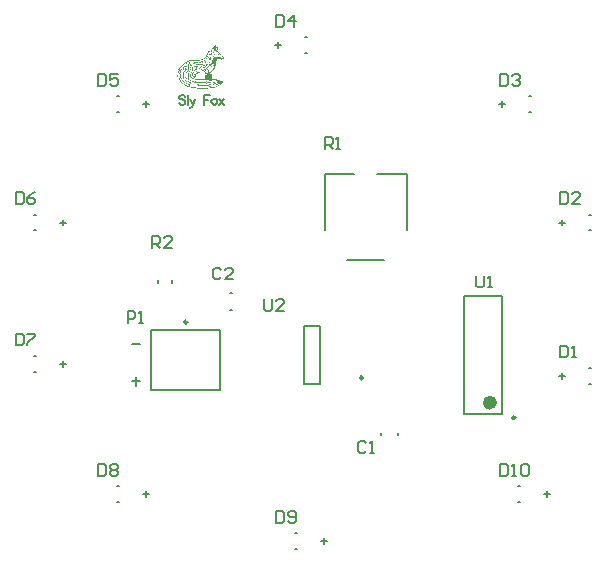
<source format=gto>
G04*
G04 #@! TF.GenerationSoftware,Altium Limited,Altium Designer,25.2.1 (25)*
G04*
G04 Layer_Color=65535*
%FSLAX44Y44*%
%MOMM*%
G71*
G04*
G04 #@! TF.SameCoordinates,F4E26A61-E02E-48EF-B3E5-39454B4B8AAE*
G04*
G04*
G04 #@! TF.FilePolarity,Positive*
G04*
G01*
G75*
%ADD10C,0.2500*%
%ADD11C,0.6000*%
%ADD12C,0.2000*%
G36*
X821109Y1056000D02*
X821130Y1055980D01*
X821142Y1055935D01*
X821154Y1055907D01*
X821166Y1055886D01*
X821182Y1055878D01*
X821203Y1055858D01*
X821211Y1055841D01*
X821252Y1055785D01*
X821260Y1055768D01*
X821284Y1055744D01*
X821292Y1055727D01*
X821309Y1055711D01*
X821317Y1055695D01*
X821333Y1055679D01*
X821341Y1055662D01*
X821374Y1055630D01*
X821382Y1055614D01*
X821423Y1055557D01*
X821455Y1055500D01*
X821532Y1055398D01*
X821549Y1055390D01*
X821577Y1055361D01*
X821610Y1055304D01*
X821683Y1055231D01*
X821691Y1055215D01*
X821744Y1055162D01*
X821760Y1055154D01*
X821813Y1055101D01*
X821821Y1055085D01*
X821874Y1055032D01*
X821890Y1055024D01*
X821915Y1054999D01*
X821931Y1054991D01*
X821964Y1054958D01*
X821980Y1054950D01*
X821992Y1054938D01*
X822000Y1054922D01*
X822045Y1054877D01*
X822118Y1054836D01*
X822167Y1054788D01*
X822257Y1054739D01*
X822306Y1054690D01*
X822379Y1054649D01*
X822391Y1054637D01*
X822399Y1054621D01*
X822411Y1054609D01*
X822428Y1054600D01*
X822501Y1054560D01*
X822521Y1054539D01*
Y1054531D01*
X822529Y1054515D01*
X822493Y1054511D01*
X822468Y1054519D01*
X822415Y1054531D01*
X822334Y1054564D01*
X822257Y1054600D01*
X822232Y1054625D01*
X822216Y1054633D01*
X822159Y1054657D01*
X822102Y1054690D01*
X822090Y1054702D01*
X822082Y1054718D01*
X821996Y1054755D01*
X821939Y1054788D01*
X821923Y1054804D01*
X821907Y1054812D01*
X821850Y1054853D01*
X821833Y1054861D01*
X821768Y1054926D01*
X821752Y1054934D01*
X821650Y1055011D01*
X821626Y1055036D01*
X821618Y1055052D01*
X821561Y1055109D01*
X821553Y1055125D01*
X821528Y1055150D01*
X821520Y1055166D01*
X821504Y1055182D01*
X821496Y1055199D01*
X821471Y1055223D01*
X821463Y1055239D01*
X821447Y1055256D01*
X821439Y1055272D01*
X821370Y1055374D01*
X821349Y1055394D01*
X821341Y1055410D01*
X821300Y1055483D01*
X821268Y1055532D01*
X821247Y1055585D01*
X821211Y1055654D01*
X821170Y1055711D01*
X821162Y1055727D01*
X821130Y1055801D01*
X821113Y1055841D01*
X821064Y1055923D01*
X821056Y1055980D01*
X821068Y1056008D01*
X821109Y1056000D01*
D02*
G37*
G36*
X822611Y1054482D02*
X822607Y1054470D01*
X822566Y1054478D01*
X822562Y1054491D01*
X822574Y1054495D01*
X822582D01*
X822611Y1054482D01*
D02*
G37*
G36*
X820710Y1056025D02*
X820731Y1056004D01*
X820739Y1055972D01*
X820759Y1055878D01*
X820796Y1055817D01*
X820812Y1055776D01*
X820824Y1055732D01*
X820833Y1055699D01*
X820857Y1055634D01*
X820918Y1055516D01*
X820955Y1055414D01*
X820975Y1055386D01*
X820991Y1055369D01*
X820999Y1055353D01*
X821056Y1055231D01*
X821073Y1055190D01*
X821105Y1055133D01*
X821138Y1055085D01*
X821178Y1055011D01*
X821215Y1054967D01*
X821227Y1054954D01*
X821235Y1054938D01*
X821276Y1054881D01*
X821333Y1054775D01*
X821451Y1054617D01*
X821479Y1054580D01*
X821488Y1054564D01*
X821512Y1054539D01*
X821520Y1054523D01*
X821553Y1054491D01*
X821561Y1054474D01*
X821593Y1054442D01*
X821602Y1054426D01*
X821626Y1054401D01*
X821634Y1054385D01*
X821675Y1054344D01*
X821683Y1054328D01*
X821699Y1054312D01*
X821707Y1054295D01*
X821732Y1054279D01*
X821740Y1054263D01*
X821764Y1054238D01*
X821772Y1054222D01*
X821821Y1054181D01*
X821837Y1054149D01*
X821825Y1054128D01*
X821768Y1054137D01*
X821748Y1054149D01*
X821740Y1054165D01*
X821687Y1054218D01*
X821675Y1054222D01*
X821671Y1054234D01*
X821654Y1054242D01*
X821630Y1054267D01*
X821614Y1054275D01*
X821577Y1054312D01*
X821569Y1054328D01*
X821549Y1054348D01*
X821532Y1054356D01*
X821475Y1054413D01*
X821459Y1054421D01*
X821252Y1054629D01*
X821244Y1054645D01*
X821211Y1054678D01*
X821203Y1054694D01*
X821191Y1054706D01*
X821187Y1054710D01*
X821162Y1054735D01*
X821154Y1054751D01*
X821121Y1054783D01*
X821113Y1054800D01*
X821073Y1054857D01*
X821064Y1054873D01*
X821032Y1054930D01*
X820979Y1055007D01*
X820881Y1055211D01*
X820861Y1055264D01*
X820824Y1055365D01*
X820812Y1055402D01*
X820792Y1055487D01*
X820776Y1055528D01*
X820763Y1055540D01*
X820747Y1055581D01*
X820735Y1055634D01*
X820727Y1055683D01*
X820719Y1055723D01*
X820710Y1055756D01*
X820678Y1055845D01*
X820670Y1055886D01*
X820666Y1056004D01*
X820686Y1056033D01*
X820710Y1056025D01*
D02*
G37*
G36*
X821162Y1054124D02*
X821211Y1054092D01*
X821256Y1054047D01*
X821272Y1054039D01*
X821309Y1054002D01*
X821317Y1053986D01*
X821333Y1053970D01*
X821357Y1053913D01*
X821374Y1053856D01*
X821382Y1053766D01*
X821402Y1053738D01*
X821492Y1053746D01*
X821516Y1053754D01*
X821915Y1053746D01*
X822464Y1053734D01*
X822692Y1053726D01*
X822904Y1053709D01*
X822944Y1053693D01*
X822993Y1053669D01*
X823001Y1053644D01*
X822981Y1053624D01*
X822948Y1053616D01*
X822891Y1053608D01*
X822639Y1053599D01*
X822623Y1053591D01*
X822615D01*
X821553Y1053595D01*
X821459Y1053591D01*
X821418Y1053608D01*
X821386Y1053616D01*
X821329Y1053608D01*
X821252Y1053555D01*
X821215Y1053534D01*
X821150Y1053518D01*
X820963Y1053526D01*
X820906Y1053567D01*
X820861Y1053628D01*
X820853Y1053644D01*
X820828Y1053701D01*
X820820Y1053758D01*
X820812Y1053791D01*
X820824Y1053901D01*
X820833Y1053933D01*
X820849Y1053974D01*
X820877Y1054018D01*
X820914Y1054063D01*
X820946Y1054096D01*
X820963Y1054104D01*
X821003Y1054120D01*
X821036Y1054128D01*
X821117Y1054137D01*
X821162Y1054124D01*
D02*
G37*
G36*
X818533Y1055573D02*
X818525Y1055475D01*
X818501Y1055451D01*
X818485Y1055394D01*
X818489Y1055040D01*
X818485Y1054971D01*
X818493Y1054946D01*
X818501Y1054881D01*
X818509Y1054857D01*
X818542Y1054751D01*
X818562Y1054657D01*
X818586Y1054592D01*
X818668Y1054429D01*
X818700Y1054381D01*
X818712Y1054369D01*
X818721Y1054352D01*
X818761Y1054295D01*
X818770Y1054279D01*
X818875Y1054173D01*
X818879Y1054161D01*
X818896Y1054153D01*
X818977Y1054072D01*
X818993Y1054063D01*
X819010Y1054047D01*
X819026Y1054039D01*
X819099Y1053966D01*
X819115Y1053958D01*
X819132Y1053941D01*
X819148Y1053933D01*
X819254Y1053860D01*
X819270Y1053852D01*
X819327Y1053811D01*
X819417Y1053762D01*
X819433Y1053746D01*
X819449Y1053738D01*
X819482Y1053705D01*
X819498Y1053697D01*
X819514Y1053681D01*
X819530Y1053673D01*
X819604Y1053599D01*
X819677Y1053583D01*
X819714Y1053547D01*
X819738Y1053506D01*
X819803Y1053490D01*
X819844Y1053465D01*
X819852Y1053433D01*
X819807Y1053428D01*
X819750Y1053461D01*
X819718Y1053494D01*
X819665Y1053506D01*
X819632Y1053514D01*
X819587Y1053526D01*
X819555Y1053534D01*
X819498Y1053567D01*
X819449Y1053599D01*
X819408Y1053616D01*
X819392Y1053624D01*
X819221Y1053713D01*
X819115Y1053787D01*
X819042Y1053827D01*
X818985Y1053868D01*
X818944Y1053892D01*
X818928Y1053909D01*
X818912Y1053917D01*
X818839Y1053990D01*
X818822Y1053998D01*
X818806Y1054015D01*
X818790Y1054023D01*
X818774Y1054039D01*
X818757Y1054047D01*
X818729Y1054075D01*
X818721Y1054092D01*
X818639Y1054173D01*
X818631Y1054189D01*
X818595Y1054234D01*
X818574Y1054255D01*
X818566Y1054271D01*
X818509Y1054377D01*
X818485Y1054401D01*
X818460Y1054458D01*
X818416Y1054584D01*
X818395Y1054629D01*
X818379Y1054686D01*
X818371Y1054767D01*
X818363Y1054865D01*
X818354Y1054889D01*
X818346Y1054995D01*
X818354Y1055028D01*
X818363Y1055256D01*
X818371Y1055280D01*
X818383Y1055357D01*
X818399Y1055398D01*
X818460Y1055483D01*
X818493Y1055573D01*
X818505Y1055585D01*
X818509Y1055589D01*
X818513Y1055593D01*
X818533Y1055573D01*
D02*
G37*
G36*
X818082Y1054364D02*
X818155Y1054324D01*
X818167Y1054312D01*
X818175Y1054295D01*
X818208Y1054222D01*
X818216Y1054189D01*
X818224Y1054092D01*
X818216Y1054067D01*
X818224Y1053986D01*
X818273Y1053896D01*
X818314Y1053839D01*
X818371Y1053717D01*
X818403Y1053661D01*
X818444Y1053604D01*
X818464Y1053551D01*
X818525Y1053441D01*
X818558Y1053392D01*
X818599Y1053319D01*
X818656Y1053262D01*
X818664Y1053245D01*
X818717Y1053193D01*
X818790Y1053160D01*
X818822Y1053152D01*
X818847D01*
X818851Y1053148D01*
X818997Y1053140D01*
X819038Y1053131D01*
X819278Y1053119D01*
X819360Y1053111D01*
X819465Y1053103D01*
X819608Y1053091D01*
X819657Y1053083D01*
X819730Y1053074D01*
X819762Y1053066D01*
X819803Y1053042D01*
X819795Y1053009D01*
X819758Y1052997D01*
X819624Y1053001D01*
X819526Y1052993D01*
X819461Y1052985D01*
X819355Y1052977D01*
X819168Y1052969D01*
X818928Y1052965D01*
X818912Y1052973D01*
X818887Y1052965D01*
X818757Y1052973D01*
X818733Y1052981D01*
X818660Y1053022D01*
X818643Y1053038D01*
X818627Y1053046D01*
X818578Y1053079D01*
X818562Y1053087D01*
X818542Y1053107D01*
X818501Y1053180D01*
X818452Y1053254D01*
X818395Y1053359D01*
X818371Y1053384D01*
X818363Y1053400D01*
X818306Y1053506D01*
X818273Y1053555D01*
X818159Y1053774D01*
X818122Y1053819D01*
X818082Y1053860D01*
X818049Y1053868D01*
X817923Y1053864D01*
X817874Y1053888D01*
X817825Y1053929D01*
X817817Y1053945D01*
X817793Y1053970D01*
X817785Y1053986D01*
X817752Y1054059D01*
X817744Y1054165D01*
X817752Y1054198D01*
X817760Y1054271D01*
X817801Y1054328D01*
X817838Y1054348D01*
X817870Y1054356D01*
X817968Y1054372D01*
X818082Y1054364D01*
D02*
G37*
G36*
X817671Y1053717D02*
X817687Y1053685D01*
X817679Y1053661D01*
X817671Y1053644D01*
X817622Y1053595D01*
X817614Y1053579D01*
X817561Y1053502D01*
X817545Y1053485D01*
X817529Y1053477D01*
X817500Y1053449D01*
X817492Y1053433D01*
X817443Y1053400D01*
X817414Y1053380D01*
X817382Y1053331D01*
X817325Y1053274D01*
X817309Y1053266D01*
X817260Y1053217D01*
X817244Y1053209D01*
X817199Y1053172D01*
X817187Y1053160D01*
X817170Y1053152D01*
X817158Y1053140D01*
X817150Y1053123D01*
X817130Y1053103D01*
X817122D01*
X817089Y1053071D01*
X816983Y1053014D01*
X816951Y1052981D01*
X816934Y1052973D01*
X816894Y1052956D01*
X816861Y1052965D01*
X816857Y1052993D01*
X816894Y1053038D01*
X816910Y1053054D01*
X816926Y1053062D01*
X816943Y1053079D01*
X816955Y1053083D01*
X816963Y1053099D01*
X816995Y1053131D01*
X817004Y1053148D01*
X817040Y1053184D01*
X817057Y1053193D01*
X817073Y1053209D01*
X817089Y1053217D01*
X817105Y1053233D01*
X817122Y1053241D01*
X817142Y1053262D01*
X817150Y1053278D01*
X817227Y1053355D01*
X817244Y1053363D01*
X817309Y1053428D01*
X817325Y1053437D01*
X817341Y1053453D01*
X817354Y1053457D01*
X817362Y1053473D01*
X817488Y1053599D01*
X817504Y1053608D01*
X817557Y1053644D01*
X817565Y1053661D01*
X817602Y1053705D01*
X817642Y1053721D01*
X817671Y1053717D01*
D02*
G37*
G36*
X820458Y1053030D02*
X820483Y1053022D01*
X820564Y1053014D01*
X820596Y1053005D01*
X820759Y1052989D01*
X821020Y1052981D01*
X821044Y1052989D01*
X822285Y1052977D01*
X822545Y1052969D01*
X822684Y1052961D01*
X822879Y1052952D01*
X822944Y1052944D01*
X822977Y1052936D01*
X823018Y1052920D01*
X823046Y1052900D01*
X823066Y1052879D01*
X823058Y1052839D01*
X823038Y1052818D01*
X822997Y1052802D01*
X822940Y1052794D01*
X822794Y1052786D01*
X822769Y1052777D01*
X822509Y1052761D01*
X821691Y1052757D01*
X821492Y1052761D01*
X821467Y1052753D01*
X821410Y1052761D01*
X821012Y1052769D01*
X820735Y1052761D01*
X820710Y1052753D01*
X820592Y1052741D01*
X820560Y1052733D01*
X820487Y1052725D01*
X820442Y1052696D01*
X820417Y1052672D01*
X820401Y1052664D01*
X820328Y1052607D01*
X820271Y1052550D01*
X820255Y1052542D01*
X820165Y1052452D01*
X820149Y1052444D01*
X820039Y1052334D01*
X820031Y1052318D01*
X819994Y1052281D01*
X819978Y1052273D01*
X819905Y1052216D01*
X819884Y1052188D01*
X819848Y1052151D01*
X819831Y1052143D01*
X819803Y1052114D01*
X819795Y1052098D01*
X819775Y1052078D01*
X819685Y1052029D01*
X819628Y1051988D01*
X819522Y1051956D01*
X819445Y1051943D01*
X818208Y1051935D01*
X817931Y1051927D01*
X817752Y1051919D01*
X817712Y1051903D01*
X817695Y1051886D01*
X817663Y1051813D01*
X817638Y1051756D01*
X817626Y1051695D01*
X817618Y1051663D01*
X817589Y1051593D01*
X817573Y1051528D01*
X817553Y1051475D01*
X817516Y1051357D01*
X817500Y1051300D01*
X817467Y1051195D01*
X817443Y1051113D01*
X817423Y1051028D01*
X817411Y1051016D01*
X817394Y1050975D01*
X817386Y1050942D01*
X817374Y1050865D01*
X817341Y1050776D01*
X817321Y1050723D01*
X817305Y1050666D01*
X817292Y1050613D01*
X817284Y1050572D01*
X817252Y1050491D01*
X817240Y1050454D01*
X817207Y1050340D01*
X817178Y1050263D01*
X817158Y1050210D01*
X817150Y1050177D01*
X817134Y1050080D01*
X817117Y1050015D01*
X817073Y1049889D01*
X817057Y1049823D01*
X817032Y1049758D01*
X817012Y1049714D01*
X817004Y1049632D01*
X816987Y1049567D01*
X816975Y1049514D01*
X816963Y1049469D01*
X816947Y1049429D01*
X816922Y1049347D01*
X816914Y1049315D01*
X816906Y1049258D01*
X816898Y1049160D01*
X816857Y1049103D01*
X816849Y1049046D01*
X816841Y1048957D01*
X816833Y1048932D01*
X816821Y1048879D01*
X816812Y1048847D01*
X816792Y1048778D01*
X816776Y1048721D01*
X816768Y1048688D01*
X816759Y1048631D01*
X816751Y1048525D01*
X816719Y1048395D01*
X816706Y1048350D01*
X816698Y1048318D01*
X816690Y1048269D01*
X816682Y1048188D01*
X816674Y1048114D01*
X816658Y1048009D01*
X816649Y1047903D01*
X816641Y1047854D01*
X816633Y1047789D01*
X816609Y1047642D01*
X816601Y1047577D01*
X816589Y1047337D01*
X816580Y1047231D01*
X816572Y1047207D01*
X816564Y1047060D01*
X816556Y1047036D01*
X816540Y1046898D01*
X816532Y1046865D01*
X816523Y1046540D01*
X816511Y1045966D01*
X816503Y1045567D01*
X816495Y1045372D01*
X816487Y1044778D01*
X816479Y1043956D01*
X816470Y1043907D01*
X816446Y1043842D01*
X816434Y1043830D01*
X816426Y1043813D01*
X816401Y1043789D01*
X816393Y1043773D01*
X816377Y1043756D01*
X816369Y1043740D01*
X816316Y1043663D01*
X816292Y1043639D01*
X816235Y1043606D01*
X816198Y1043545D01*
X816190Y1043529D01*
X816047Y1043386D01*
X816031Y1043378D01*
X815994Y1043341D01*
X815986Y1043325D01*
X815946Y1043268D01*
X815938Y1043252D01*
X815917Y1043232D01*
X815901Y1043223D01*
X815779Y1043101D01*
X815762Y1043093D01*
X815742Y1043073D01*
X815734Y1043057D01*
X815718Y1043040D01*
X815710Y1043024D01*
X815673Y1042987D01*
X815657Y1042979D01*
X815596Y1042918D01*
X815587Y1042902D01*
X815567Y1042882D01*
X815551Y1042874D01*
X815514Y1042837D01*
X815506Y1042821D01*
X815433Y1042747D01*
X815425Y1042731D01*
X815388Y1042678D01*
X815372Y1042670D01*
X815319Y1042617D01*
X815295Y1042577D01*
X815258Y1042532D01*
X815242Y1042515D01*
X815225Y1042507D01*
X815181Y1042463D01*
X815173Y1042446D01*
X815136Y1042402D01*
X815111Y1042377D01*
X815095Y1042369D01*
X815034Y1042308D01*
X815026Y1042292D01*
X814823Y1042088D01*
X814814Y1042072D01*
X814790Y1042048D01*
X814782Y1042031D01*
X814643Y1041893D01*
X814635Y1041877D01*
X814587Y1041828D01*
X814578Y1041812D01*
X814542Y1041775D01*
X814526Y1041767D01*
X814440Y1041681D01*
X814432Y1041665D01*
X814383Y1041616D01*
X814375Y1041600D01*
X814277Y1041502D01*
X814269Y1041486D01*
X814253Y1041470D01*
X814245Y1041453D01*
X814180Y1041388D01*
X814172Y1041372D01*
X814135Y1041327D01*
X814110Y1041303D01*
X814094Y1041295D01*
X814050Y1041258D01*
X814021Y1041230D01*
X814005Y1041221D01*
X813915Y1041181D01*
X813850Y1041164D01*
X813793Y1041156D01*
X813761Y1041148D01*
X813704Y1041140D01*
X813663Y1041124D01*
X813573Y1041099D01*
X813496Y1041087D01*
X813382Y1041047D01*
X813350Y1041038D01*
X813305Y1041026D01*
X813175Y1040994D01*
X813110Y1040969D01*
X813036Y1040937D01*
X813004Y1040928D01*
X812939Y1040920D01*
X812922Y1040904D01*
X812906Y1040896D01*
X812890Y1040880D01*
X812833Y1040863D01*
X812772Y1040851D01*
X812719Y1040831D01*
X812613Y1040782D01*
X812548Y1040766D01*
X812495Y1040754D01*
X812454Y1040737D01*
X812442Y1040725D01*
X812402Y1040709D01*
X812369Y1040701D01*
X812288Y1040693D01*
X812263Y1040701D01*
X811161Y1040697D01*
X811091Y1040701D01*
X811067Y1040693D01*
X810855Y1040684D01*
X810819Y1040664D01*
X810810Y1040648D01*
X810794Y1040607D01*
X810786Y1040526D01*
X810778Y1040501D01*
X810766Y1040448D01*
X810750Y1040408D01*
X810737Y1040396D01*
X810729Y1040379D01*
X810697Y1040330D01*
X810648Y1040241D01*
X810595Y1040172D01*
X810579Y1040164D01*
X810522Y1040123D01*
X810509Y1040119D01*
X810501Y1040102D01*
X810456Y1040058D01*
X810440Y1040050D01*
X810416Y1040025D01*
X810334Y1040001D01*
X810282Y1039980D01*
X810237Y1039960D01*
X810164Y1039928D01*
X810119Y1039915D01*
X810045Y1039907D01*
X809952Y1039903D01*
X809928Y1039911D01*
X809724Y1039919D01*
X809456Y1040058D01*
X809325Y1040155D01*
X809305Y1040176D01*
X809297Y1040192D01*
X809215Y1040306D01*
X809207Y1040322D01*
X809175Y1040371D01*
X809158Y1040428D01*
X809138Y1040481D01*
X809122Y1040522D01*
X809106Y1040587D01*
X809089Y1040627D01*
X809077Y1040640D01*
X809073Y1040652D01*
X809032Y1040668D01*
X808959Y1040660D01*
X808918Y1040644D01*
X807360Y1040648D01*
X807327Y1040640D01*
X807303Y1040615D01*
X807287Y1040574D01*
X807275Y1040530D01*
X807242Y1040481D01*
X807230Y1040469D01*
X807222Y1040452D01*
X807189Y1040396D01*
X807140Y1040363D01*
X807112Y1040343D01*
X807079Y1040294D01*
X807071Y1040277D01*
X807055Y1040269D01*
X807014Y1040253D01*
X806961Y1040241D01*
X806929Y1040225D01*
X806921Y1040208D01*
X806912Y1040184D01*
X806904Y1040151D01*
X806908Y1039374D01*
X806904Y1039272D01*
X806941Y1039228D01*
X806973Y1039220D01*
X807079Y1039228D01*
X807405Y1039220D01*
X808597Y1039232D01*
X809797Y1039236D01*
X809822Y1039228D01*
X810111Y1039224D01*
X810184Y1039232D01*
X810212Y1039252D01*
X810233Y1039272D01*
X810245Y1039317D01*
X810261Y1039358D01*
X810273Y1039370D01*
X810282Y1039386D01*
X810322Y1039443D01*
X810330Y1039460D01*
X810367Y1039504D01*
X810412Y1039549D01*
X810420Y1039565D01*
X810440Y1039594D01*
X810456Y1039602D01*
X810514Y1039643D01*
X810571Y1039700D01*
X810627Y1039732D01*
X810717Y1039773D01*
X810839Y1039830D01*
X810872Y1039838D01*
X810977Y1039846D01*
X811063Y1039850D01*
X811144Y1039842D01*
X811258Y1039834D01*
X811291Y1039826D01*
X811331Y1039810D01*
X811344Y1039797D01*
X811360Y1039789D01*
X811482Y1039724D01*
X811506Y1039700D01*
X811523Y1039691D01*
X811596Y1039618D01*
X811653Y1039586D01*
X811665Y1039574D01*
X811714Y1039484D01*
X811779Y1039419D01*
X811787Y1039403D01*
X811901Y1039167D01*
X811909Y1039085D01*
X811913Y1038902D01*
X811905Y1038821D01*
X811897Y1038772D01*
X811889Y1038739D01*
X811856Y1038650D01*
X811828Y1038581D01*
X811807Y1038528D01*
X811787Y1038499D01*
X811771Y1038483D01*
X811763Y1038467D01*
X811726Y1038422D01*
X811706Y1038402D01*
X811698Y1038385D01*
X811665Y1038337D01*
X811657Y1038320D01*
X811637Y1038300D01*
X811580Y1038267D01*
X811498Y1038210D01*
X811425Y1038178D01*
X811384Y1038162D01*
X811327Y1038137D01*
X811270Y1038121D01*
X811238Y1038113D01*
X811156Y1038105D01*
X811059Y1038096D01*
X811034Y1038088D01*
X810953Y1038096D01*
X810912Y1038113D01*
X810855Y1038129D01*
X810823Y1038137D01*
X810721Y1038174D01*
X810631Y1038214D01*
X810550Y1038263D01*
X810489Y1038324D01*
X810473Y1038333D01*
X810428Y1038377D01*
X810420Y1038394D01*
X810343Y1038495D01*
X810330Y1038508D01*
X810322Y1038524D01*
X810249Y1038678D01*
X810217Y1038809D01*
X810200Y1038849D01*
X810180Y1038870D01*
X810147Y1038878D01*
X810005Y1038866D01*
X809976Y1038861D01*
X809952Y1038870D01*
X809814Y1038861D01*
X809789Y1038870D01*
X809207Y1038874D01*
X808540Y1038866D01*
X807275Y1038861D01*
X807250Y1038870D01*
X807148Y1038866D01*
X806864Y1038874D01*
X806815Y1038882D01*
X806774Y1038890D01*
X806741Y1038898D01*
X806701Y1038914D01*
X806684Y1038923D01*
X806676Y1038939D01*
X806660Y1038979D01*
X806652Y1039012D01*
X806640Y1039089D01*
X806603Y1039175D01*
X806599Y1039480D01*
X806603Y1039484D01*
X806595Y1039509D01*
X806599Y1039659D01*
X806595Y1039671D01*
X806603Y1039679D01*
X806595Y1039696D01*
X806603Y1039720D01*
X806583Y1040188D01*
X806575Y1040220D01*
X806554Y1040249D01*
X806542Y1040261D01*
X806510Y1040269D01*
X806485Y1040277D01*
X806477D01*
X806436Y1040286D01*
X806359Y1040339D01*
X806347Y1040351D01*
X806290Y1040383D01*
X806253Y1040412D01*
X806245Y1040428D01*
X806204Y1040493D01*
X806196Y1040509D01*
X806131Y1040648D01*
X806123Y1040737D01*
X806131Y1040762D01*
X806139Y1040925D01*
X806156Y1040965D01*
X806176Y1041018D01*
X806192Y1041059D01*
X806233Y1041124D01*
X806253Y1041152D01*
X806314Y1041213D01*
X806330Y1041221D01*
X806371Y1041262D01*
X806387Y1041270D01*
X806412Y1041295D01*
X806428Y1041303D01*
X806477Y1041335D01*
X806550Y1041368D01*
X806607Y1041392D01*
X806664Y1041401D01*
X806811Y1041392D01*
X806835Y1041384D01*
X806888Y1041364D01*
X806929Y1041348D01*
X807010Y1041299D01*
X807030Y1041279D01*
X807047Y1041270D01*
X807079Y1041238D01*
X807095Y1041230D01*
X807112Y1041213D01*
X807128Y1041205D01*
X807152Y1041181D01*
X807169Y1041173D01*
X807189Y1041152D01*
X807197Y1041136D01*
X807246Y1041047D01*
X807258Y1041034D01*
X807315Y1041018D01*
X808735Y1041022D01*
X808796Y1041018D01*
X808821Y1041026D01*
X809073Y1041034D01*
X809098Y1041042D01*
X809114Y1041051D01*
X809142Y1041079D01*
X809154Y1041148D01*
X809171Y1041189D01*
X809199Y1041234D01*
X809240Y1041291D01*
X809281Y1041364D01*
X809325Y1041409D01*
X809342Y1041417D01*
X809358Y1041433D01*
X809374Y1041441D01*
X809439Y1041506D01*
X809456Y1041515D01*
X809561Y1041563D01*
X809602Y1041580D01*
X809675Y1041612D01*
X809773Y1041628D01*
X809806Y1041637D01*
X809887Y1041645D01*
X810021Y1041649D01*
X810127Y1041641D01*
X810217Y1041624D01*
X810249Y1041616D01*
X810298Y1041584D01*
X810412Y1041527D01*
X810497Y1041441D01*
X810514Y1041433D01*
X810538Y1041409D01*
X810554Y1041401D01*
X810574Y1041380D01*
X810583Y1041364D01*
X810664Y1041283D01*
X810688Y1041226D01*
X810721Y1041169D01*
X810741Y1041148D01*
X810774Y1041140D01*
X810819Y1041136D01*
X810867Y1041144D01*
X810998Y1041152D01*
X811071Y1041161D01*
X811283Y1041169D01*
X811470Y1041177D01*
X811641Y1041185D01*
X811673Y1041193D01*
X811718Y1041205D01*
X811750Y1041213D01*
X811881Y1041221D01*
X811905Y1041230D01*
X812080Y1041242D01*
X812153Y1041250D01*
X812259Y1041258D01*
X812300Y1041274D01*
X812312Y1041287D01*
X812377Y1041303D01*
X812446Y1041315D01*
X812491Y1041327D01*
X812524Y1041335D01*
X812601Y1041364D01*
X812723Y1041413D01*
X812788Y1041437D01*
X812829Y1041445D01*
X812861Y1041453D01*
X812926Y1041478D01*
X812971Y1041490D01*
X813048Y1041518D01*
X813093Y1041539D01*
X813126Y1041547D01*
X813268Y1041567D01*
X813301Y1041575D01*
X813366Y1041600D01*
X813411Y1041612D01*
X813443Y1041620D01*
X813565Y1041628D01*
X813590Y1041637D01*
X813761Y1041645D01*
X813813Y1041673D01*
X813822Y1041689D01*
X813838Y1041706D01*
X813862Y1041746D01*
X813919Y1041803D01*
X813927Y1041820D01*
X813944Y1041836D01*
X813952Y1041852D01*
X813984Y1041885D01*
X813992Y1041901D01*
X814050Y1041958D01*
X814058Y1041974D01*
X814147Y1042064D01*
X814155Y1042080D01*
X814180Y1042104D01*
X814184Y1042117D01*
X814200Y1042125D01*
X814269Y1042194D01*
X814277Y1042210D01*
X814314Y1042247D01*
X814330Y1042255D01*
X814375Y1042292D01*
X814391Y1042308D01*
X814399Y1042324D01*
X814416Y1042340D01*
X814424Y1042357D01*
X814444Y1042377D01*
X814460Y1042385D01*
X814530Y1042454D01*
X814538Y1042471D01*
X814562Y1042495D01*
X814570Y1042511D01*
X814583Y1042524D01*
X814599Y1042532D01*
X814713Y1042646D01*
X814729Y1042654D01*
X814745Y1042670D01*
X814762Y1042678D01*
X814782Y1042707D01*
X814839Y1042780D01*
X814884Y1042808D01*
X814920Y1042845D01*
X814928Y1042861D01*
X814945Y1042902D01*
X814949Y1043451D01*
X814941Y1043492D01*
X814924Y1043533D01*
X814904Y1043577D01*
X814892Y1043655D01*
X814867Y1043720D01*
X814835Y1043769D01*
X814798Y1043830D01*
X814766Y1043887D01*
X814737Y1043907D01*
X814700Y1043935D01*
X814692Y1043952D01*
X814648Y1044013D01*
X814631Y1044021D01*
X814615Y1044037D01*
X814599Y1044045D01*
X814526Y1044119D01*
X814509Y1044127D01*
X814493Y1044143D01*
X814477Y1044151D01*
X814448Y1044180D01*
X814416Y1044253D01*
X814408Y1044286D01*
X814416Y1044383D01*
X814473Y1044489D01*
X814509Y1044526D01*
X814526Y1044534D01*
X814574Y1044566D01*
X814640Y1044583D01*
X814696Y1044591D01*
X814806Y1044578D01*
X814839Y1044570D01*
X814888Y1044538D01*
X814912Y1044513D01*
X814928Y1044473D01*
X814937Y1044440D01*
X814941Y1044314D01*
X814932Y1044224D01*
X814924Y1044176D01*
X814920Y1044098D01*
X814953Y1044041D01*
X814985Y1044009D01*
X814994Y1043992D01*
X815026Y1043960D01*
X815034Y1043944D01*
X815071Y1043899D01*
X815091Y1043870D01*
X815107Y1043854D01*
X815116Y1043838D01*
X815132Y1043822D01*
X815140Y1043805D01*
X815156Y1043789D01*
X815197Y1043699D01*
X815229Y1043626D01*
X815250Y1043573D01*
X815266Y1043533D01*
X815278Y1043488D01*
X815286Y1043455D01*
X815299Y1043402D01*
X815315Y1043362D01*
X815331Y1043345D01*
X815380Y1043354D01*
X815392Y1043366D01*
X815400Y1043382D01*
X815461Y1043468D01*
X815478Y1043476D01*
X815547Y1043545D01*
X815555Y1043561D01*
X815661Y1043667D01*
X815669Y1043683D01*
X815738Y1043752D01*
X815754Y1043761D01*
X815791Y1043797D01*
X815799Y1043813D01*
X815832Y1043846D01*
X815840Y1043862D01*
X815852Y1043875D01*
X815868Y1043883D01*
X815901Y1043915D01*
X815913Y1043919D01*
X815921Y1043935D01*
X816035Y1044050D01*
X816051Y1044090D01*
X816060Y1044172D01*
X816056Y1045193D01*
X816060Y1045278D01*
X816051Y1045303D01*
X816060Y1045384D01*
X816068Y1046467D01*
X816076Y1046841D01*
X816084Y1046873D01*
X816096Y1046975D01*
X816104Y1047024D01*
X816112Y1047089D01*
X816121Y1047178D01*
X816129Y1047382D01*
X816137Y1047463D01*
X816145Y1047512D01*
X816178Y1047642D01*
X816186Y1047683D01*
X816198Y1047793D01*
X816206Y1047915D01*
X816214Y1047939D01*
X816226Y1048049D01*
X816251Y1048212D01*
X816259Y1048261D01*
X816283Y1048383D01*
X816292Y1048448D01*
X816308Y1048538D01*
X816340Y1048668D01*
X816348Y1048708D01*
X816373Y1048855D01*
X816381Y1048887D01*
X816397Y1048928D01*
X816426Y1049022D01*
X816438Y1049115D01*
X816450Y1049160D01*
X816458Y1049193D01*
X816475Y1049266D01*
X816491Y1049307D01*
X816507Y1049364D01*
X816515Y1049396D01*
X816527Y1049473D01*
X816536Y1049514D01*
X816560Y1049579D01*
X816580Y1049648D01*
X816589Y1049705D01*
X816601Y1049758D01*
X816629Y1049827D01*
X816637Y1049860D01*
X816670Y1049966D01*
X816698Y1050092D01*
X816743Y1050202D01*
X816755Y1050247D01*
X816772Y1050328D01*
X816788Y1050369D01*
X816808Y1050405D01*
X816824Y1050470D01*
X816837Y1050523D01*
X816881Y1050633D01*
X816894Y1050686D01*
X816902Y1050719D01*
X816910Y1050759D01*
X816934Y1050824D01*
X816955Y1050869D01*
X816971Y1050926D01*
X816979Y1050959D01*
X817000Y1051012D01*
X817012Y1051024D01*
X817028Y1051064D01*
X817036Y1051097D01*
X817048Y1051158D01*
X817069Y1051211D01*
X817085Y1051252D01*
X817105Y1051304D01*
X817117Y1051349D01*
X817126Y1051382D01*
X817142Y1051439D01*
X817219Y1051663D01*
X817244Y1051728D01*
X817260Y1051768D01*
X817280Y1051813D01*
X817292Y1051866D01*
X817301Y1051907D01*
X817317Y1051947D01*
X817329Y1051960D01*
X817362Y1052033D01*
X817370Y1052065D01*
X817394Y1052131D01*
X817423Y1052159D01*
X817439Y1052167D01*
X817484Y1052204D01*
X817512Y1052232D01*
X817569Y1052257D01*
X817695Y1052269D01*
X817793Y1052285D01*
X817858Y1052293D01*
X817907Y1052301D01*
X818017Y1052314D01*
X818122Y1052306D01*
X818326Y1052314D01*
X818847Y1052306D01*
X819384Y1052289D01*
X819457Y1052330D01*
X819502Y1052366D01*
X819595Y1052460D01*
X819612Y1052468D01*
X819657Y1052505D01*
X819693Y1052542D01*
X819709Y1052550D01*
X819787Y1052602D01*
X819823Y1052639D01*
X819840Y1052647D01*
X819884Y1052684D01*
X819905Y1052704D01*
X819921Y1052712D01*
X819962Y1052753D01*
X819978Y1052761D01*
X820055Y1052814D01*
X820108Y1052867D01*
X820125Y1052875D01*
X820198Y1052916D01*
X820238Y1052956D01*
X820255Y1052965D01*
X820312Y1053005D01*
X820328Y1053014D01*
X820385Y1053038D01*
X820458Y1053030D01*
D02*
G37*
G36*
X817781Y1053014D02*
X817821Y1052989D01*
X817858Y1052952D01*
X817866Y1052936D01*
X817899Y1052904D01*
X817907Y1052887D01*
X817923Y1052847D01*
X817931Y1052814D01*
X817923Y1052578D01*
X817915Y1052554D01*
Y1052546D01*
X817911Y1052542D01*
X817895Y1052517D01*
X817838Y1052493D01*
X817785Y1052480D01*
X817642Y1052476D01*
X817618Y1052485D01*
X817585Y1052493D01*
X817557Y1052513D01*
X817549Y1052529D01*
X817533Y1052570D01*
X817524Y1052602D01*
X817512Y1052647D01*
X817492Y1052717D01*
X817484Y1052749D01*
X817476Y1052806D01*
X817484Y1052896D01*
X817524Y1052952D01*
X817553Y1052981D01*
X817626Y1053014D01*
X817683Y1053022D01*
X817781Y1053014D01*
D02*
G37*
G36*
X822802Y1060020D02*
X822822Y1060008D01*
X822830Y1059992D01*
X822855Y1059935D01*
X822887Y1059854D01*
X822904Y1059788D01*
X822912Y1059731D01*
X822920Y1059650D01*
X822928Y1059276D01*
X822920Y1058031D01*
X822912Y1058006D01*
X822908Y1057734D01*
X822920Y1057656D01*
X822940Y1057636D01*
X822997Y1057644D01*
X823087Y1057734D01*
X823209Y1057799D01*
X823274Y1057864D01*
X823290Y1057872D01*
X823347Y1057904D01*
X823392Y1057941D01*
X823404Y1057953D01*
X823420Y1057961D01*
X823437Y1057978D01*
X823526Y1058027D01*
X823583Y1058083D01*
X823689Y1058140D01*
X823705Y1058157D01*
X823721Y1058165D01*
X823770Y1058197D01*
X823787Y1058206D01*
X823803Y1058222D01*
X823819Y1058230D01*
X823835Y1058246D01*
X823852Y1058254D01*
X823901Y1058287D01*
X823990Y1058336D01*
X824035Y1058372D01*
X824120Y1058409D01*
X824177Y1058441D01*
X824218Y1058482D01*
X824250Y1058490D01*
X824389Y1058564D01*
X824454Y1058604D01*
X824543Y1058645D01*
X824682Y1058710D01*
X824759Y1058739D01*
X824824Y1058779D01*
X824942Y1058832D01*
X824999Y1058857D01*
X825044Y1058869D01*
X825113Y1058905D01*
X825186Y1058938D01*
X825243Y1058930D01*
X825272Y1058901D01*
X825280Y1058869D01*
X825272Y1058796D01*
X825247Y1058739D01*
X825231Y1058673D01*
X825219Y1058596D01*
X825182Y1058478D01*
X825158Y1058381D01*
X825137Y1058328D01*
X825109Y1058234D01*
X825101Y1058202D01*
X825085Y1058145D01*
X825064Y1058092D01*
X825040Y1058027D01*
X825032Y1057994D01*
X825024Y1057945D01*
X825015Y1057913D01*
X824971Y1057827D01*
X824958Y1057725D01*
X824942Y1057660D01*
X824922Y1057607D01*
X824906Y1057567D01*
X824857Y1057404D01*
X824840Y1057339D01*
X824812Y1057262D01*
X824792Y1057209D01*
X824780Y1057140D01*
X824763Y1057099D01*
X824726Y1057013D01*
X824710Y1056956D01*
X824682Y1056879D01*
X824653Y1056810D01*
X824637Y1056769D01*
X824629Y1056737D01*
X824617Y1056676D01*
X824580Y1056606D01*
X824572Y1056574D01*
X824564Y1056492D01*
X824548Y1056452D01*
X824527Y1056399D01*
X824454Y1056187D01*
X824438Y1056147D01*
X824429Y1056114D01*
X824421Y1056073D01*
X824413Y1056041D01*
X824397Y1056000D01*
X824377Y1055955D01*
X824352Y1055858D01*
X824303Y1055752D01*
X824279Y1055671D01*
X824250Y1055593D01*
X824214Y1055532D01*
X824198Y1055491D01*
X824189Y1055459D01*
X824198Y1055402D01*
X824242Y1055382D01*
X824283Y1055365D01*
X824324Y1055341D01*
X824340Y1055325D01*
X824356Y1055317D01*
X824462Y1055260D01*
X824507Y1055223D01*
X824556Y1055190D01*
X824637Y1055142D01*
X824666Y1055121D01*
X824690Y1055097D01*
X824780Y1055048D01*
X824820Y1055007D01*
X824836Y1054999D01*
X824885Y1054967D01*
X824902Y1054958D01*
X824946Y1054922D01*
X824975Y1054902D01*
X825024Y1054853D01*
X825040Y1054845D01*
X825215Y1054718D01*
X825223Y1054702D01*
X825268Y1054657D01*
X825284Y1054649D01*
X825329Y1054613D01*
X825447Y1054495D01*
X825463Y1054486D01*
X825540Y1054409D01*
X825548Y1054393D01*
X825569Y1054372D01*
X825585Y1054364D01*
X825662Y1054287D01*
X825671Y1054271D01*
X825699Y1054242D01*
X825715Y1054234D01*
X825744Y1054206D01*
X825752Y1054189D01*
X825768Y1054173D01*
X825776Y1054157D01*
X825850Y1054084D01*
X825858Y1054067D01*
X825931Y1053994D01*
X825939Y1053978D01*
X825972Y1053929D01*
X825980Y1053913D01*
X826037Y1053856D01*
X826045Y1053839D01*
X826098Y1053762D01*
X826110Y1053750D01*
X826118Y1053734D01*
X826134Y1053717D01*
X826175Y1053644D01*
X826208Y1053612D01*
X826216Y1053595D01*
X826313Y1053441D01*
X826322Y1053425D01*
X826362Y1053367D01*
X826370Y1053351D01*
X826403Y1053294D01*
X826444Y1053237D01*
X826452Y1053221D01*
X826484Y1053172D01*
X826501Y1053131D01*
X826558Y1053026D01*
X826574Y1053009D01*
X826594Y1052956D01*
X826635Y1052891D01*
X826651Y1052883D01*
X826672Y1052847D01*
X826700Y1052769D01*
X826720Y1052749D01*
X826729Y1052733D01*
X826745Y1052717D01*
X826810Y1052594D01*
X826834Y1052570D01*
X826842Y1052554D01*
X826867Y1052529D01*
X826875Y1052513D01*
X826924Y1052423D01*
X826960Y1052379D01*
X827009Y1052281D01*
X827030Y1052253D01*
X827070Y1052212D01*
X827103Y1052155D01*
X827160Y1052082D01*
X827200Y1052025D01*
X827209Y1052009D01*
X827245Y1051964D01*
X827274Y1051935D01*
X827282Y1051919D01*
X827339Y1051846D01*
X827396Y1051789D01*
X827404Y1051772D01*
X827437Y1051740D01*
X827445Y1051724D01*
X827477Y1051691D01*
X827485Y1051675D01*
X827591Y1051569D01*
X827599Y1051553D01*
X827705Y1051447D01*
X827713Y1051431D01*
X827734Y1051410D01*
X827750Y1051402D01*
X827978Y1051174D01*
X827994Y1051166D01*
X828051Y1051109D01*
X828067Y1051101D01*
X828092Y1051077D01*
X828108Y1051068D01*
X828157Y1051020D01*
X828173Y1051012D01*
X828246Y1050955D01*
X828295Y1050906D01*
X828311Y1050898D01*
X828336Y1050873D01*
X828352Y1050865D01*
X828429Y1050812D01*
X828466Y1050776D01*
X828482Y1050767D01*
X828499Y1050751D01*
X828515Y1050743D01*
X828560Y1050706D01*
X828669Y1050645D01*
X828783Y1050564D01*
X828800Y1050556D01*
X828857Y1050515D01*
X828873Y1050507D01*
X828889Y1050491D01*
X828995Y1050434D01*
X829011Y1050417D01*
X829027Y1050409D01*
X829044Y1050393D01*
X829060Y1050385D01*
X829149Y1050336D01*
X829174Y1050312D01*
X829215Y1050295D01*
X829288Y1050255D01*
X829333Y1050218D01*
X829345Y1050206D01*
X829516Y1050116D01*
X829654Y1050043D01*
X829703Y1050011D01*
X829809Y1049954D01*
X829947Y1049880D01*
X830069Y1049815D01*
X830094Y1049791D01*
X830110Y1049783D01*
X830167Y1049758D01*
X830220Y1049738D01*
X830232Y1049726D01*
X830248Y1049718D01*
X830289Y1049677D01*
X830305Y1049669D01*
X830350Y1049624D01*
X830415Y1049486D01*
X830423Y1049453D01*
X830415Y1049233D01*
X830362Y1049156D01*
X830350Y1049144D01*
X830342Y1049128D01*
X830325Y1049111D01*
X830317Y1049095D01*
X830293Y1049071D01*
X830285Y1049054D01*
X830256Y1049026D01*
X830240Y1049018D01*
X830183Y1048961D01*
X830167Y1048953D01*
X830142Y1048928D01*
X830126Y1048920D01*
X830102Y1048896D01*
X830085Y1048887D01*
X830069Y1048871D01*
X830053Y1048863D01*
X830004Y1048814D01*
X829988Y1048806D01*
X829963Y1048782D01*
X829947Y1048774D01*
X829923Y1048749D01*
X829906Y1048741D01*
X829849Y1048708D01*
X829805Y1048672D01*
X829792Y1048660D01*
X829776Y1048652D01*
X829719Y1048619D01*
X829662Y1048578D01*
X829646Y1048570D01*
X829622Y1048546D01*
X829605Y1048538D01*
X829500Y1048481D01*
X829467Y1048448D01*
X829451Y1048440D01*
X829434Y1048424D01*
X829418Y1048416D01*
X829329Y1048367D01*
X829280Y1048334D01*
X829174Y1048277D01*
X829158Y1048261D01*
X829084Y1048228D01*
X829068Y1048220D01*
X828897Y1048139D01*
X828824Y1048106D01*
X828669Y1048057D01*
X828637Y1048049D01*
X828543Y1048029D01*
X828499Y1048017D01*
X828421Y1048005D01*
X828389Y1047996D01*
X828348Y1047988D01*
X828299Y1047980D01*
X828145Y1047972D01*
X828116Y1047968D01*
X828092Y1047976D01*
X827990Y1047972D01*
X827925Y1047980D01*
X827880Y1047992D01*
X827799Y1048000D01*
X827677Y1048009D01*
X827652Y1048017D01*
X827550Y1048029D01*
X827477Y1048037D01*
X827339Y1048045D01*
X827258Y1048062D01*
X827091Y1048074D01*
X827066Y1048082D01*
X827034Y1048090D01*
X826973Y1048102D01*
X826875Y1048119D01*
X826802Y1048127D01*
X826798Y1048131D01*
X826773Y1048122D01*
X826749Y1048131D01*
X826684Y1048139D01*
X826610Y1048171D01*
X826456Y1048179D01*
X826432Y1048188D01*
X826313Y1048200D01*
X826208Y1048216D01*
X826118Y1048224D01*
X826077Y1048232D01*
X826037Y1048249D01*
X825996Y1048257D01*
X825801Y1048273D01*
X825719Y1048281D01*
X825581Y1048289D01*
X825378Y1048298D01*
X825317Y1048302D01*
X825292Y1048293D01*
X825211Y1048302D01*
X825129Y1048293D01*
X824780Y1048285D01*
X824755Y1048277D01*
X824645Y1048265D01*
X824604Y1048257D01*
X824539Y1048241D01*
X824377Y1048184D01*
X824185Y1048082D01*
X824165Y1048062D01*
X824157Y1048045D01*
X824104Y1047992D01*
X824088Y1047984D01*
X824063Y1047960D01*
X824047Y1047952D01*
X823953Y1047858D01*
X823945Y1047842D01*
X823892Y1047765D01*
X823856Y1047728D01*
X823848Y1047712D01*
X823815Y1047663D01*
X823807Y1047646D01*
X823766Y1047581D01*
X823758Y1047565D01*
X823669Y1047394D01*
X823644Y1047337D01*
X823632Y1047292D01*
X823583Y1047162D01*
X823555Y1047069D01*
X823538Y1047004D01*
X823526Y1046951D01*
X823514Y1046906D01*
X823490Y1046824D01*
X823473Y1046759D01*
X823465Y1046702D01*
X823453Y1046641D01*
X823425Y1046572D01*
X823416Y1046458D01*
X823408Y1046434D01*
X823400Y1046304D01*
X823392Y1046247D01*
X823380Y1045901D01*
X823363Y1045413D01*
X823355Y1045348D01*
X823351Y1045295D01*
X823359Y1045270D01*
X823351Y1045018D01*
X823343Y1044994D01*
X823335Y1044977D01*
X823315Y1044949D01*
X823286Y1044953D01*
X823278Y1044969D01*
X823245Y1045042D01*
X823176Y1045242D01*
X823168Y1045282D01*
X823160Y1045331D01*
X823144Y1045372D01*
X823123Y1045392D01*
X823107Y1045433D01*
X823099Y1045490D01*
X823087Y1045551D01*
X823079Y1045583D01*
X823054Y1045649D01*
X823026Y1045693D01*
X823005Y1045722D01*
X822993Y1045718D01*
X823005Y1045396D01*
X823022Y1045331D01*
X823030Y1045242D01*
X823038Y1045201D01*
X823054Y1045103D01*
X823066Y1044994D01*
X823074Y1044937D01*
X823083Y1044831D01*
X823091Y1044749D01*
X823099Y1044692D01*
X823107Y1044570D01*
X823115Y1044546D01*
X823127Y1044493D01*
X823136Y1044444D01*
X823144Y1044404D01*
X823156Y1044294D01*
X823164Y1044237D01*
X823172Y1043960D01*
X823180Y1043903D01*
X823188Y1043407D01*
X823180Y1043374D01*
X823172Y1043171D01*
X823164Y1042894D01*
X823136Y1042841D01*
X823111Y1042849D01*
X823099Y1042861D01*
X823083Y1042918D01*
X823074Y1042975D01*
X823066Y1043008D01*
X823054Y1043061D01*
X823026Y1043154D01*
X823014Y1043207D01*
X823005Y1043248D01*
X822989Y1043313D01*
X822973Y1043354D01*
X822952Y1043423D01*
X822940Y1043476D01*
X822883Y1043598D01*
X822859Y1043590D01*
X822847Y1043553D01*
X822839Y1043447D01*
X822847Y1043179D01*
X822839Y1043154D01*
X822826Y1042955D01*
X822818Y1042906D01*
X822790Y1042837D01*
X822782Y1042617D01*
X822773Y1042593D01*
X822749Y1042373D01*
X822737Y1042279D01*
X822708Y1042226D01*
X822700Y1042170D01*
X822692Y1042137D01*
X822680Y1042084D01*
X822651Y1041991D01*
X822635Y1041934D01*
X822623Y1041881D01*
X822598Y1041759D01*
X822590Y1041693D01*
X822582Y1041661D01*
X822562Y1041633D01*
X822537Y1041575D01*
X822525Y1041523D01*
X822517Y1041490D01*
X822480Y1041405D01*
X822448Y1041291D01*
X822428Y1041238D01*
X822411Y1041197D01*
X822383Y1041128D01*
X822375Y1041071D01*
X822354Y1041018D01*
X822334Y1040998D01*
X822326Y1040981D01*
X822310Y1040941D01*
X822289Y1040855D01*
X822253Y1040786D01*
X822228Y1040729D01*
X822212Y1040672D01*
X822204Y1040640D01*
X822183Y1040587D01*
X822155Y1040542D01*
X822122Y1040509D01*
X822098Y1040452D01*
X822078Y1040400D01*
X822045Y1040351D01*
X821996Y1040253D01*
X821968Y1040208D01*
X821858Y1040042D01*
X821821Y1039972D01*
X821789Y1039915D01*
X821772Y1039899D01*
X821764Y1039883D01*
X821732Y1039850D01*
X821724Y1039834D01*
X821671Y1039757D01*
X821642Y1039728D01*
X821634Y1039712D01*
X821585Y1039622D01*
X821536Y1039574D01*
X821528Y1039557D01*
X821488Y1039517D01*
X821479Y1039500D01*
X821455Y1039476D01*
X821447Y1039460D01*
X821410Y1039415D01*
X821370Y1039399D01*
X821353Y1039407D01*
X821341Y1039419D01*
X821349Y1039492D01*
X821382Y1039549D01*
X821414Y1039598D01*
X821431Y1039639D01*
X821512Y1039810D01*
X821532Y1039863D01*
X821577Y1039964D01*
X821589Y1040017D01*
X821598Y1040050D01*
X821614Y1040090D01*
X821642Y1040143D01*
X821658Y1040200D01*
X821667Y1040233D01*
X821675Y1040290D01*
X821691Y1040355D01*
X821724Y1040404D01*
X821732Y1040461D01*
X821740Y1040534D01*
X821756Y1040574D01*
X821781Y1040631D01*
X821805Y1040713D01*
X821821Y1040778D01*
X821833Y1040831D01*
X821842Y1040863D01*
X821858Y1040961D01*
X821874Y1041002D01*
X821895Y1041071D01*
X821903Y1041128D01*
X821927Y1041226D01*
X821935Y1041283D01*
X821943Y1041364D01*
X821939Y1041441D01*
X821895Y1041396D01*
X821886Y1041380D01*
X821846Y1041291D01*
X821833Y1041238D01*
X821825Y1041205D01*
X821801Y1041140D01*
X821785Y1041099D01*
X821752Y1041010D01*
X821732Y1040957D01*
X821720Y1040912D01*
X821687Y1040831D01*
X821663Y1040766D01*
X821646Y1040725D01*
X821602Y1040623D01*
X821581Y1040571D01*
X821569Y1040542D01*
X821520Y1040436D01*
X821504Y1040396D01*
X821463Y1040339D01*
X821455Y1040306D01*
X821435Y1040253D01*
X821423Y1040241D01*
X821414Y1040225D01*
X821382Y1040176D01*
X821341Y1040102D01*
X821309Y1040054D01*
X821300Y1040037D01*
X821235Y1039915D01*
X821195Y1039858D01*
X821146Y1039769D01*
X821134Y1039757D01*
X821117Y1039749D01*
X821081Y1039712D01*
X821073Y1039696D01*
X821032Y1039622D01*
X820983Y1039574D01*
X820975Y1039557D01*
X820959Y1039541D01*
X820950Y1039525D01*
X820910Y1039468D01*
X820902Y1039452D01*
X820824Y1039350D01*
X820796Y1039313D01*
X820788Y1039297D01*
X820763Y1039272D01*
X820755Y1039256D01*
X820731Y1039232D01*
X820723Y1039215D01*
X820698Y1039191D01*
X820690Y1039175D01*
X820674Y1039158D01*
X820666Y1039142D01*
X820625Y1039102D01*
X820617Y1039085D01*
X820576Y1039028D01*
X820536Y1038988D01*
X820527Y1038971D01*
X820474Y1038894D01*
X820454Y1038874D01*
X820446Y1038857D01*
X820385Y1038772D01*
X820369Y1038764D01*
X820300Y1038695D01*
X820291Y1038678D01*
X820275Y1038662D01*
X820267Y1038646D01*
X820210Y1038589D01*
X820202Y1038573D01*
X820185Y1038556D01*
X820177Y1038540D01*
X820129Y1038491D01*
X820120Y1038475D01*
X820104Y1038459D01*
X820096Y1038442D01*
X820084Y1038430D01*
X820068Y1038422D01*
X819974Y1038328D01*
X819966Y1038312D01*
X819811Y1038158D01*
X819803Y1038141D01*
X819766Y1038096D01*
X819681Y1038011D01*
X819673Y1037995D01*
X819632Y1037954D01*
X819624Y1037938D01*
X819608Y1037922D01*
X819600Y1037905D01*
X819571Y1037877D01*
X819555Y1037869D01*
X819539Y1037852D01*
X819526Y1037848D01*
X819518Y1037832D01*
X819441Y1037755D01*
X819429Y1037751D01*
X819421Y1037734D01*
X819396Y1037710D01*
X819388Y1037694D01*
X819343Y1037649D01*
X819327Y1037641D01*
X819274Y1037588D01*
X819266Y1037572D01*
X819160Y1037466D01*
X819152Y1037449D01*
X819132Y1037429D01*
X819115Y1037421D01*
X819095Y1037401D01*
X819087Y1037384D01*
X818997Y1037295D01*
X818989Y1037279D01*
X818908Y1037214D01*
X818900Y1037197D01*
X818875Y1037173D01*
X818871Y1037161D01*
X818855Y1037152D01*
X818830Y1037128D01*
X818814Y1037120D01*
X818635Y1036941D01*
X818619Y1036933D01*
X818574Y1036896D01*
X818554Y1036876D01*
X818538Y1036868D01*
X818530Y1036851D01*
X818517Y1036847D01*
X818513Y1036835D01*
X818501Y1036831D01*
X818493Y1036815D01*
X818476Y1036798D01*
X818460Y1036758D01*
X818452Y1036725D01*
X818444Y1036668D01*
X818440Y1036526D01*
X818444Y1036481D01*
X818436Y1036457D01*
X818428Y1034984D01*
X818420Y1034829D01*
X818416Y1032050D01*
X818420Y1031655D01*
X818411Y1031631D01*
X818420Y1031574D01*
X818448Y1031545D01*
X818505Y1031537D01*
X818611Y1031545D01*
X819010Y1031553D01*
X819034Y1031562D01*
X819115Y1031553D01*
X819152Y1031574D01*
X819160Y1031606D01*
X819152Y1032965D01*
X819160Y1032990D01*
X819152Y1033014D01*
X819156Y1033165D01*
X819152Y1033527D01*
X819160Y1033551D01*
X819156Y1033800D01*
X819160Y1033836D01*
X819152Y1033861D01*
X819160Y1034105D01*
X819152Y1034129D01*
X819160Y1035212D01*
X819168Y1035236D01*
X819181Y1035289D01*
X819205Y1035338D01*
X819274Y1035431D01*
X819282Y1035448D01*
X819400Y1035606D01*
X819417Y1035622D01*
X819433Y1035631D01*
X819461Y1035659D01*
X819469Y1035675D01*
X819510Y1035732D01*
X819518Y1035749D01*
X819583Y1035814D01*
X819592Y1035830D01*
X819616Y1035854D01*
X819624Y1035871D01*
X819640Y1035887D01*
X819648Y1035903D01*
X819673Y1035928D01*
X819689Y1035968D01*
X819722Y1036025D01*
X819762Y1036082D01*
X819779Y1036123D01*
X819787Y1036139D01*
X819799Y1036152D01*
X819831Y1036160D01*
X819897Y1036152D01*
X819954Y1036127D01*
X819994Y1036103D01*
X820015Y1036082D01*
X820023Y1036066D01*
X820031Y1036042D01*
X820039Y1036009D01*
X820031Y1035936D01*
X819990Y1035879D01*
X819978Y1035867D01*
X819937Y1035842D01*
X819901Y1035814D01*
X819893Y1035798D01*
X819811Y1035716D01*
X819803Y1035700D01*
X819787Y1035684D01*
X819779Y1035667D01*
X819722Y1035610D01*
X819705Y1035570D01*
X819665Y1035496D01*
X819640Y1035472D01*
X819632Y1035456D01*
X819600Y1035399D01*
X819571Y1035370D01*
X819555Y1035362D01*
X819543Y1035350D01*
X819535Y1035334D01*
X819477Y1035228D01*
X819445Y1035155D01*
X819437Y1035122D01*
X819429Y1034772D01*
X819437Y1031606D01*
X819473Y1031570D01*
X819506Y1031562D01*
X819563Y1031553D01*
X819587Y1031562D01*
X819986Y1031553D01*
X820596Y1031545D01*
X820621Y1031537D01*
X820828Y1031525D01*
X820991Y1031517D01*
X821089Y1031501D01*
X821260Y1031492D01*
X821357Y1031484D01*
X821463Y1031476D01*
X821650Y1031468D01*
X821691Y1031460D01*
X821740Y1031452D01*
X821805Y1031444D01*
X821846Y1031435D01*
X821943Y1031419D01*
X822053Y1031407D01*
X822086Y1031399D01*
X822216Y1031391D01*
X822281Y1031383D01*
X822297Y1031366D01*
X822314Y1031358D01*
X822354Y1031342D01*
X822517Y1031334D01*
X822542Y1031326D01*
X822635Y1031313D01*
X822782Y1031289D01*
X822879Y1031281D01*
X822965Y1031244D01*
X823119Y1031236D01*
X823144Y1031228D01*
X823213Y1031216D01*
X823258Y1031204D01*
X823355Y1031179D01*
X823437Y1031171D01*
X823494Y1031163D01*
X823542Y1031155D01*
X823599Y1031130D01*
X823632Y1031122D01*
X823713Y1031114D01*
X823738Y1031106D01*
X823770Y1031098D01*
X823868Y1031081D01*
X823901Y1031073D01*
X823945Y1031061D01*
X824035Y1031029D01*
X824075Y1031021D01*
X824141Y1031012D01*
X824222Y1030996D01*
X824287Y1030980D01*
X824405Y1030943D01*
X824568Y1030902D01*
X824698Y1030862D01*
X824731Y1030854D01*
X824775Y1030841D01*
X824861Y1030805D01*
X824946Y1030793D01*
X824991Y1030780D01*
X825105Y1030748D01*
X825284Y1030691D01*
X825317Y1030683D01*
X825390Y1030675D01*
X825447Y1030634D01*
X825544Y1030618D01*
X825597Y1030597D01*
X825679Y1030565D01*
X825817Y1030516D01*
X825858Y1030500D01*
X825927Y1030471D01*
X826021Y1030451D01*
X826049Y1030439D01*
X826065Y1030422D01*
X826122Y1030398D01*
X826208Y1030378D01*
X826273Y1030353D01*
X826358Y1030317D01*
X826509Y1030264D01*
X826553Y1030243D01*
X826647Y1030223D01*
X826688Y1030207D01*
X826700Y1030194D01*
X826741Y1030178D01*
X826794Y1030166D01*
X826920Y1030113D01*
X827119Y1030044D01*
X827164Y1030024D01*
X827245Y1029999D01*
X827302Y1029967D01*
X827318Y1029950D01*
X827375Y1029934D01*
X827445Y1029922D01*
X827563Y1029869D01*
X827620Y1029853D01*
X827746Y1029808D01*
X827831Y1029771D01*
X827884Y1029759D01*
X827913Y1029747D01*
X827961Y1029714D01*
X828002Y1029698D01*
X828055Y1029686D01*
X828100Y1029666D01*
X828140Y1029649D01*
X828197Y1029625D01*
X828250Y1029604D01*
X828315Y1029580D01*
X828356Y1029564D01*
X828466Y1029519D01*
X828511Y1029507D01*
X828560Y1029474D01*
X828604Y1029454D01*
X828682Y1029442D01*
X828714Y1029434D01*
X828779Y1029409D01*
X828861Y1029377D01*
X828967Y1029336D01*
X828999Y1029328D01*
X829040Y1029312D01*
X829080Y1029303D01*
X829113Y1029295D01*
X829154Y1029279D01*
X829206Y1029250D01*
X829264Y1029234D01*
X829296Y1029226D01*
X829377Y1029202D01*
X829430Y1029181D01*
X829471Y1029165D01*
X829524Y1029145D01*
X829577Y1029133D01*
X829609Y1029124D01*
X829650Y1029108D01*
X829752Y1029063D01*
X829833Y1029039D01*
X829866Y1029031D01*
X829939Y1029015D01*
X829992Y1028978D01*
X830008Y1028937D01*
X829984Y1028896D01*
X829955Y1028868D01*
X829939Y1028860D01*
X829906Y1028827D01*
X829890Y1028819D01*
X829817Y1028762D01*
X829784Y1028730D01*
X829768Y1028721D01*
X829662Y1028664D01*
X829646Y1028648D01*
X829630Y1028640D01*
X829540Y1028591D01*
X829495Y1028555D01*
X829475Y1028534D01*
X829459Y1028526D01*
X829402Y1028494D01*
X829288Y1028412D01*
X829272Y1028404D01*
X829170Y1028327D01*
X829141Y1028307D01*
X829064Y1028254D01*
X828979Y1028193D01*
X828938Y1028168D01*
X828836Y1028091D01*
X828808Y1028071D01*
X828792Y1028054D01*
X828775Y1028046D01*
X828726Y1028014D01*
X828710Y1028005D01*
X828694Y1027989D01*
X828678Y1027981D01*
X828629Y1027932D01*
X828612Y1027924D01*
X828556Y1027883D01*
X828511Y1027847D01*
X828482Y1027826D01*
X828438Y1027790D01*
X828389Y1027757D01*
X828246Y1027655D01*
X828230Y1027647D01*
X828059Y1027525D01*
X827986Y1027485D01*
X827913Y1027428D01*
X827896Y1027411D01*
X827880Y1027403D01*
X827823Y1027363D01*
X827750Y1027322D01*
X827734Y1027306D01*
X827717Y1027297D01*
X827685Y1027265D01*
X827668Y1027257D01*
X827611Y1027216D01*
X827563Y1027167D01*
X827546Y1027159D01*
X827497Y1027126D01*
X827481Y1027118D01*
X827367Y1027037D01*
X827351Y1027029D01*
X827306Y1026992D01*
X827270Y1026947D01*
X827213Y1026923D01*
X827196Y1026915D01*
X827152Y1026878D01*
X827115Y1026842D01*
X827099Y1026833D01*
X827083Y1026817D01*
X827066Y1026809D01*
X827009Y1026768D01*
X826993Y1026760D01*
X826969Y1026736D01*
X826912Y1026703D01*
X826806Y1026630D01*
X826765Y1026606D01*
X826720Y1026569D01*
X826619Y1026508D01*
X826562Y1026475D01*
X826505Y1026435D01*
X826383Y1026370D01*
X826358Y1026345D01*
X826342Y1026337D01*
X826293Y1026304D01*
X826277Y1026296D01*
X826220Y1026264D01*
X826163Y1026223D01*
X826147Y1026215D01*
X826090Y1026182D01*
X826045Y1026146D01*
X826033Y1026134D01*
X826016Y1026125D01*
X825911Y1026068D01*
X825886Y1026044D01*
X825870Y1026036D01*
X825748Y1025971D01*
X825723Y1025946D01*
X825707Y1025938D01*
X825618Y1025898D01*
X825601Y1025890D01*
X825496Y1025816D01*
X825325Y1025727D01*
X825260Y1025686D01*
X825154Y1025629D01*
X825097Y1025588D01*
X824991Y1025539D01*
X824934Y1025507D01*
X824885Y1025474D01*
X824820Y1025450D01*
X824804Y1025434D01*
X824788Y1025426D01*
X824771Y1025409D01*
X824731Y1025393D01*
X824698Y1025385D01*
X824645Y1025365D01*
X824576Y1025328D01*
X824503Y1025295D01*
X824462Y1025279D01*
X824275Y1025190D01*
X824222Y1025169D01*
X824137Y1025125D01*
X824104Y1025116D01*
X824027Y1025088D01*
X823974Y1025059D01*
X823884Y1025019D01*
X823844Y1025002D01*
X823791Y1024982D01*
X823750Y1024966D01*
X823664Y1024921D01*
X823632Y1024913D01*
X823555Y1024884D01*
X823542Y1024872D01*
X823502Y1024856D01*
X823433Y1024844D01*
X823392Y1024827D01*
X823380Y1024815D01*
X823290Y1024775D01*
X823258Y1024766D01*
X823201Y1024758D01*
X823136Y1024742D01*
X823030Y1024693D01*
X822944Y1024673D01*
X822904Y1024657D01*
X822867Y1024644D01*
X822802Y1024628D01*
X822688Y1024579D01*
X822611Y1024551D01*
X822497Y1024510D01*
X822456Y1024494D01*
X822403Y1024473D01*
X822371Y1024465D01*
X822293Y1024437D01*
X822257Y1024425D01*
X822224Y1024417D01*
X822171Y1024404D01*
X822082Y1024372D01*
X822037Y1024360D01*
X821882Y1024311D01*
X821801Y1024286D01*
X821703Y1024270D01*
X821654Y1024237D01*
X821589Y1024221D01*
X821484Y1024213D01*
X821459Y1024205D01*
X821414Y1024193D01*
X821349Y1024168D01*
X821304Y1024156D01*
X821247Y1024148D01*
X821215Y1024140D01*
X821081Y1024111D01*
X821040Y1024095D01*
X821008Y1024087D01*
X820885Y1024062D01*
X820853Y1024054D01*
X820771Y1024038D01*
X820739Y1024030D01*
X820621Y1023993D01*
X820523Y1023977D01*
X820426Y1023969D01*
X820369Y1023944D01*
X820320Y1023936D01*
X820295Y1023944D01*
X820271Y1023936D01*
X820214Y1023928D01*
X820182Y1023920D01*
X820002Y1023887D01*
X819970Y1023879D01*
X819889Y1023871D01*
X819823Y1023863D01*
X819750Y1023831D01*
X819571Y1023822D01*
X819547Y1023814D01*
X819465Y1023806D01*
X819441Y1023798D01*
X819388Y1023786D01*
X819355Y1023778D01*
X819315Y1023770D01*
X819266Y1023761D01*
X819176Y1023753D01*
X819079Y1023745D01*
X819014Y1023737D01*
X818770Y1023696D01*
X818660Y1023684D01*
X818627Y1023676D01*
X818546Y1023668D01*
X818521Y1023660D01*
X818302Y1023652D01*
X818277Y1023643D01*
X818212Y1023635D01*
X818188Y1023627D01*
X818122Y1023611D01*
X818009Y1023595D01*
X817744Y1023582D01*
X817663Y1023574D01*
X817557Y1023558D01*
X817516Y1023550D01*
X817406Y1023538D01*
X817292Y1023529D01*
X817268Y1023521D01*
X817093Y1023509D01*
X816963Y1023501D01*
X816723Y1023489D01*
X816690Y1023481D01*
X816633Y1023464D01*
X816552Y1023456D01*
X816450Y1023444D01*
X816369Y1023436D01*
X816230Y1023428D01*
X816035Y1023420D01*
X815881Y1023411D01*
X815807Y1023403D01*
X815702Y1023387D01*
X815592Y1023375D01*
X815535Y1023367D01*
X815160Y1023359D01*
X814798Y1023346D01*
X814635Y1023338D01*
X814399Y1023330D01*
X814139Y1023322D01*
X813586Y1023314D01*
X813162Y1023306D01*
X812861Y1023298D01*
X812841Y1023293D01*
X812817Y1023302D01*
X812658Y1023298D01*
X812629Y1023302D01*
X812605Y1023293D01*
X812580Y1023302D01*
X812422Y1023298D01*
X812336Y1023302D01*
X812312Y1023293D01*
X810448Y1023302D01*
X810424Y1023310D01*
X809956Y1023322D01*
X809777Y1023330D01*
X809549Y1023338D01*
X809411Y1023346D01*
X809175Y1023354D01*
X808849Y1023363D01*
X808609Y1023375D01*
X808552Y1023383D01*
X808471Y1023391D01*
X808308Y1023399D01*
X808284Y1023407D01*
X808117Y1023420D01*
X807930Y1023428D01*
X807832Y1023436D01*
X807669Y1023452D01*
X807523Y1023460D01*
X807449Y1023468D01*
X807360Y1023476D01*
X807193Y1023497D01*
X807035Y1023509D01*
X806945Y1023517D01*
X806839Y1023525D01*
X806684Y1023533D01*
X806644Y1023542D01*
X806497Y1023566D01*
X806457Y1023574D01*
X806384Y1023582D01*
X806229Y1023590D01*
X806058Y1023599D01*
X806017Y1023607D01*
X805952Y1023615D01*
X805879Y1023623D01*
X805830Y1023631D01*
X805663Y1023652D01*
X805557Y1023660D01*
X805431Y1023672D01*
X805387Y1023684D01*
X805281Y1023692D01*
X805179Y1023704D01*
X805130Y1023713D01*
X805020Y1023725D01*
X804988Y1023733D01*
X804805Y1023745D01*
X804695Y1023757D01*
X804589Y1023765D01*
X804565Y1023774D01*
X804495Y1023786D01*
X804455Y1023794D01*
X804406Y1023802D01*
X804341Y1023810D01*
X804194Y1023818D01*
X804129Y1023835D01*
X804064Y1023843D01*
X803958Y1023859D01*
X803918Y1023867D01*
X803763Y1023892D01*
X803714Y1023900D01*
X803604Y1023912D01*
X803572Y1023920D01*
X803515Y1023944D01*
X803433Y1023953D01*
X803364Y1023965D01*
X803234Y1023981D01*
X803128Y1023997D01*
X803047Y1024014D01*
X802982Y1024022D01*
X802949Y1024030D01*
X802880Y1024050D01*
X802729Y1024071D01*
X802681Y1024079D01*
X802640Y1024087D01*
X802607Y1024095D01*
X802567Y1024103D01*
X802469Y1024128D01*
X802428Y1024136D01*
X802355Y1024144D01*
X802314Y1024152D01*
X802270Y1024172D01*
X802205Y1024189D01*
X802143Y1024201D01*
X802111Y1024209D01*
X801948Y1024241D01*
X801851Y1024266D01*
X801806Y1024278D01*
X801773Y1024286D01*
X801704Y1024298D01*
X801672Y1024307D01*
X801635Y1024319D01*
X801602Y1024327D01*
X801533Y1024339D01*
X801440Y1024368D01*
X801309Y1024400D01*
X801228Y1024425D01*
X801171Y1024441D01*
X801139Y1024449D01*
X801077Y1024461D01*
X800992Y1024498D01*
X800886Y1024514D01*
X800845Y1024530D01*
X800801Y1024543D01*
X800768Y1024551D01*
X800675Y1024579D01*
X800544Y1024620D01*
X800512Y1024628D01*
X800463Y1024636D01*
X800374Y1024677D01*
X800308Y1024693D01*
X800256Y1024714D01*
X800215Y1024730D01*
X800170Y1024742D01*
X800040Y1024775D01*
X799999Y1024791D01*
X799893Y1024840D01*
X799832Y1024852D01*
X799792Y1024868D01*
X799747Y1024889D01*
X799714Y1024897D01*
X799661Y1024909D01*
X799617Y1024929D01*
X799564Y1024949D01*
X799519Y1024962D01*
X799393Y1025006D01*
X799352Y1025023D01*
X799267Y1025059D01*
X799206Y1025072D01*
X799120Y1025116D01*
X799067Y1025129D01*
X799027Y1025145D01*
X798917Y1025190D01*
X798815Y1025226D01*
X798774Y1025242D01*
X798705Y1025279D01*
X798664Y1025295D01*
X798579Y1025316D01*
X798518Y1025360D01*
X798473Y1025373D01*
X798433Y1025381D01*
X798367Y1025405D01*
X798302Y1025446D01*
X798233Y1025474D01*
X798176Y1025491D01*
X798119Y1025515D01*
X798103Y1025523D01*
X798046Y1025556D01*
X797989Y1025572D01*
X797936Y1025592D01*
X797924Y1025605D01*
X797908Y1025613D01*
X797834Y1025645D01*
X797712Y1025702D01*
X797411Y1025849D01*
X797371Y1025865D01*
X797314Y1025898D01*
X797240Y1025930D01*
X797200Y1025946D01*
X797183Y1025955D01*
X797126Y1025995D01*
X797074Y1026016D01*
X796992Y1026064D01*
X796980Y1026077D01*
X796890Y1026117D01*
X796817Y1026158D01*
X796801Y1026174D01*
X796695Y1026231D01*
X796650Y1026268D01*
X796638Y1026280D01*
X796581Y1026304D01*
X796508Y1026345D01*
X796492Y1026361D01*
X796402Y1026410D01*
X796313Y1026467D01*
X796296Y1026475D01*
X796231Y1026516D01*
X796215Y1026524D01*
X796077Y1026598D01*
X796036Y1026638D01*
X796020Y1026646D01*
X795971Y1026679D01*
X795955Y1026687D01*
X795898Y1026728D01*
X795824Y1026768D01*
X795800Y1026793D01*
X795784Y1026801D01*
X795759Y1026825D01*
X795743Y1026833D01*
X795719Y1026858D01*
X795702Y1026866D01*
X795645Y1026923D01*
X795629Y1026931D01*
X795552Y1026984D01*
X795462Y1027041D01*
X795377Y1027126D01*
X795360Y1027135D01*
X795283Y1027188D01*
X795238Y1027232D01*
X795222Y1027240D01*
X795149Y1027297D01*
X795108Y1027338D01*
X795092Y1027346D01*
X795076Y1027363D01*
X795059Y1027371D01*
X794970Y1027460D01*
X794954Y1027468D01*
X794937Y1027485D01*
X794921Y1027493D01*
X794897Y1027517D01*
X794884Y1027521D01*
X794876Y1027537D01*
X794864Y1027550D01*
X794848Y1027558D01*
X794766Y1027639D01*
X794750Y1027647D01*
X794734Y1027664D01*
X794718Y1027672D01*
X794636Y1027753D01*
X794620Y1027761D01*
X794595Y1027786D01*
X794583Y1027790D01*
X794575Y1027806D01*
X794551Y1027830D01*
X794543Y1027847D01*
X794522Y1027867D01*
X794465Y1027900D01*
X794429Y1027928D01*
X794421Y1027944D01*
X794376Y1027989D01*
X794360Y1027997D01*
X794335Y1028022D01*
X794319Y1028030D01*
X794298Y1028058D01*
X794262Y1028103D01*
X794189Y1028160D01*
X794168Y1028180D01*
X794160Y1028197D01*
X793973Y1028384D01*
X793965Y1028400D01*
X793916Y1028449D01*
X793908Y1028465D01*
X793810Y1028563D01*
X793802Y1028579D01*
X793761Y1028620D01*
X793753Y1028636D01*
X793704Y1028685D01*
X793696Y1028701D01*
X793680Y1028717D01*
X793672Y1028734D01*
X793639Y1028766D01*
X793631Y1028783D01*
X793558Y1028856D01*
X793533Y1028896D01*
X793497Y1028941D01*
X793476Y1028962D01*
X793468Y1028978D01*
X793411Y1029035D01*
X793403Y1029051D01*
X793379Y1029075D01*
X793371Y1029092D01*
X793330Y1029133D01*
X793322Y1029149D01*
X793289Y1029198D01*
X793281Y1029214D01*
X793224Y1029271D01*
X793216Y1029287D01*
X793192Y1029312D01*
X793184Y1029328D01*
X793159Y1029352D01*
X793151Y1029369D01*
X793127Y1029393D01*
X793119Y1029409D01*
X793082Y1029454D01*
X793049Y1029503D01*
X793029Y1029523D01*
X793021Y1029539D01*
X793005Y1029556D01*
X792996Y1029572D01*
X792972Y1029596D01*
X792964Y1029613D01*
X792939Y1029637D01*
X792915Y1029694D01*
X792891Y1029735D01*
X792870Y1029755D01*
X792854Y1029763D01*
X792842Y1029775D01*
X792834Y1029792D01*
X792793Y1029865D01*
X792768Y1029889D01*
X792760Y1029906D01*
X792744Y1029922D01*
X792671Y1030060D01*
X792655Y1030077D01*
X792646Y1030093D01*
X792606Y1030158D01*
X792557Y1030247D01*
X792476Y1030402D01*
X792435Y1030475D01*
X792402Y1030524D01*
X792386Y1030565D01*
X792366Y1030618D01*
X792325Y1030683D01*
X792305Y1030727D01*
X792268Y1030829D01*
X792256Y1030841D01*
X792248Y1030858D01*
X792215Y1030931D01*
X792203Y1030976D01*
X792162Y1031025D01*
X792142Y1031077D01*
X792130Y1031139D01*
X792069Y1031256D01*
X792044Y1031313D01*
X792028Y1031354D01*
X792008Y1031407D01*
X791983Y1031472D01*
X791967Y1031513D01*
X791951Y1031578D01*
X791934Y1031619D01*
X791914Y1031663D01*
X791894Y1031757D01*
X791877Y1031798D01*
X791857Y1031851D01*
X791841Y1031908D01*
X791829Y1031960D01*
X791821Y1032001D01*
X791812Y1032034D01*
X791780Y1032123D01*
X791764Y1032188D01*
X791755Y1032229D01*
X791743Y1032339D01*
X791731Y1032400D01*
X791723Y1032432D01*
X791702Y1032485D01*
X791694Y1032518D01*
X791686Y1032575D01*
X791678Y1032607D01*
X791666Y1032701D01*
X791658Y1032742D01*
X791649Y1032791D01*
X791633Y1032921D01*
X791625Y1032994D01*
X791609Y1033100D01*
X791601Y1033165D01*
X791593Y1033262D01*
X791584Y1033490D01*
X791576Y1033905D01*
X791572Y1034137D01*
X791580Y1034162D01*
X791589Y1034528D01*
X791597Y1034552D01*
X791609Y1034727D01*
X791629Y1034756D01*
X791641Y1034760D01*
X791662Y1034740D01*
X791670Y1034658D01*
X791682Y1034491D01*
X791702Y1034097D01*
X791711Y1034072D01*
X791723Y1034027D01*
X791739Y1033962D01*
X791747Y1033889D01*
X791755Y1033800D01*
X791768Y1033722D01*
X791808Y1033633D01*
X791824Y1033535D01*
X791841Y1033478D01*
X791849Y1033446D01*
X791861Y1033376D01*
X791890Y1033283D01*
X791906Y1033218D01*
X791918Y1033165D01*
X791926Y1033132D01*
X791959Y1033043D01*
X791971Y1032998D01*
X791979Y1032941D01*
X792000Y1032888D01*
X792020Y1032860D01*
X792036Y1032819D01*
X792044Y1032786D01*
X792057Y1032725D01*
X792069Y1032681D01*
X792113Y1032554D01*
X792126Y1032510D01*
X792142Y1032453D01*
X792166Y1032371D01*
X792175Y1032339D01*
X792195Y1032286D01*
X792215Y1032241D01*
X792223Y1032209D01*
X792244Y1032156D01*
X792272Y1032103D01*
X792288Y1032062D01*
X792301Y1032009D01*
X792317Y1031969D01*
X792370Y1031867D01*
X792406Y1031765D01*
X792459Y1031672D01*
X792492Y1031598D01*
X792508Y1031558D01*
X792614Y1031338D01*
X792622Y1031322D01*
X792695Y1031183D01*
X792728Y1031134D01*
X792736Y1031102D01*
X792777Y1031029D01*
X792805Y1031000D01*
X792817Y1030996D01*
X792834Y1030955D01*
X792866Y1030898D01*
X792907Y1030858D01*
X792927Y1030805D01*
X792943Y1030764D01*
X792976Y1030715D01*
X792996Y1030695D01*
X793005Y1030679D01*
X793062Y1030589D01*
X793143Y1030435D01*
X793196Y1030357D01*
X793216Y1030337D01*
X793265Y1030247D01*
X793289Y1030223D01*
X793298Y1030207D01*
X793330Y1030150D01*
X793407Y1030048D01*
X793436Y1030020D01*
X793444Y1030003D01*
X793476Y1029954D01*
X793485Y1029938D01*
X793501Y1029922D01*
X793509Y1029906D01*
X793533Y1029881D01*
X793542Y1029865D01*
X793558Y1029849D01*
X793566Y1029832D01*
X793582Y1029816D01*
X793590Y1029800D01*
X793647Y1029743D01*
X793656Y1029726D01*
X793733Y1029625D01*
X793770Y1029588D01*
X793778Y1029572D01*
X793859Y1029491D01*
X793867Y1029474D01*
X793908Y1029434D01*
X793916Y1029417D01*
X793949Y1029385D01*
X793957Y1029369D01*
X793981Y1029344D01*
X793989Y1029328D01*
X794022Y1029295D01*
X794030Y1029279D01*
X794050Y1029259D01*
X794067Y1029250D01*
X794087Y1029230D01*
X794095Y1029214D01*
X794132Y1029169D01*
X794201Y1029100D01*
X794209Y1029084D01*
X794246Y1029047D01*
X794262Y1029039D01*
X794298Y1029002D01*
X794307Y1028986D01*
X794469Y1028823D01*
X794477Y1028807D01*
X794636Y1028648D01*
X794652Y1028640D01*
X794689Y1028604D01*
X794697Y1028587D01*
X794714Y1028571D01*
X794722Y1028555D01*
X794758Y1028518D01*
X794775Y1028510D01*
X794791Y1028494D01*
X794803Y1028490D01*
X794811Y1028473D01*
X794856Y1028428D01*
X794872Y1028420D01*
X794901Y1028392D01*
X794909Y1028376D01*
X794946Y1028339D01*
X794962Y1028331D01*
X794986Y1028307D01*
X795002Y1028298D01*
X795076Y1028225D01*
X795092Y1028217D01*
X795165Y1028160D01*
X795194Y1028140D01*
X795198Y1028127D01*
X795214Y1028119D01*
X795247Y1028087D01*
X795263Y1028079D01*
X795287Y1028054D01*
X795303Y1028046D01*
X795340Y1028009D01*
X795344Y1027997D01*
X795360Y1027989D01*
X795377Y1027973D01*
X795393Y1027965D01*
X795405Y1027952D01*
X795413Y1027936D01*
X795450Y1027891D01*
X795503Y1027871D01*
X795531Y1027851D01*
X795572Y1027810D01*
X795588Y1027802D01*
X795662Y1027745D01*
X795710Y1027696D01*
X795727Y1027688D01*
X795751Y1027664D01*
X795767Y1027655D01*
X795841Y1027598D01*
X795857Y1027582D01*
X795873Y1027574D01*
X795890Y1027558D01*
X795906Y1027550D01*
X795930Y1027525D01*
X795946Y1027517D01*
X796020Y1027476D01*
X796044Y1027452D01*
X796060Y1027444D01*
X796085Y1027419D01*
X796101Y1027411D01*
X796146Y1027375D01*
X796235Y1027318D01*
X796247Y1027306D01*
X796264Y1027297D01*
X796288Y1027273D01*
X796410Y1027208D01*
X796427Y1027191D01*
X796443Y1027183D01*
X796492Y1027151D01*
X796565Y1027110D01*
X796622Y1027086D01*
X796638Y1027078D01*
X796683Y1027041D01*
X796711Y1027012D01*
X796764Y1026992D01*
X796846Y1026943D01*
X797078Y1026817D01*
X797155Y1026764D01*
X797240Y1026728D01*
X797330Y1026679D01*
X797387Y1026654D01*
X797428Y1026638D01*
X797444Y1026630D01*
X797509Y1026589D01*
X797582Y1026557D01*
X797664Y1026524D01*
X797851Y1026435D01*
X797891Y1026418D01*
X797908Y1026410D01*
X797956Y1026378D01*
X797997Y1026361D01*
X798054Y1026337D01*
X798127Y1026304D01*
X798168Y1026288D01*
X798339Y1026207D01*
X798380Y1026191D01*
X798396Y1026182D01*
X798477Y1026150D01*
X798530Y1026130D01*
X798542Y1026117D01*
X798559Y1026109D01*
X798599Y1026093D01*
X798644Y1026081D01*
X798762Y1026020D01*
X798864Y1025983D01*
X799015Y1025914D01*
X799141Y1025869D01*
X799169Y1025849D01*
X799210Y1025824D01*
X799242Y1025816D01*
X799295Y1025804D01*
X799328Y1025796D01*
X799446Y1025759D01*
X799486Y1025743D01*
X799539Y1025723D01*
X799580Y1025706D01*
X799698Y1025670D01*
X799751Y1025658D01*
X799792Y1025641D01*
X799804Y1025629D01*
X799861Y1025605D01*
X799938Y1025576D01*
X799979Y1025560D01*
X800024Y1025548D01*
X800080Y1025531D01*
X800113Y1025523D01*
X800194Y1025491D01*
X800300Y1025458D01*
X800365Y1025442D01*
X800418Y1025422D01*
X800431Y1025409D01*
X800471Y1025393D01*
X800548Y1025381D01*
X800581Y1025373D01*
X800671Y1025340D01*
X800723Y1025320D01*
X800756Y1025312D01*
X800809Y1025300D01*
X800874Y1025283D01*
X800915Y1025267D01*
X800959Y1025255D01*
X800992Y1025247D01*
X801098Y1025206D01*
X801191Y1025185D01*
X801232Y1025169D01*
X801301Y1025149D01*
X801334Y1025141D01*
X801391Y1025125D01*
X801480Y1025100D01*
X801537Y1025084D01*
X801570Y1025076D01*
X801655Y1025055D01*
X801741Y1025019D01*
X801838Y1025011D01*
X801863Y1025002D01*
X801932Y1024990D01*
X802013Y1024974D01*
X802046Y1024966D01*
X802115Y1024946D01*
X802172Y1024929D01*
X802253Y1024921D01*
X802306Y1024901D01*
X802351Y1024889D01*
X802465Y1024872D01*
X802489Y1024864D01*
X802522Y1024856D01*
X802660Y1024831D01*
X802754Y1024811D01*
X802799Y1024799D01*
X802892Y1024779D01*
X802937Y1024766D01*
X802970Y1024758D01*
X803116Y1024750D01*
X803140Y1024742D01*
X803226Y1024722D01*
X803258Y1024714D01*
X803299Y1024705D01*
X803332Y1024697D01*
X803381Y1024689D01*
X803421Y1024681D01*
X803494Y1024673D01*
X803543Y1024665D01*
X803588Y1024652D01*
X803645Y1024644D01*
X803710Y1024636D01*
X803735Y1024628D01*
X803832Y1024612D01*
X803889Y1024604D01*
X803922Y1024595D01*
X804015Y1024583D01*
X804121Y1024575D01*
X804162Y1024559D01*
X804206Y1024539D01*
X804394Y1024530D01*
X804418Y1024522D01*
X804520Y1024510D01*
X804569Y1024502D01*
X804634Y1024494D01*
X804740Y1024486D01*
X804788Y1024477D01*
X804821Y1024469D01*
X804902Y1024461D01*
X804976Y1024453D01*
X805057Y1024445D01*
X805130Y1024437D01*
X805212Y1024429D01*
X805285Y1024421D01*
X805391Y1024412D01*
X805435Y1024392D01*
X805468Y1024384D01*
X805663Y1024376D01*
X805688Y1024368D01*
X805871Y1024355D01*
X806001Y1024347D01*
X806033Y1024339D01*
X806070Y1024319D01*
X806103Y1024311D01*
X806298Y1024303D01*
X806322Y1024294D01*
X806449Y1024282D01*
X806538Y1024274D01*
X806668Y1024266D01*
X806782Y1024258D01*
X806872Y1024250D01*
X806937Y1024241D01*
X807047Y1024229D01*
X807104Y1024221D01*
X807258Y1024213D01*
X807437Y1024205D01*
X807620Y1024193D01*
X807751Y1024176D01*
X807917Y1024164D01*
X807942Y1024156D01*
X807974Y1024148D01*
X808223Y1024136D01*
X808516Y1024128D01*
X808581Y1024119D01*
X808800Y1024111D01*
X808947Y1024103D01*
X809150Y1024095D01*
X809240Y1024087D01*
X809460Y1024079D01*
X809655Y1024071D01*
X809948Y1024062D01*
X810160Y1024054D01*
X810660Y1024042D01*
X810888Y1024034D01*
X811258Y1024022D01*
X811649Y1024014D01*
X812829Y1024006D01*
X812865Y1024001D01*
X812890Y1024010D01*
X813020Y1024018D01*
X813687Y1024026D01*
X813712Y1024034D01*
X814790Y1024054D01*
X815026Y1024062D01*
X815286Y1024079D01*
X815425Y1024087D01*
X815514Y1024095D01*
X815645Y1024103D01*
X815750Y1024111D01*
X815881Y1024119D01*
X816043Y1024128D01*
X816255Y1024136D01*
X816418Y1024144D01*
X816523Y1024152D01*
X816654Y1024160D01*
X816686Y1024168D01*
X816792Y1024176D01*
X816881Y1024185D01*
X816963Y1024193D01*
X817069Y1024201D01*
X817223Y1024209D01*
X817354Y1024217D01*
X817541Y1024233D01*
X817606Y1024241D01*
X817712Y1024258D01*
X817777Y1024266D01*
X817891Y1024274D01*
X817939Y1024282D01*
X818070Y1024290D01*
X818159Y1024298D01*
X818241Y1024307D01*
X818306Y1024315D01*
X818416Y1024327D01*
X818513Y1024335D01*
X818554Y1024351D01*
X818586Y1024360D01*
X818806Y1024368D01*
X818830Y1024376D01*
X818940Y1024388D01*
X819046Y1024404D01*
X819136Y1024412D01*
X819201Y1024429D01*
X819339Y1024437D01*
X819486Y1024453D01*
X819652Y1024473D01*
X819685Y1024482D01*
X819714Y1024477D01*
X819783Y1024490D01*
X819823Y1024506D01*
X819880Y1024514D01*
X819994Y1024522D01*
X820019Y1024530D01*
X820096Y1024543D01*
X820137Y1024551D01*
X820169Y1024559D01*
X820291Y1024583D01*
X820373Y1024591D01*
X820438Y1024600D01*
X820519Y1024608D01*
X820568Y1024616D01*
X820601Y1024624D01*
X820641Y1024632D01*
X820686Y1024644D01*
X820784Y1024661D01*
X820816Y1024669D01*
X820885Y1024681D01*
X820926Y1024689D01*
X820991Y1024697D01*
X821032Y1024705D01*
X821073Y1024722D01*
X821117Y1024734D01*
X821215Y1024750D01*
X821272Y1024758D01*
X821366Y1024771D01*
X821406Y1024779D01*
X821439Y1024787D01*
X821557Y1024823D01*
X821658Y1024836D01*
X821740Y1024852D01*
X821789Y1024860D01*
X821821Y1024868D01*
X821874Y1024889D01*
X821927Y1024901D01*
X821960Y1024909D01*
X822000Y1024917D01*
X822033Y1024925D01*
X822122Y1024958D01*
X822191Y1024978D01*
X822269Y1024990D01*
X822310Y1025006D01*
X822354Y1025027D01*
X822387Y1025035D01*
X822472Y1025055D01*
X822611Y1025104D01*
X822664Y1025125D01*
X822704Y1025141D01*
X822794Y1025165D01*
X822871Y1025177D01*
X822899Y1025190D01*
X822973Y1025222D01*
X823026Y1025234D01*
X823058Y1025242D01*
X823103Y1025263D01*
X823144Y1025279D01*
X823209Y1025295D01*
X823254Y1025308D01*
X823286Y1025316D01*
X823367Y1025348D01*
X823412Y1025369D01*
X823445Y1025377D01*
X823498Y1025389D01*
X823530Y1025397D01*
X823575Y1025417D01*
X823652Y1025446D01*
X823693Y1025462D01*
X823811Y1025515D01*
X823986Y1025576D01*
X824047Y1025613D01*
X824104Y1025629D01*
X824137Y1025637D01*
X824218Y1025686D01*
X824275Y1025702D01*
X824364Y1025743D01*
X824405Y1025759D01*
X824462Y1025776D01*
X824527Y1025792D01*
X824633Y1025849D01*
X824682Y1025881D01*
X824731Y1025890D01*
X824804Y1025930D01*
X824942Y1026003D01*
X825064Y1026068D01*
X825121Y1026109D01*
X825422Y1026264D01*
X825471Y1026296D01*
X825488Y1026304D01*
X825618Y1026386D01*
X825691Y1026427D01*
X825707Y1026443D01*
X825723Y1026451D01*
X825764Y1026492D01*
X825780Y1026500D01*
X825886Y1026557D01*
X825992Y1026630D01*
X826049Y1026663D01*
X826073Y1026687D01*
X826130Y1026720D01*
X826301Y1026842D01*
X826342Y1026866D01*
X826448Y1026939D01*
X826521Y1026980D01*
X826545Y1027004D01*
X826562Y1027012D01*
X826619Y1027053D01*
X826635Y1027061D01*
X826680Y1027098D01*
X826749Y1027143D01*
X826794Y1027179D01*
X826928Y1027281D01*
X826969Y1027306D01*
X827017Y1027354D01*
X827034Y1027363D01*
X827091Y1027395D01*
X827164Y1027452D01*
X827180Y1027468D01*
X827196Y1027476D01*
X827237Y1027493D01*
X827278Y1027517D01*
X827306Y1027546D01*
X827314Y1027562D01*
X827327Y1027574D01*
X827343Y1027582D01*
X827400Y1027615D01*
X827416Y1027631D01*
X827432Y1027639D01*
X827473Y1027680D01*
X827489Y1027688D01*
X827571Y1027769D01*
X827587Y1027777D01*
X827660Y1027818D01*
X827681Y1027839D01*
X827673Y1027871D01*
X827636Y1027875D01*
X827611Y1027867D01*
X827579Y1027859D01*
X827497Y1027802D01*
X827445Y1027782D01*
X827318Y1027712D01*
X827262Y1027680D01*
X827221Y1027664D01*
X827176Y1027651D01*
X827083Y1027607D01*
X827009Y1027574D01*
X826952Y1027550D01*
X826863Y1027509D01*
X826822Y1027493D01*
X826765Y1027476D01*
X826720Y1027464D01*
X826680Y1027448D01*
X826667Y1027436D01*
X826566Y1027399D01*
X826464Y1027354D01*
X826407Y1027338D01*
X826362Y1027326D01*
X826297Y1027301D01*
X826212Y1027265D01*
X826171Y1027249D01*
X826033Y1027183D01*
X825980Y1027163D01*
X825862Y1027110D01*
X825817Y1027098D01*
X825736Y1027065D01*
X825691Y1027045D01*
X825658Y1027037D01*
X825601Y1027021D01*
X825488Y1026972D01*
X825431Y1026956D01*
X825398Y1026947D01*
X825312Y1026927D01*
X825247Y1026903D01*
X825178Y1026882D01*
X825064Y1026866D01*
X825032Y1026858D01*
X824979Y1026846D01*
X824910Y1026825D01*
X824877Y1026817D01*
X824824Y1026805D01*
X824771Y1026785D01*
X824702Y1026772D01*
X824661Y1026764D01*
X824621Y1026748D01*
X824588Y1026740D01*
X824543Y1026728D01*
X824511Y1026720D01*
X824385Y1026691D01*
X824267Y1026654D01*
X824181Y1026634D01*
X824137Y1026622D01*
X824055Y1026614D01*
X824002Y1026602D01*
X823970Y1026593D01*
X823929Y1026577D01*
X823884Y1026565D01*
X823852Y1026557D01*
X823795Y1026549D01*
X823677Y1026536D01*
X823612Y1026528D01*
X823571Y1026512D01*
X823526Y1026492D01*
X823469Y1026484D01*
X823372Y1026475D01*
X823347Y1026467D01*
X823294Y1026455D01*
X823262Y1026447D01*
X823217Y1026435D01*
X823152Y1026418D01*
X823054Y1026402D01*
X822940Y1026386D01*
X822908Y1026353D01*
X822867Y1026337D01*
X822761Y1026329D01*
X822737Y1026321D01*
X822672Y1026304D01*
X822594Y1026276D01*
X822550Y1026264D01*
X822493Y1026248D01*
X822428Y1026231D01*
X822322Y1026215D01*
X822265Y1026191D01*
X822212Y1026178D01*
X822065Y1026154D01*
X822033Y1026146D01*
X821992Y1026130D01*
X821939Y1026109D01*
X821907Y1026101D01*
X821805Y1026089D01*
X821756Y1026081D01*
X821703Y1026060D01*
X821683Y1026040D01*
X821675Y1026024D01*
X821602Y1025950D01*
X821553Y1025861D01*
X821516Y1025824D01*
X821500Y1025816D01*
X821459Y1025800D01*
X821402Y1025792D01*
X821341Y1025804D01*
X821276Y1025828D01*
X821195Y1025877D01*
X821178Y1025894D01*
X821170Y1025910D01*
X821121Y1026016D01*
X821113Y1026048D01*
X821121Y1026227D01*
X821138Y1026268D01*
X821162Y1026309D01*
X821191Y1026337D01*
X821264Y1026378D01*
X821370Y1026427D01*
X821459Y1026418D01*
X821532Y1026378D01*
X821622Y1026321D01*
X821711Y1026280D01*
X821801Y1026288D01*
X821825Y1026296D01*
X821919Y1026317D01*
X821984Y1026333D01*
X822200Y1026402D01*
X822265Y1026418D01*
X822354Y1026459D01*
X822387Y1026467D01*
X822489Y1026504D01*
X822558Y1026524D01*
X822635Y1026553D01*
X822704Y1026589D01*
X822843Y1026654D01*
X822916Y1026695D01*
X822932Y1026711D01*
X822973Y1026728D01*
X823026Y1026748D01*
X823091Y1026789D01*
X823152Y1026825D01*
X823168Y1026833D01*
X823274Y1026882D01*
X823445Y1026964D01*
X823498Y1026984D01*
X823542Y1027012D01*
X823591Y1027045D01*
X823693Y1027082D01*
X823905Y1027188D01*
X823949Y1027216D01*
X824023Y1027257D01*
X824080Y1027281D01*
X824169Y1027330D01*
X824185Y1027346D01*
X824226Y1027363D01*
X824279Y1027383D01*
X824324Y1027411D01*
X824372Y1027444D01*
X824462Y1027485D01*
X824503Y1027501D01*
X824641Y1027574D01*
X824714Y1027607D01*
X824767Y1027627D01*
X824780Y1027639D01*
X824796Y1027647D01*
X824812Y1027664D01*
X824828Y1027672D01*
X824885Y1027696D01*
X824958Y1027737D01*
X824975Y1027753D01*
X825028Y1027773D01*
X825072Y1027794D01*
X825129Y1027826D01*
X825146Y1027843D01*
X825162Y1027851D01*
X825333Y1027940D01*
X825422Y1027989D01*
X825463Y1028014D01*
X825540Y1028042D01*
X825756Y1028144D01*
X825813Y1028168D01*
X825829Y1028176D01*
X825902Y1028217D01*
X825919Y1028233D01*
X825976Y1028258D01*
X826029Y1028278D01*
X826077Y1028310D01*
X826090Y1028323D01*
X826163Y1028355D01*
X826216Y1028376D01*
X826224Y1028400D01*
X826191Y1028408D01*
X826126Y1028400D01*
X826033Y1028372D01*
X826000Y1028363D01*
X825939Y1028351D01*
X825894Y1028339D01*
X825837Y1028323D01*
X825658Y1028266D01*
X825528Y1028225D01*
X825463Y1028209D01*
X825406Y1028193D01*
X825374Y1028184D01*
X825304Y1028172D01*
X825239Y1028156D01*
X825199Y1028148D01*
X825166Y1028140D01*
X825085Y1028123D01*
X824954Y1028107D01*
X824857Y1028099D01*
X824816Y1028083D01*
X824796Y1028062D01*
X824739Y1028046D01*
X824617Y1028038D01*
X824592Y1028030D01*
X824527Y1028014D01*
X824482Y1028001D01*
X824401Y1027985D01*
X824352Y1027977D01*
X824312Y1027969D01*
X824165Y1027944D01*
X824084Y1027928D01*
X823990Y1027900D01*
X823958Y1027891D01*
X823901Y1027883D01*
X823783Y1027871D01*
X823717Y1027855D01*
X823673Y1027834D01*
X823575Y1027818D01*
X823510Y1027802D01*
X823384Y1027773D01*
X823347Y1027761D01*
X823184Y1027720D01*
X823131Y1027700D01*
X823091Y1027684D01*
X823038Y1027664D01*
X822956Y1027655D01*
X822883Y1027623D01*
X822826Y1027607D01*
X822782Y1027594D01*
X822741Y1027578D01*
X822647Y1027550D01*
X822615Y1027542D01*
X822558Y1027525D01*
X822517Y1027509D01*
X822464Y1027489D01*
X822419Y1027468D01*
X822362Y1027452D01*
X822310Y1027432D01*
X822220Y1027399D01*
X822118Y1027346D01*
X822065Y1027334D01*
X822000Y1027310D01*
X821939Y1027273D01*
X821886Y1027253D01*
X821846Y1027236D01*
X821785Y1027200D01*
X821683Y1027163D01*
X821671Y1027151D01*
X821654Y1027143D01*
X821638Y1027126D01*
X821561Y1027098D01*
X821520Y1027082D01*
X821484Y1027061D01*
X821345Y1026988D01*
X821280Y1026947D01*
X821191Y1026899D01*
X821052Y1026825D01*
X821008Y1026789D01*
X820995Y1026777D01*
X820979Y1026768D01*
X820930Y1026736D01*
X820914Y1026728D01*
X820857Y1026695D01*
X820751Y1026622D01*
X820735Y1026614D01*
X820662Y1026557D01*
X820572Y1026508D01*
X820515Y1026467D01*
X820442Y1026427D01*
X820417Y1026402D01*
X820401Y1026394D01*
X820352Y1026361D01*
X820336Y1026353D01*
X820287Y1026321D01*
X820271Y1026313D01*
X820182Y1026272D01*
X820177Y1026292D01*
X820210Y1026349D01*
X820247Y1026394D01*
X820259Y1026406D01*
X820267Y1026423D01*
X820283Y1026439D01*
X820332Y1026528D01*
X820369Y1026573D01*
X820397Y1026602D01*
X820405Y1026618D01*
X820446Y1026691D01*
X820466Y1026711D01*
X820483Y1026720D01*
X820519Y1026748D01*
X820544Y1026789D01*
X820580Y1026825D01*
X820596Y1026833D01*
X820613Y1026850D01*
X820629Y1026858D01*
X820666Y1026895D01*
X820739Y1027033D01*
X820873Y1027167D01*
X820890Y1027175D01*
X820926Y1027204D01*
X820934Y1027220D01*
X820971Y1027257D01*
X821012Y1027273D01*
X821048Y1027310D01*
X821056Y1027326D01*
X821068Y1027338D01*
X821142Y1027379D01*
X821154Y1027391D01*
X821162Y1027407D01*
X821191Y1027436D01*
X821207Y1027444D01*
X821223Y1027460D01*
X821239Y1027468D01*
X821264Y1027493D01*
X821280Y1027501D01*
X821313Y1027533D01*
X821329Y1027542D01*
X821345Y1027558D01*
X821361Y1027566D01*
X821435Y1027623D01*
X821451Y1027639D01*
X821467Y1027647D01*
X821516Y1027680D01*
X821532Y1027688D01*
X821589Y1027729D01*
X821646Y1027761D01*
X821663Y1027777D01*
X821679Y1027786D01*
X821768Y1027834D01*
X821785Y1027851D01*
X821801Y1027859D01*
X821874Y1027891D01*
X821952Y1027920D01*
X822021Y1027956D01*
X822078Y1027981D01*
X822122Y1027993D01*
X822155Y1028001D01*
X822224Y1028038D01*
X822265Y1028054D01*
X822297Y1028062D01*
X822379Y1028087D01*
X822448Y1028099D01*
X822485Y1028103D01*
X822489Y1028091D01*
X822464Y1028066D01*
X822456Y1028050D01*
X822428Y1028030D01*
X822371Y1028005D01*
X822314Y1027973D01*
X822265Y1027940D01*
X822191Y1027900D01*
X822135Y1027875D01*
X822069Y1027851D01*
X822012Y1027810D01*
X821825Y1027712D01*
X821768Y1027672D01*
X821715Y1027651D01*
X821667Y1027619D01*
X821638Y1027590D01*
X821622Y1027582D01*
X821532Y1027525D01*
X821516Y1027517D01*
X821459Y1027476D01*
X821443Y1027468D01*
X821427Y1027452D01*
X821410Y1027444D01*
X821309Y1027366D01*
X821227Y1027318D01*
X821199Y1027297D01*
X821158Y1027257D01*
X821117Y1027240D01*
X821077Y1027216D01*
X821036Y1027151D01*
X821020Y1027143D01*
X820963Y1027110D01*
X820930Y1027078D01*
X820914Y1027069D01*
X820857Y1027029D01*
X820824Y1026980D01*
X820800Y1026956D01*
X820784Y1026947D01*
X820714Y1026895D01*
X820723Y1026862D01*
X820776Y1026858D01*
X820853Y1026911D01*
X820934Y1026960D01*
X820963Y1026980D01*
X820987Y1027004D01*
X821003Y1027012D01*
X821093Y1027102D01*
X821109Y1027110D01*
X821182Y1027151D01*
X821199Y1027167D01*
X821215Y1027175D01*
X821235Y1027204D01*
X821264Y1027232D01*
X821370Y1027289D01*
X821402Y1027322D01*
X821492Y1027371D01*
X821541Y1027403D01*
X821557Y1027411D01*
X821614Y1027444D01*
X821671Y1027485D01*
X821711Y1027501D01*
X821789Y1027529D01*
X821837Y1027562D01*
X821907Y1027598D01*
X822078Y1027688D01*
X822183Y1027737D01*
X822216Y1027745D01*
X822289Y1027786D01*
X822306Y1027802D01*
X822346Y1027818D01*
X822399Y1027839D01*
X822501Y1027883D01*
X822533Y1027891D01*
X822688Y1027965D01*
X822741Y1027977D01*
X822830Y1028018D01*
X822867Y1028030D01*
X822944Y1028058D01*
X822981Y1028071D01*
X823038Y1028087D01*
X823071Y1028095D01*
X823111Y1028111D01*
X823188Y1028140D01*
X823254Y1028164D01*
X823307Y1028184D01*
X823420Y1028233D01*
X823485Y1028250D01*
X823567Y1028282D01*
X823599Y1028290D01*
X823693Y1028310D01*
X823738Y1028331D01*
X823819Y1028355D01*
X823852Y1028363D01*
X823945Y1028384D01*
X823986Y1028392D01*
X824031Y1028404D01*
X824088Y1028412D01*
X824157Y1028425D01*
X824202Y1028437D01*
X824259Y1028445D01*
X824344Y1028465D01*
X824389Y1028485D01*
X824474Y1028530D01*
X824470Y1028542D01*
X824438Y1028551D01*
X824332Y1028559D01*
X823945Y1028571D01*
X823807Y1028579D01*
X823547Y1028587D01*
X823225Y1028591D01*
X823201Y1028583D01*
X822977Y1028571D01*
X822867Y1028559D01*
X822639Y1028551D01*
X822476Y1028542D01*
X822452Y1028534D01*
X822322Y1028526D01*
X822297Y1028518D01*
X822265Y1028510D01*
X821943Y1028498D01*
X821854Y1028481D01*
X821809Y1028461D01*
X821744Y1028445D01*
X821687Y1028437D01*
X821492Y1028428D01*
X821467Y1028420D01*
X821398Y1028408D01*
X821300Y1028384D01*
X821256Y1028372D01*
X821203Y1028359D01*
X821138Y1028351D01*
X821064Y1028343D01*
X821032Y1028335D01*
X820991Y1028327D01*
X820926Y1028310D01*
X820857Y1028290D01*
X820800Y1028274D01*
X820706Y1028254D01*
X820674Y1028245D01*
X820584Y1028213D01*
X820491Y1028184D01*
X820438Y1028164D01*
X820377Y1028127D01*
X820283Y1028107D01*
X820251Y1028099D01*
X820206Y1028087D01*
X820051Y1028014D01*
X820011Y1027997D01*
X819966Y1027985D01*
X819901Y1027961D01*
X819860Y1027944D01*
X819848Y1027932D01*
X819831Y1027924D01*
X819791Y1027900D01*
X819689Y1027863D01*
X819563Y1027794D01*
X819510Y1027782D01*
X819445Y1027757D01*
X819392Y1027737D01*
X819360Y1027745D01*
X819355Y1027749D01*
X819437Y1027830D01*
X819445Y1027847D01*
X819465Y1027867D01*
X819555Y1027916D01*
X819567Y1027928D01*
X819575Y1027944D01*
X819604Y1027973D01*
X819709Y1028030D01*
X819734Y1028054D01*
X819750Y1028062D01*
X819766Y1028079D01*
X819783Y1028087D01*
X819799Y1028103D01*
X819815Y1028111D01*
X819921Y1028168D01*
X819946Y1028193D01*
X819962Y1028201D01*
X819978Y1028217D01*
X820214Y1028339D01*
X820295Y1028396D01*
X820377Y1028428D01*
X820434Y1028461D01*
X820450Y1028477D01*
X820552Y1028514D01*
X820719Y1028599D01*
X820800Y1028632D01*
X820857Y1028656D01*
X820914Y1028673D01*
X820946Y1028681D01*
X821012Y1028689D01*
X821056Y1028726D01*
X821109Y1028746D01*
X821187Y1028758D01*
X821329Y1028803D01*
X821427Y1028827D01*
X821541Y1028860D01*
X821598Y1028868D01*
X821642Y1028880D01*
X821711Y1028901D01*
X821744Y1028909D01*
X821833Y1028917D01*
X821874Y1028933D01*
X821919Y1028945D01*
X821984Y1028962D01*
X822065Y1028978D01*
X822232Y1028998D01*
X822289Y1029006D01*
X822330Y1029023D01*
X822411Y1029031D01*
X822444Y1029039D01*
X822525Y1029047D01*
X822558Y1029055D01*
X822757Y1029067D01*
X822871Y1029075D01*
X822904Y1029084D01*
X822973Y1029104D01*
X823030Y1029112D01*
X823205Y1029124D01*
X823766Y1029149D01*
X824503Y1029153D01*
X824527Y1029145D01*
X824690Y1029137D01*
X824714Y1029128D01*
X824845Y1029120D01*
X824869Y1029112D01*
X824967Y1029104D01*
X824991Y1029096D01*
X825085Y1029075D01*
X825125Y1029067D01*
X825174Y1029059D01*
X825369Y1029035D01*
X825402Y1029027D01*
X825471Y1028998D01*
X825536Y1029006D01*
X825540Y1029027D01*
X825528Y1029039D01*
X825451Y1029067D01*
X825422Y1029088D01*
X825414Y1029104D01*
X825398Y1029112D01*
X825357Y1029128D01*
X825284Y1029137D01*
X825243Y1029153D01*
X825190Y1029173D01*
X825072Y1029210D01*
X824991Y1029234D01*
X824938Y1029255D01*
X824873Y1029271D01*
X824832Y1029279D01*
X824800Y1029287D01*
X824763Y1029299D01*
X824731Y1029307D01*
X824674Y1029316D01*
X824621Y1029328D01*
X824523Y1029352D01*
X824482Y1029360D01*
X824417Y1029377D01*
X824372Y1029389D01*
X824316Y1029405D01*
X824283Y1029413D01*
X824210Y1029421D01*
X824169Y1029438D01*
X824137Y1029446D01*
X824055Y1029454D01*
X823994Y1029466D01*
X823962Y1029474D01*
X823921Y1029491D01*
X823888Y1029499D01*
X823819Y1029519D01*
X823766Y1029531D01*
X823717Y1029539D01*
X823644Y1029548D01*
X823579Y1029556D01*
X823510Y1029576D01*
X823477Y1029584D01*
X823339Y1029592D01*
X823315Y1029600D01*
X823197Y1029613D01*
X823131Y1029621D01*
X822948Y1029641D01*
X822908Y1029657D01*
X822851Y1029666D01*
X822244Y1029678D01*
X821500Y1029682D01*
X821475Y1029674D01*
X821199Y1029666D01*
X821174Y1029657D01*
X821142Y1029666D01*
X821077Y1029657D01*
X821052Y1029633D01*
X821012Y1029617D01*
X820979Y1029609D01*
X820800Y1029600D01*
X820776Y1029592D01*
X820674Y1029572D01*
X820629Y1029560D01*
X820576Y1029548D01*
X820495Y1029539D01*
X820454Y1029531D01*
X820385Y1029511D01*
X820352Y1029503D01*
X820271Y1029495D01*
X820214Y1029454D01*
X820185Y1029425D01*
X820177Y1029409D01*
X820141Y1029364D01*
X820129Y1029352D01*
X820120Y1029336D01*
X820104Y1029320D01*
X820096Y1029303D01*
X820063Y1029271D01*
X820059Y1029259D01*
X820043Y1029250D01*
X819986Y1029226D01*
X819929Y1029218D01*
X819799Y1029226D01*
X819742Y1029267D01*
X819726Y1029275D01*
X819709Y1029291D01*
X819693Y1029299D01*
X819673Y1029320D01*
X819665Y1029336D01*
X819632Y1029369D01*
X819624Y1029385D01*
X819608Y1029401D01*
X819592Y1029442D01*
X819583Y1029474D01*
X819575Y1029556D01*
X819583Y1029580D01*
X819595Y1029666D01*
X819604Y1029714D01*
X819632Y1029759D01*
X819718Y1029845D01*
X819758Y1029861D01*
X819775Y1029869D01*
X819848Y1029902D01*
X819929Y1029893D01*
X819954Y1029885D01*
X820006Y1029865D01*
X820055Y1029832D01*
X820182Y1029706D01*
X820222Y1029690D01*
X820279Y1029698D01*
X820352Y1029731D01*
X820405Y1029751D01*
X820474Y1029771D01*
X820527Y1029783D01*
X820568Y1029800D01*
X820621Y1029820D01*
X820678Y1029836D01*
X820710Y1029845D01*
X820780Y1029857D01*
X820845Y1029873D01*
X820914Y1029902D01*
X820971Y1029910D01*
X821003Y1029918D01*
X821109Y1029967D01*
X821207Y1029975D01*
X821231Y1029983D01*
X821264Y1029991D01*
X821321Y1029999D01*
X821353Y1030007D01*
X821410Y1030015D01*
X821443Y1030024D01*
X821500Y1030032D01*
X821532Y1030040D01*
X821638Y1030048D01*
X821695Y1030072D01*
X821850Y1030081D01*
X821956Y1030089D01*
X821988Y1030097D01*
X822155Y1030117D01*
X822261Y1030125D01*
X822293Y1030133D01*
X822387Y1030146D01*
X822411Y1030137D01*
X823062Y1030129D01*
X823087Y1030121D01*
X823245Y1030109D01*
X823327Y1030101D01*
X823437Y1030089D01*
X823494Y1030081D01*
X823652Y1030068D01*
X823693Y1030060D01*
X823726Y1030052D01*
X823766Y1030044D01*
X823811Y1030032D01*
X823844Y1030024D01*
X823901Y1030015D01*
X823933Y1030007D01*
X824145Y1029991D01*
X824202Y1029967D01*
X824234Y1029958D01*
X824332Y1029950D01*
X824372Y1029934D01*
X824438Y1029918D01*
X824519Y1029910D01*
X824568Y1029918D01*
X824588Y1029930D01*
X824580Y1029963D01*
X824560Y1029983D01*
X824527Y1029991D01*
X824454Y1030024D01*
X824397Y1030048D01*
X824364Y1030056D01*
X824307Y1030072D01*
X824275Y1030081D01*
X824214Y1030093D01*
X824173Y1030109D01*
X824120Y1030129D01*
X824027Y1030142D01*
X823994Y1030150D01*
X823953Y1030158D01*
X823791Y1030199D01*
X823746Y1030211D01*
X823689Y1030219D01*
X823656Y1030227D01*
X823534Y1030235D01*
X823510Y1030243D01*
X823428Y1030251D01*
X823376Y1030264D01*
X823327Y1030272D01*
X823217Y1030284D01*
X823038Y1030292D01*
X822981Y1030300D01*
X822708Y1030312D01*
X822578Y1030321D01*
X822440Y1030329D01*
X822098Y1030337D01*
X821952Y1030345D01*
X821524Y1030349D01*
X821500Y1030341D01*
X820312Y1030333D01*
X820287Y1030325D01*
X820043Y1030317D01*
X820019Y1030308D01*
X819941Y1030296D01*
X819831Y1030284D01*
X819750Y1030292D01*
X819620Y1030284D01*
X819555Y1030276D01*
X819498Y1030251D01*
X819457Y1030235D01*
X819392Y1030219D01*
X819172Y1030211D01*
X819132Y1030194D01*
X819099Y1030186D01*
X819001Y1030178D01*
X818977Y1030170D01*
X818944Y1030162D01*
X818839Y1030129D01*
X818774Y1030113D01*
X818680Y1030101D01*
X818664Y1030085D01*
X818656Y1030060D01*
X818627Y1030032D01*
X818570Y1030007D01*
X818505Y1029991D01*
X818444Y1029979D01*
X818326Y1029926D01*
X818273Y1029914D01*
X818232Y1029906D01*
X818200Y1029898D01*
X818135Y1029873D01*
X818090Y1029853D01*
X818033Y1029836D01*
X817939Y1029824D01*
X817895Y1029796D01*
X817838Y1029771D01*
X817732Y1029763D01*
X817699Y1029771D01*
X817695Y1029800D01*
X817724Y1029828D01*
X817740Y1029836D01*
X817830Y1029877D01*
X817870Y1029893D01*
X817927Y1029934D01*
X817980Y1029946D01*
X818021Y1029954D01*
X818053Y1029963D01*
X818122Y1029983D01*
X818188Y1029999D01*
X818257Y1030011D01*
X818289Y1030020D01*
X818391Y1030064D01*
X818424Y1030072D01*
X818562Y1030081D01*
X818574Y1030093D01*
X818582Y1030117D01*
X818554Y1030146D01*
X818497Y1030154D01*
X818342Y1030146D01*
X818285Y1030137D01*
X818188Y1030121D01*
X818106Y1030113D01*
X817691Y1030105D01*
X817667Y1030097D01*
X817589Y1030085D01*
X817541Y1030077D01*
X817467Y1030068D01*
X817337Y1030060D01*
X817305Y1030052D01*
X817268Y1030040D01*
X817235Y1030032D01*
X817138Y1030024D01*
X817113Y1030015D01*
X817032Y1030007D01*
X817000Y1029999D01*
X816735Y1029979D01*
X816629Y1029963D01*
X816548Y1029954D01*
X816450Y1029938D01*
X816385Y1029930D01*
X816226Y1029926D01*
X816190Y1029946D01*
X816210Y1029967D01*
X816340Y1029999D01*
X816442Y1030036D01*
X816495Y1030056D01*
X816666Y1030081D01*
X816706Y1030097D01*
X816739Y1030105D01*
X816829Y1030113D01*
X816853Y1030121D01*
X816886Y1030129D01*
X817024Y1030154D01*
X817057Y1030162D01*
X817134Y1030174D01*
X817215Y1030182D01*
X817256Y1030190D01*
X817297Y1030207D01*
X817333Y1030219D01*
X817366Y1030227D01*
X817529Y1030235D01*
X817553Y1030243D01*
X817598Y1030256D01*
X817651Y1030276D01*
X817683Y1030284D01*
X817740Y1030292D01*
X817903Y1030300D01*
X817927Y1030308D01*
X818066Y1030333D01*
X818098Y1030341D01*
X818293Y1030349D01*
X818318Y1030357D01*
X818411Y1030369D01*
X818476Y1030378D01*
X818586Y1030390D01*
X818871Y1030398D01*
X818896Y1030406D01*
X818961Y1030414D01*
X818985Y1030422D01*
X819042Y1030439D01*
X819181Y1030455D01*
X819238Y1030463D01*
X819530Y1030471D01*
X819555Y1030479D01*
X819669Y1030487D01*
X819693Y1030496D01*
X819783Y1030504D01*
X819823Y1030520D01*
X820450Y1030536D01*
X820474Y1030544D01*
X820837Y1030557D01*
X821988Y1030561D01*
X822012Y1030553D01*
X822574Y1030544D01*
X822598Y1030536D01*
X822924Y1030528D01*
X822981Y1030520D01*
X823136Y1030512D01*
X823160Y1030504D01*
X823237Y1030491D01*
X823286Y1030483D01*
X823327Y1030475D01*
X823437Y1030463D01*
X823563Y1030451D01*
X823669Y1030435D01*
X823762Y1030406D01*
X823827Y1030390D01*
X823921Y1030378D01*
X823970Y1030369D01*
X824010Y1030361D01*
X824043Y1030353D01*
X824116Y1030345D01*
X824149Y1030337D01*
X824193Y1030317D01*
X824226Y1030308D01*
X824283Y1030300D01*
X824377Y1030288D01*
X824417Y1030280D01*
X824458Y1030264D01*
X824527Y1030243D01*
X824609Y1030235D01*
X824731Y1030227D01*
X824755Y1030219D01*
X824796Y1030194D01*
X824812Y1030178D01*
X824845Y1030170D01*
X824877Y1030178D01*
X824881Y1030199D01*
X824845Y1030211D01*
X824812Y1030219D01*
X824783Y1030231D01*
X824775Y1030247D01*
X824747Y1030276D01*
X824690Y1030292D01*
X824609Y1030317D01*
X824576Y1030325D01*
X824523Y1030337D01*
X824458Y1030361D01*
X824405Y1030382D01*
X824348Y1030390D01*
X824316Y1030398D01*
X824230Y1030418D01*
X824189Y1030435D01*
X824137Y1030455D01*
X824035Y1030467D01*
X823953Y1030483D01*
X823921Y1030491D01*
X823880Y1030500D01*
X823835Y1030512D01*
X823754Y1030536D01*
X823689Y1030553D01*
X823583Y1030561D01*
X823510Y1030593D01*
X823477Y1030601D01*
X823372Y1030610D01*
X823347Y1030618D01*
X823294Y1030630D01*
X823254Y1030638D01*
X823221Y1030646D01*
X823099Y1030671D01*
X822989Y1030683D01*
X822928Y1030695D01*
X822883Y1030707D01*
X822720Y1030715D01*
X822696Y1030723D01*
X822619Y1030736D01*
X822578Y1030744D01*
X822411Y1030764D01*
X822041Y1030785D01*
X821976Y1030793D01*
X821829Y1030817D01*
X821724Y1030825D01*
X821650Y1030833D01*
X821414Y1030841D01*
X821260Y1030850D01*
X821048Y1030858D01*
X820902Y1030866D01*
X820812Y1030874D01*
X820714Y1030882D01*
X820584Y1030890D01*
X820377Y1030894D01*
X820352Y1030886D01*
X820328Y1030894D01*
X819160Y1030898D01*
X818794Y1030890D01*
X818647Y1030882D01*
X818542Y1030874D01*
X818428Y1030866D01*
X818265Y1030850D01*
X818119Y1030841D01*
X817915Y1030833D01*
X817768Y1030817D01*
X817687Y1030801D01*
X817638Y1030793D01*
X817573Y1030785D01*
X817284Y1030772D01*
X817260Y1030764D01*
X817203Y1030756D01*
X817081Y1030748D01*
X817057Y1030740D01*
X816926Y1030732D01*
X816845Y1030723D01*
X816666Y1030715D01*
X816641Y1030707D01*
X816361Y1030687D01*
X815978Y1030679D01*
X815881Y1030671D01*
X815832Y1030662D01*
X815710Y1030638D01*
X815600Y1030626D01*
X815445Y1030618D01*
X815095Y1030610D01*
X815071Y1030601D01*
X814953Y1030589D01*
X814847Y1030581D01*
X814798Y1030573D01*
X814688Y1030561D01*
X814412Y1030553D01*
X814387Y1030544D01*
X814167Y1030536D01*
X814143Y1030528D01*
X813915Y1030520D01*
X813891Y1030512D01*
X813553Y1030500D01*
X813423Y1030491D01*
X813317Y1030483D01*
X813203Y1030475D01*
X812703Y1030463D01*
X812670Y1030455D01*
X811449Y1030447D01*
X811425Y1030439D01*
X809757Y1030447D01*
X809732Y1030455D01*
X809008Y1030463D01*
X808984Y1030471D01*
X808804Y1030479D01*
X808780Y1030487D01*
X808625Y1030496D01*
X808532Y1030508D01*
X808393Y1030516D01*
X808312Y1030524D01*
X808247Y1030532D01*
X808174Y1030540D01*
X808092Y1030548D01*
X807946Y1030557D01*
X807897Y1030565D01*
X807742Y1030589D01*
X807702Y1030597D01*
X807653Y1030605D01*
X807572Y1030614D01*
X807482Y1030622D01*
X807344Y1030630D01*
X807311Y1030638D01*
X807242Y1030667D01*
X807185Y1030675D01*
X807063Y1030683D01*
X807039Y1030691D01*
X806855Y1030719D01*
X806766Y1030727D01*
X806701Y1030736D01*
X806656Y1030756D01*
X806624Y1030764D01*
X806485Y1030772D01*
X806461Y1030780D01*
X806400Y1030793D01*
X806302Y1030817D01*
X806257Y1030829D01*
X806225Y1030837D01*
X806111Y1030854D01*
X806046Y1030862D01*
X806005Y1030878D01*
X805924Y1030886D01*
X805867Y1030902D01*
X805834Y1030911D01*
X805659Y1030947D01*
X805622Y1030959D01*
X805582Y1030976D01*
X805549Y1030984D01*
X805492Y1030992D01*
X805399Y1031012D01*
X805317Y1031029D01*
X805277Y1031045D01*
X805232Y1031065D01*
X805151Y1031090D01*
X805118Y1031098D01*
X805065Y1031110D01*
X805033Y1031118D01*
X804992Y1031134D01*
X804927Y1031159D01*
X804886Y1031167D01*
X804854Y1031175D01*
X804813Y1031191D01*
X804752Y1031228D01*
X804683Y1031240D01*
X804601Y1031273D01*
X804483Y1031326D01*
X804361Y1031375D01*
X804308Y1031395D01*
X804276Y1031403D01*
X804235Y1031411D01*
X804194Y1031427D01*
X804166Y1031448D01*
X803995Y1031529D01*
X803918Y1031558D01*
X803889Y1031570D01*
X803832Y1031610D01*
X803775Y1031635D01*
X803743Y1031643D01*
X803669Y1031684D01*
X803621Y1031716D01*
X803588Y1031724D01*
X803507Y1031773D01*
X803368Y1031846D01*
X803279Y1031895D01*
X803222Y1031936D01*
X803206Y1031944D01*
X803140Y1031985D01*
X803051Y1032034D01*
X803002Y1032066D01*
X802945Y1032099D01*
X802888Y1032156D01*
X802835Y1032176D01*
X802786Y1032209D01*
X802750Y1032245D01*
X802709Y1032270D01*
X802664Y1032306D01*
X802644Y1032327D01*
X802628Y1032335D01*
X802603Y1032359D01*
X802587Y1032367D01*
X802571Y1032384D01*
X802554Y1032392D01*
X802514Y1032432D01*
X802497Y1032441D01*
X802473Y1032465D01*
X802457Y1032473D01*
X802424Y1032506D01*
X802408Y1032514D01*
X802392Y1032538D01*
X802375Y1032546D01*
X802327Y1032579D01*
X802310Y1032587D01*
X802290Y1032607D01*
X802282Y1032624D01*
X802262Y1032644D01*
X802245Y1032652D01*
X802229Y1032668D01*
X802213Y1032677D01*
X802131Y1032758D01*
X802115Y1032766D01*
X802046Y1032835D01*
X802038Y1032852D01*
X802026Y1032864D01*
X802009Y1032872D01*
X801956Y1032925D01*
X801948Y1032941D01*
X801928Y1032961D01*
X801912Y1032970D01*
X801851Y1033031D01*
X801842Y1033047D01*
X801688Y1033202D01*
X801680Y1033218D01*
X801623Y1033291D01*
X801602Y1033311D01*
X801586Y1033319D01*
X801541Y1033364D01*
X801533Y1033381D01*
X801517Y1033397D01*
X801509Y1033413D01*
X801492Y1033429D01*
X801484Y1033446D01*
X801448Y1033490D01*
X801379Y1033543D01*
X801370Y1033560D01*
X801330Y1033616D01*
X801305Y1033641D01*
X801297Y1033657D01*
X801281Y1033673D01*
X801273Y1033690D01*
X801240Y1033763D01*
X801224Y1033820D01*
X801232Y1033934D01*
X801248Y1033975D01*
X801256Y1034007D01*
X801265Y1034064D01*
X801281Y1034162D01*
X801289Y1034308D01*
X801297Y1034333D01*
X801309Y1034386D01*
X801318Y1034418D01*
X801330Y1034463D01*
X801338Y1034495D01*
X801346Y1034577D01*
X801354Y1034634D01*
X801362Y1035041D01*
X801370Y1035065D01*
X801383Y1035208D01*
X801391Y1035297D01*
X801395Y1035358D01*
X801387Y1035383D01*
X801395Y1035480D01*
X801419Y1035537D01*
X801582Y1035854D01*
X801598Y1035871D01*
X801606Y1035887D01*
X801639Y1035920D01*
X801696Y1036025D01*
X801720Y1036050D01*
X801794Y1036188D01*
X801834Y1036245D01*
X801916Y1036400D01*
X801948Y1036457D01*
X801981Y1036506D01*
X801989Y1036522D01*
X802021Y1036571D01*
X802135Y1036790D01*
X802209Y1036929D01*
X802225Y1036945D01*
X802233Y1036961D01*
X802249Y1036977D01*
X802258Y1036994D01*
X802306Y1037100D01*
X802314Y1037116D01*
X802351Y1037161D01*
X802371Y1037205D01*
X802388Y1037246D01*
X802428Y1037303D01*
X802445Y1037344D01*
X802465Y1037397D01*
X802502Y1037449D01*
X802510Y1037466D01*
X802542Y1037515D01*
X802607Y1037637D01*
X802640Y1037694D01*
X802713Y1037800D01*
X802734Y1037852D01*
X802746Y1037865D01*
X802754Y1037881D01*
X802778Y1037905D01*
X802803Y1037962D01*
X802835Y1038068D01*
X802843Y1038125D01*
X802852Y1038695D01*
X802848Y1040587D01*
X802856Y1040977D01*
X802868Y1041047D01*
X802900Y1041120D01*
X802933Y1041177D01*
X802945Y1041189D01*
X802961Y1041197D01*
X802978Y1041213D01*
X802994Y1041221D01*
X803022Y1041250D01*
X803031Y1041266D01*
X803075Y1041311D01*
X803092Y1041319D01*
X803169Y1041372D01*
X803218Y1041405D01*
X803279Y1041449D01*
X803295Y1041458D01*
X803311Y1041474D01*
X803328Y1041482D01*
X803352Y1041506D01*
X803368Y1041515D01*
X803446Y1041567D01*
X803454Y1041584D01*
X803482Y1041612D01*
X803499Y1041620D01*
X803556Y1041653D01*
X803580Y1041677D01*
X803596Y1041685D01*
X803625Y1041714D01*
X803629Y1041726D01*
X803641Y1041730D01*
X803645Y1041742D01*
X803661Y1041750D01*
X803678Y1041767D01*
X803751Y1041807D01*
X803795Y1041844D01*
X803824Y1041864D01*
X803848Y1041889D01*
X803865Y1041897D01*
X803897Y1041929D01*
X803914Y1041938D01*
X804015Y1042015D01*
X804044Y1042043D01*
X804149Y1042100D01*
X804166Y1042117D01*
X804255Y1042166D01*
X804276Y1042186D01*
X804284Y1042202D01*
X804312Y1042231D01*
X804353Y1042247D01*
X804386Y1042255D01*
X804500Y1042288D01*
X804552Y1042308D01*
X804581Y1042328D01*
X804601Y1042365D01*
X804609Y1042398D01*
X804626Y1042454D01*
X804638Y1042507D01*
X804662Y1042556D01*
X804683Y1042585D01*
X804719Y1042629D01*
X804780Y1042690D01*
X804788Y1042707D01*
X804833Y1042751D01*
X804849Y1042760D01*
X804906Y1042800D01*
X804988Y1042833D01*
X805077Y1042874D01*
X805110Y1042882D01*
X805167Y1042890D01*
X805321Y1042882D01*
X805346Y1042874D01*
X805378Y1042865D01*
X805456Y1042837D01*
X805541Y1042792D01*
X805557Y1042784D01*
X805631Y1042727D01*
X805675Y1042690D01*
X805724Y1042642D01*
X805732Y1042625D01*
X805749Y1042609D01*
X805765Y1042568D01*
X805793Y1042524D01*
X805810Y1042515D01*
X805850Y1042499D01*
X805883Y1042491D01*
X806038Y1042499D01*
X806217Y1042491D01*
X807323Y1042483D01*
X808011Y1042479D01*
X810640Y1042487D01*
X810729Y1042520D01*
X810831Y1042564D01*
X810863Y1042572D01*
X810945Y1042581D01*
X811124Y1042572D01*
X811246Y1042507D01*
X811274Y1042479D01*
X811283Y1042463D01*
X811323Y1042398D01*
X811348Y1042340D01*
X811380Y1042267D01*
X811396Y1042202D01*
X811388Y1042080D01*
X811380Y1042056D01*
X811368Y1042011D01*
X811344Y1041962D01*
X811315Y1041917D01*
X811246Y1041848D01*
X811230Y1041840D01*
X811156Y1041807D01*
X811099Y1041791D01*
X811034Y1041775D01*
X810872Y1041783D01*
X810782Y1041832D01*
X810762Y1041852D01*
X810754Y1041869D01*
X810656Y1041966D01*
X810631Y1042023D01*
X810599Y1042080D01*
X810587Y1042092D01*
X810546Y1042109D01*
X810538D01*
X809712Y1042104D01*
X809179Y1042109D01*
X809154Y1042100D01*
X806005Y1042092D01*
X805997Y1042084D01*
X805973Y1042092D01*
X805891Y1042084D01*
X805846Y1042048D01*
X805830Y1042007D01*
X805814Y1041942D01*
X805781Y1041885D01*
X805745Y1041840D01*
X805724Y1041812D01*
X805688Y1041767D01*
X805647Y1041726D01*
X805631Y1041718D01*
X805586Y1041681D01*
X805541Y1041637D01*
X805496Y1041624D01*
X805464Y1041616D01*
X805399Y1041575D01*
X805330Y1041555D01*
X805248Y1041547D01*
X805020Y1041555D01*
X804963Y1041588D01*
X804923Y1041612D01*
X804845Y1041641D01*
X804817Y1041661D01*
X804784Y1041710D01*
X804768Y1041726D01*
X804711Y1041759D01*
X804638Y1041832D01*
X804585Y1041836D01*
X804552Y1041828D01*
X804504Y1041795D01*
X804491Y1041783D01*
X804475Y1041775D01*
X804321Y1041693D01*
X804296Y1041669D01*
X804280Y1041661D01*
X804174Y1041604D01*
X804162Y1041592D01*
X804154Y1041575D01*
X804141Y1041563D01*
X804125Y1041555D01*
X804048Y1041502D01*
X803995Y1041449D01*
X803979Y1041441D01*
X803922Y1041401D01*
X803905Y1041392D01*
X803861Y1041356D01*
X803832Y1041335D01*
X803808Y1041311D01*
X803792Y1041303D01*
X803690Y1041226D01*
X803678Y1041213D01*
X803661Y1041205D01*
X803629Y1041173D01*
X803572Y1041140D01*
X803556Y1041124D01*
X803539Y1041116D01*
X803523Y1041099D01*
X803482Y1041075D01*
X803462Y1041055D01*
X803438Y1041014D01*
X803385Y1040994D01*
X803344Y1040969D01*
X803332Y1040933D01*
X803324Y1040876D01*
X803315Y1040794D01*
X803311Y1040505D01*
X803315Y1039158D01*
X803307Y1039134D01*
X803299Y1037922D01*
X803262Y1037877D01*
X803242Y1037832D01*
X803234Y1037800D01*
X803222Y1037747D01*
X803096Y1037515D01*
X803071Y1037458D01*
X803039Y1037401D01*
X803022Y1037384D01*
X802965Y1037279D01*
X802933Y1037246D01*
X802908Y1037189D01*
X802876Y1037132D01*
X802860Y1037116D01*
X802819Y1037026D01*
X802786Y1036969D01*
X802770Y1036953D01*
X802762Y1036937D01*
X802746Y1036921D01*
X802721Y1036864D01*
X802705Y1036823D01*
X802607Y1036636D01*
X802575Y1036603D01*
X802559Y1036562D01*
X802538Y1036510D01*
X802506Y1036461D01*
X802445Y1036359D01*
X802437Y1036343D01*
X802404Y1036294D01*
X802363Y1036221D01*
X802331Y1036172D01*
X802306Y1036115D01*
X802274Y1036033D01*
X802233Y1035993D01*
X802217Y1035952D01*
X802188Y1035875D01*
X802156Y1035826D01*
X802087Y1035700D01*
X802054Y1035643D01*
X802013Y1035586D01*
X801940Y1035448D01*
X801899Y1035358D01*
X801891Y1035301D01*
X801883Y1035268D01*
X801871Y1035208D01*
X801863Y1035175D01*
X801855Y1035134D01*
X801846Y1035004D01*
X801838Y1034914D01*
X801830Y1034809D01*
X801814Y1034711D01*
X801806Y1034581D01*
X801798Y1034516D01*
X801789Y1034467D01*
X801781Y1034426D01*
X801765Y1034329D01*
X801757Y1034264D01*
X801749Y1034117D01*
X801737Y1034007D01*
X801745Y1033950D01*
X801786Y1033877D01*
X801822Y1033840D01*
X801838Y1033832D01*
X801871Y1033800D01*
X801883Y1033796D01*
X801891Y1033779D01*
X801932Y1033739D01*
X801936Y1033726D01*
X801952Y1033718D01*
X802042Y1033629D01*
X802058Y1033621D01*
X802253Y1033425D01*
X802270Y1033417D01*
X802290Y1033397D01*
X802298Y1033381D01*
X802343Y1033336D01*
X802384Y1033311D01*
X802428Y1033275D01*
X802473Y1033230D01*
X802489Y1033222D01*
X802506Y1033206D01*
X802522Y1033197D01*
X802538Y1033181D01*
X802554Y1033173D01*
X802579Y1033149D01*
X802595Y1033140D01*
X802611Y1033124D01*
X802628Y1033116D01*
X802644Y1033100D01*
X802660Y1033092D01*
X802693Y1033059D01*
X802709Y1033051D01*
X802734Y1033027D01*
X802750Y1033018D01*
X802766Y1033002D01*
X802782Y1032994D01*
X802848Y1032953D01*
X802864Y1032945D01*
X802908Y1032908D01*
X802929Y1032888D01*
X802945Y1032880D01*
X803022Y1032827D01*
X803071Y1032795D01*
X803153Y1032746D01*
X803250Y1032681D01*
X803332Y1032632D01*
X803381Y1032599D01*
X803535Y1032510D01*
X803596Y1032473D01*
X803641Y1032461D01*
X803706Y1032420D01*
X803718Y1032408D01*
X803808Y1032367D01*
X803861Y1032347D01*
X803873Y1032335D01*
X803889Y1032327D01*
X803905Y1032310D01*
X803922Y1032302D01*
X803938Y1032286D01*
X803979Y1032270D01*
X804080Y1032233D01*
X804182Y1032172D01*
X804308Y1032127D01*
X804434Y1032058D01*
X804479Y1032046D01*
X804585Y1032005D01*
X804719Y1031944D01*
X804797Y1031916D01*
X804809Y1031904D01*
X804874Y1031887D01*
X804935Y1031875D01*
X805016Y1031842D01*
X805069Y1031822D01*
X805126Y1031806D01*
X805159Y1031798D01*
X805212Y1031786D01*
X805244Y1031777D01*
X805362Y1031741D01*
X805439Y1031712D01*
X805480Y1031704D01*
X805570Y1031688D01*
X805688Y1031651D01*
X805785Y1031635D01*
X805842Y1031627D01*
X805875Y1031619D01*
X805981Y1031586D01*
X806038Y1031570D01*
X806095Y1031562D01*
X806212Y1031550D01*
X806310Y1031533D01*
X806351Y1031525D01*
X806416Y1031509D01*
X806461Y1031497D01*
X806493Y1031488D01*
X806591Y1031472D01*
X806672Y1031464D01*
X806697Y1031456D01*
X806729Y1031448D01*
X806888Y1031427D01*
X806929Y1031419D01*
X807095Y1031399D01*
X807128Y1031391D01*
X807271Y1031379D01*
X807311Y1031362D01*
X807348Y1031350D01*
X807429Y1031342D01*
X807539Y1031330D01*
X807604Y1031322D01*
X807751Y1031305D01*
X807909Y1031293D01*
X807950Y1031277D01*
X808007Y1031269D01*
X808170Y1031261D01*
X808194Y1031252D01*
X808402Y1031240D01*
X808556Y1031232D01*
X808695Y1031224D01*
X808792Y1031216D01*
X808857Y1031208D01*
X808931Y1031199D01*
X809012Y1031191D01*
X809150Y1031183D01*
X809215Y1031175D01*
X809769Y1031167D01*
X810013Y1031159D01*
X810330Y1031151D01*
X811645Y1031147D01*
X811669Y1031155D01*
X812357Y1031167D01*
X812902Y1031175D01*
X813048Y1031183D01*
X813162Y1031191D01*
X813252Y1031199D01*
X813325Y1031208D01*
X813472Y1031216D01*
X813537Y1031224D01*
X813586Y1031232D01*
X814066Y1031248D01*
X814070Y1031252D01*
X814078Y1031244D01*
X814102Y1031252D01*
X814216Y1031261D01*
X814253Y1031289D01*
X814261Y1031305D01*
X814277Y1031346D01*
X814273Y1031497D01*
X814277Y1031590D01*
X814269Y1031615D01*
X814261Y1033551D01*
X814265Y1034565D01*
X814257Y1034613D01*
X814245Y1034658D01*
X814224Y1034711D01*
X814172Y1034764D01*
X814163Y1034780D01*
X814123Y1034854D01*
X814086Y1034898D01*
X813980Y1035069D01*
X813923Y1035159D01*
X813883Y1035224D01*
X813846Y1035285D01*
X813708Y1035570D01*
X813667Y1035643D01*
X813634Y1035716D01*
X813614Y1035810D01*
X813602Y1035838D01*
X813569Y1035895D01*
X813553Y1035952D01*
X813541Y1035997D01*
X813508Y1036078D01*
X813496Y1036123D01*
X813464Y1036229D01*
X813398Y1036432D01*
X813390Y1036514D01*
X813386Y1036664D01*
X813394Y1036705D01*
X813411Y1036721D01*
X813439Y1036709D01*
X813455Y1036668D01*
X813472Y1036611D01*
X813480Y1036579D01*
X813492Y1036534D01*
X813508Y1036493D01*
X813521Y1036481D01*
X813553Y1036400D01*
X813581Y1036322D01*
X813634Y1036229D01*
X813683Y1036139D01*
X813699Y1036123D01*
X813708Y1036107D01*
X813740Y1036050D01*
X813789Y1035976D01*
X813838Y1035887D01*
X813854Y1035871D01*
X813862Y1035854D01*
X813879Y1035838D01*
X813887Y1035822D01*
X813968Y1035708D01*
X813976Y1035692D01*
X814009Y1035643D01*
X814050Y1035570D01*
X814086Y1035525D01*
X814098Y1035513D01*
X814106Y1035496D01*
X814123Y1035480D01*
X814131Y1035464D01*
X814163Y1035415D01*
X814172Y1035399D01*
X814220Y1035350D01*
X814229Y1035334D01*
X814269Y1035277D01*
X814277Y1035260D01*
X814334Y1035187D01*
X814391Y1035130D01*
X814399Y1035114D01*
X814416Y1035098D01*
X814424Y1035081D01*
X814481Y1035008D01*
X814517Y1034963D01*
X814538Y1034943D01*
X814546Y1034927D01*
X814587Y1034886D01*
X814643Y1034780D01*
X814656Y1034768D01*
X814672Y1034760D01*
X814700Y1034731D01*
X814709Y1034699D01*
X814717Y1034642D01*
X814713Y1034215D01*
X814717Y1034170D01*
X814709Y1034146D01*
X814713Y1031627D01*
X814709Y1031606D01*
X814717Y1031582D01*
X814709Y1031354D01*
X814733Y1031313D01*
X814745Y1031301D01*
X814778Y1031293D01*
X814802Y1031301D01*
X814859Y1031318D01*
X815144Y1031326D01*
X815168Y1031334D01*
X815376Y1031346D01*
X815417Y1031362D01*
X815453Y1031375D01*
X815535Y1031383D01*
X815555Y1031395D01*
X815571Y1031435D01*
X815579Y1031517D01*
X815571Y1033649D01*
X815559Y1035370D01*
X815551Y1035419D01*
X815522Y1035464D01*
X815453Y1035500D01*
X815433Y1035521D01*
X815425Y1035537D01*
X815392Y1035594D01*
X815335Y1035651D01*
X815327Y1035667D01*
X815295Y1035700D01*
X815286Y1035716D01*
X815262Y1035741D01*
X815254Y1035757D01*
X815221Y1035789D01*
X815213Y1035806D01*
X815197Y1035822D01*
X815189Y1035838D01*
X815152Y1035883D01*
X815124Y1035911D01*
X815116Y1035928D01*
X815059Y1036001D01*
X815018Y1036042D01*
X815010Y1036058D01*
X814949Y1036119D01*
X814932Y1036127D01*
X814920Y1036139D01*
X814896Y1036196D01*
X814888Y1036213D01*
X814851Y1036257D01*
X814806Y1036302D01*
X814774Y1036359D01*
X814753Y1036387D01*
X814737Y1036396D01*
X814709Y1036424D01*
X814700Y1036440D01*
X814643Y1036514D01*
X814611Y1036546D01*
X814603Y1036562D01*
X814587Y1036579D01*
X814578Y1036595D01*
X814521Y1036668D01*
X814489Y1036701D01*
X814481Y1036717D01*
X814383Y1036847D01*
X814342Y1036888D01*
X814334Y1036904D01*
X814294Y1036945D01*
X814286Y1036961D01*
X814269Y1036977D01*
X814261Y1036994D01*
X814224Y1037039D01*
X814212Y1037051D01*
X814204Y1037067D01*
X814180Y1037091D01*
X814172Y1037108D01*
X814053Y1037266D01*
X814009Y1037336D01*
X813960Y1037384D01*
X813952Y1037401D01*
X813919Y1037449D01*
X813911Y1037466D01*
X813895Y1037482D01*
X813887Y1037498D01*
X813870Y1037515D01*
X813862Y1037531D01*
X813822Y1037588D01*
X813797Y1037645D01*
X813765Y1037702D01*
X813744Y1037722D01*
X813712Y1037730D01*
X813614Y1037722D01*
X813590Y1037714D01*
X813390Y1037726D01*
X813342Y1037734D01*
X813276Y1037751D01*
X813183Y1037779D01*
X813130Y1037800D01*
X813048Y1037848D01*
X812931Y1037909D01*
X812910Y1037930D01*
X812902Y1037946D01*
X812882Y1037966D01*
X812865Y1037974D01*
X812837Y1038003D01*
X812829Y1038019D01*
X812804Y1038044D01*
X812796Y1038060D01*
X812719Y1038162D01*
X812686Y1038210D01*
X812650Y1038280D01*
X812609Y1038369D01*
X812585Y1038450D01*
X812560Y1038548D01*
X812552Y1038678D01*
X812544Y1038711D01*
X812552Y1038931D01*
X812560Y1038955D01*
X812572Y1039000D01*
X812589Y1039065D01*
X812597Y1039114D01*
X812605Y1039146D01*
X812646Y1039211D01*
X812678Y1039260D01*
X812715Y1039329D01*
X812788Y1039403D01*
X812796Y1039419D01*
X812882Y1039504D01*
X812898Y1039512D01*
X812910Y1039525D01*
X812918Y1039541D01*
X812947Y1039578D01*
X812988Y1039594D01*
X813061Y1039635D01*
X813077Y1039651D01*
X813118Y1039667D01*
X813244Y1039712D01*
X813329Y1039749D01*
X813362Y1039757D01*
X813443Y1039765D01*
X813752Y1039757D01*
X813875Y1039700D01*
X813976Y1039663D01*
X814017Y1039647D01*
X814029Y1039635D01*
X814045Y1039626D01*
X814119Y1039594D01*
X814176Y1039602D01*
X814220Y1039639D01*
X814237Y1039655D01*
X814245Y1039671D01*
X814314Y1039740D01*
X814330Y1039749D01*
X814355Y1039773D01*
X814371Y1039781D01*
X814387Y1039797D01*
X814399Y1039801D01*
X814408Y1039818D01*
X814432Y1039842D01*
X814440Y1039858D01*
X814452Y1039871D01*
X814469Y1039879D01*
X814591Y1040001D01*
X814607Y1040009D01*
X814705Y1040107D01*
X814721Y1040115D01*
X814774Y1040151D01*
X814782Y1040168D01*
X814806Y1040192D01*
X814814Y1040208D01*
X814827Y1040220D01*
X814843Y1040229D01*
X814908Y1040294D01*
X814924Y1040302D01*
X815006Y1040383D01*
X815022Y1040391D01*
X815067Y1040428D01*
X815120Y1040497D01*
X815136Y1040505D01*
X815348Y1040717D01*
X815364Y1040725D01*
X815461Y1040823D01*
X815478Y1040831D01*
X815514Y1040867D01*
X815522Y1040884D01*
X815567Y1040928D01*
X815583Y1040937D01*
X815604Y1040957D01*
X815612Y1040973D01*
X815632Y1040994D01*
X815649Y1041002D01*
X815665Y1041018D01*
X815681Y1041026D01*
X815718Y1041063D01*
X815742Y1041104D01*
X815779Y1041140D01*
X815795Y1041148D01*
X815811Y1041164D01*
X815828Y1041173D01*
X815872Y1041217D01*
X815881Y1041234D01*
X815929Y1041283D01*
X815938Y1041299D01*
X815950Y1041311D01*
X815966Y1041319D01*
X815990Y1041344D01*
X816007Y1041352D01*
X816194Y1041539D01*
X816210Y1041547D01*
X816292Y1041628D01*
X816308Y1041637D01*
X816324Y1041653D01*
X816340Y1041661D01*
X816373Y1041710D01*
X816393Y1041738D01*
X816442Y1041771D01*
X816470Y1041799D01*
X816487Y1041807D01*
X816532Y1041852D01*
X816536Y1041864D01*
X816548Y1041869D01*
X816556Y1041885D01*
X816568Y1041897D01*
X816584Y1041905D01*
X816609Y1041929D01*
X816625Y1041938D01*
X816715Y1042027D01*
X816731Y1042035D01*
X816743Y1042048D01*
X816751Y1042064D01*
X816796Y1042109D01*
X816812Y1042117D01*
X816869Y1042174D01*
X816886Y1042182D01*
X817052Y1042349D01*
X817060Y1042365D01*
X817081Y1042385D01*
X817097Y1042393D01*
X817150Y1042446D01*
X817158Y1042463D01*
X817195Y1042507D01*
X817211Y1042524D01*
X817227Y1042532D01*
X817272Y1042568D01*
X817284Y1042581D01*
X817297Y1042585D01*
X817305Y1042601D01*
X817329Y1042625D01*
X817337Y1042642D01*
X817354Y1042682D01*
X817362Y1042739D01*
X817370Y1043171D01*
X817378Y1043195D01*
X817390Y1043313D01*
X817398Y1043362D01*
X817406Y1043451D01*
X817414Y1043516D01*
X817423Y1043590D01*
X817431Y1043671D01*
X817439Y1043744D01*
X817447Y1043809D01*
X817455Y1043915D01*
X817463Y1044143D01*
X817467Y1044367D01*
X817459Y1044391D01*
X817435Y1044432D01*
X817423Y1044444D01*
X817390Y1044452D01*
X817325Y1044460D01*
X817280Y1044505D01*
X817272Y1044521D01*
X817244Y1044542D01*
X817227Y1044558D01*
X817211Y1044566D01*
X817158Y1044619D01*
X817150Y1044635D01*
X817117Y1044668D01*
X817109Y1044684D01*
X817093Y1044700D01*
X817085Y1044717D01*
X817044Y1044782D01*
X817028Y1044823D01*
X817016Y1044867D01*
X817008Y1044900D01*
X816987Y1044969D01*
X816979Y1045075D01*
X816987Y1045197D01*
X817004Y1045238D01*
X817016Y1045291D01*
X817024Y1045323D01*
X817040Y1045364D01*
X817089Y1045445D01*
X817170Y1045543D01*
X817219Y1045592D01*
X817235Y1045600D01*
X817297Y1045661D01*
X817301Y1045673D01*
X817317Y1045681D01*
X817358Y1045697D01*
X817390Y1045706D01*
X817443Y1045726D01*
X817455Y1045738D01*
X817529Y1045771D01*
X817594Y1045787D01*
X817699Y1045795D01*
X817891Y1045791D01*
X817952Y1045795D01*
X817976Y1045787D01*
X818033Y1045779D01*
X818070Y1045807D01*
X818078Y1045840D01*
X818070Y1047533D01*
X818049Y1047553D01*
X818017Y1047561D01*
X817931Y1047573D01*
X817919Y1047585D01*
X817903Y1047594D01*
X817813Y1047634D01*
X817740Y1047675D01*
X817634Y1047781D01*
X817618Y1047789D01*
X817598Y1047817D01*
X817561Y1047862D01*
X817541Y1047883D01*
X817524Y1047923D01*
X817512Y1047976D01*
X817496Y1048017D01*
X817467Y1048070D01*
X817451Y1048127D01*
X817443Y1048159D01*
X817435Y1048216D01*
X817427Y1048249D01*
X817435Y1048411D01*
X817443Y1048436D01*
X817451Y1048493D01*
X817459Y1048525D01*
X817476Y1048566D01*
X817508Y1048639D01*
X817533Y1048696D01*
X817573Y1048770D01*
X817614Y1048810D01*
X817622Y1048827D01*
X817655Y1048859D01*
X817663Y1048875D01*
X817716Y1048928D01*
X817732Y1048936D01*
X817773Y1048977D01*
X817789Y1048985D01*
X817805Y1049001D01*
X817862Y1049026D01*
X817984Y1049083D01*
X818062Y1049111D01*
X818114Y1049132D01*
X818204Y1049140D01*
X818241Y1049168D01*
X818245Y1049205D01*
X818236Y1049254D01*
X818232Y1049274D01*
X818241Y1049298D01*
X818253Y1049351D01*
X818285Y1049433D01*
X818306Y1049469D01*
X818314Y1049486D01*
X818346Y1049543D01*
X818403Y1049616D01*
X818436Y1049648D01*
X818444Y1049665D01*
X818476Y1049714D01*
X818485Y1049730D01*
X818497Y1049742D01*
X818513Y1049750D01*
X818558Y1049787D01*
X818627Y1049856D01*
X818643Y1049864D01*
X818660Y1049880D01*
X818676Y1049889D01*
X818692Y1049905D01*
X818708Y1049913D01*
X818814Y1050019D01*
X818830Y1050027D01*
X818944Y1050141D01*
X818961Y1050149D01*
X818977Y1050165D01*
X818993Y1050173D01*
X819062Y1050242D01*
X819071Y1050259D01*
X819083Y1050271D01*
X819099Y1050279D01*
X819115Y1050295D01*
X819132Y1050303D01*
X819160Y1050332D01*
X819168Y1050348D01*
X819266Y1050446D01*
X819274Y1050462D01*
X819327Y1050515D01*
X819343Y1050523D01*
X819376Y1050556D01*
X819388Y1050560D01*
X819396Y1050576D01*
X819518Y1050698D01*
X819526Y1050714D01*
X819571Y1050759D01*
X819587Y1050767D01*
X819604Y1050784D01*
X819620Y1050792D01*
X819657Y1050828D01*
X819665Y1050845D01*
X819689Y1050869D01*
X819697Y1050885D01*
X819709Y1050898D01*
X819726Y1050906D01*
X819742Y1050922D01*
X819758Y1050930D01*
X819787Y1050959D01*
X819795Y1050975D01*
X819823Y1051003D01*
X819864Y1051028D01*
X819893Y1051056D01*
X819901Y1051073D01*
X819946Y1051117D01*
X819962Y1051125D01*
X819978Y1051142D01*
X819994Y1051150D01*
X820084Y1051239D01*
X820100Y1051248D01*
X820230Y1051378D01*
X820247Y1051386D01*
X820328Y1051467D01*
X820344Y1051475D01*
X820360Y1051492D01*
X820377Y1051500D01*
X820438Y1051561D01*
X820446Y1051577D01*
X820458Y1051589D01*
X820474Y1051598D01*
X820491Y1051614D01*
X820507Y1051622D01*
X820605Y1051720D01*
X820621Y1051728D01*
X820743Y1051850D01*
X820759Y1051858D01*
X820804Y1051895D01*
X820946Y1052037D01*
X820963Y1052045D01*
X820979Y1052061D01*
X820995Y1052069D01*
X821048Y1052122D01*
X821056Y1052139D01*
X821138Y1052220D01*
X821146Y1052236D01*
X821158Y1052249D01*
X821174Y1052257D01*
X821276Y1052334D01*
X821321Y1052354D01*
X821427Y1052363D01*
X821598Y1052371D01*
X821622Y1052363D01*
X821911Y1052350D01*
X822000Y1052342D01*
X822082Y1052334D01*
X822330Y1052314D01*
X822354Y1052306D01*
X822395Y1052289D01*
X822476Y1052265D01*
X822533Y1052257D01*
X822566Y1052249D01*
X822615Y1052240D01*
X822655Y1052224D01*
X822688Y1052216D01*
X822729Y1052200D01*
X822810Y1052175D01*
X822863Y1052163D01*
X822928Y1052122D01*
X822965Y1052110D01*
X822997Y1052102D01*
X823050Y1052090D01*
X823083Y1052074D01*
X823087Y1052053D01*
X823071Y1052037D01*
X822989Y1052029D01*
X822867Y1052037D01*
X822843Y1052045D01*
X822696Y1052053D01*
X822672Y1052061D01*
X822586Y1052074D01*
X822476Y1052086D01*
X822395Y1052094D01*
X822265Y1052086D01*
X822232Y1052094D01*
X822208Y1052086D01*
X822183Y1052094D01*
X822151Y1052086D01*
X822094Y1052094D01*
X822012Y1052086D01*
X821622Y1052078D01*
X821598Y1052069D01*
X821565Y1052061D01*
X821459Y1052004D01*
X821431Y1051984D01*
X821427Y1051972D01*
X821414Y1051968D01*
X821406Y1051952D01*
X821394Y1051939D01*
X821382Y1051935D01*
X821378Y1051923D01*
X821366Y1051919D01*
X821361Y1051907D01*
X821345Y1051899D01*
X821313Y1051866D01*
X821296Y1051858D01*
X821219Y1051781D01*
X821211Y1051764D01*
X821130Y1051699D01*
X821081Y1051658D01*
X820890Y1051467D01*
X820873Y1051459D01*
X820654Y1051239D01*
X820637Y1051231D01*
X820613Y1051207D01*
X820596Y1051199D01*
X820568Y1051170D01*
X820560Y1051154D01*
X820527Y1051121D01*
X820519Y1051105D01*
X820470Y1051064D01*
X820446Y1051040D01*
X820438Y1051024D01*
X820417Y1051003D01*
X820401Y1050995D01*
X820356Y1050959D01*
X820340Y1050942D01*
X820332Y1050926D01*
X820287Y1050881D01*
X820271Y1050873D01*
X820238Y1050841D01*
X820222Y1050833D01*
X820157Y1050767D01*
X820141Y1050759D01*
X820068Y1050686D01*
X820051Y1050678D01*
X820039Y1050666D01*
X820031Y1050649D01*
X819994Y1050613D01*
X819978Y1050605D01*
X819962Y1050588D01*
X819946Y1050580D01*
X819893Y1050527D01*
X819884Y1050511D01*
X819840Y1050466D01*
X819823Y1050458D01*
X819803Y1050438D01*
X819795Y1050422D01*
X819758Y1050385D01*
X819742Y1050377D01*
X819697Y1050332D01*
X819689Y1050316D01*
X819661Y1050287D01*
X819644Y1050279D01*
X819425Y1050059D01*
X819412Y1050055D01*
X819404Y1050039D01*
X819368Y1050002D01*
X819355Y1049998D01*
X819351Y1049986D01*
X819335Y1049978D01*
X819282Y1049925D01*
X819274Y1049909D01*
X819229Y1049864D01*
X819213Y1049856D01*
X819197Y1049840D01*
X819184Y1049836D01*
X819176Y1049819D01*
X819160Y1049803D01*
X819152Y1049787D01*
X819140Y1049775D01*
X819124Y1049766D01*
X819062Y1049722D01*
X819054Y1049705D01*
X819018Y1049661D01*
X818944Y1049604D01*
X818908Y1049567D01*
X818900Y1049551D01*
X818794Y1049445D01*
X818786Y1049429D01*
X818761Y1049404D01*
X818753Y1049388D01*
X818717Y1049343D01*
X818684Y1049294D01*
X818615Y1049168D01*
X818623Y1049111D01*
X818664Y1049054D01*
X818676Y1049042D01*
X818692Y1049034D01*
X818753Y1048973D01*
X818761Y1048957D01*
X818778Y1048940D01*
X818786Y1048924D01*
X818892Y1048818D01*
X818900Y1048802D01*
X818916Y1048786D01*
X818924Y1048770D01*
X818949Y1048745D01*
X818957Y1048729D01*
X818997Y1048672D01*
X819006Y1048656D01*
X819038Y1048582D01*
X819071Y1048525D01*
X819095Y1048468D01*
X819087Y1048143D01*
X819079Y1048119D01*
X819071Y1048086D01*
X818997Y1047931D01*
X818965Y1047874D01*
X818924Y1047834D01*
X818916Y1047817D01*
X818814Y1047716D01*
X818798Y1047708D01*
X818757Y1047667D01*
X818741Y1047659D01*
X818635Y1047585D01*
X818595Y1047569D01*
X818521Y1047553D01*
X818501Y1047541D01*
X818493Y1047524D01*
X818476Y1047484D01*
X818468Y1047451D01*
X818476Y1047321D01*
X818468Y1047191D01*
X818464Y1045868D01*
X818468Y1045612D01*
X818460Y1045587D01*
X818452Y1045522D01*
X818411Y1045465D01*
X818375Y1045421D01*
X818253Y1045364D01*
X818196Y1045348D01*
X818147Y1045356D01*
X818098Y1045388D01*
X818017Y1045413D01*
X817984Y1045421D01*
X817903Y1045429D01*
X817797Y1045421D01*
X817773Y1045413D01*
X817720Y1045400D01*
X817679Y1045392D01*
X817614Y1045376D01*
X817573Y1045360D01*
X817545Y1045339D01*
X817512Y1045291D01*
X817492Y1045262D01*
X817467Y1045238D01*
X817459Y1045221D01*
X817411Y1045116D01*
X817402Y1045083D01*
X817394Y1045026D01*
X817402Y1044937D01*
X817435Y1044880D01*
X817459Y1044823D01*
X817480Y1044770D01*
X817492Y1044758D01*
X817500Y1044741D01*
X817516Y1044725D01*
X817557Y1044652D01*
X817606Y1044603D01*
X817610Y1044591D01*
X817626Y1044583D01*
X817642Y1044566D01*
X817699Y1044550D01*
X817732Y1044542D01*
X817789Y1044509D01*
X817817Y1044481D01*
X817834Y1044424D01*
X817821Y1044346D01*
X817813Y1044233D01*
X817805Y1044167D01*
X817797Y1043891D01*
X817789Y1043801D01*
X817781Y1043736D01*
X817773Y1043663D01*
X817765Y1043533D01*
X817756Y1043500D01*
X817744Y1043455D01*
X817736Y1043374D01*
X817724Y1043289D01*
X817716Y1043215D01*
X817708Y1043077D01*
X817699Y1042621D01*
X817691Y1042572D01*
X817683Y1042540D01*
X817642Y1042475D01*
X817610Y1042426D01*
X817569Y1042377D01*
X817537Y1042345D01*
X817520Y1042336D01*
X817500Y1042316D01*
X817492Y1042300D01*
X817471Y1042279D01*
X817455Y1042271D01*
X817439Y1042255D01*
X817423Y1042247D01*
X817406Y1042231D01*
X817390Y1042223D01*
X817370Y1042194D01*
X817341Y1042174D01*
X817288Y1042121D01*
X817280Y1042104D01*
X817268Y1042092D01*
X817252Y1042084D01*
X817235Y1042068D01*
X817219Y1042060D01*
X817203Y1042043D01*
X817187Y1042035D01*
X817142Y1041999D01*
X817073Y1041929D01*
X817057Y1041921D01*
X816983Y1041848D01*
X816967Y1041840D01*
X816914Y1041787D01*
X816906Y1041771D01*
X816837Y1041702D01*
X816821Y1041693D01*
X816800Y1041673D01*
X816792Y1041657D01*
X816649Y1041515D01*
X816633Y1041506D01*
X816580Y1041453D01*
X816572Y1041437D01*
X816536Y1041401D01*
X816519Y1041392D01*
X816369Y1041242D01*
X816361Y1041226D01*
X816300Y1041164D01*
X816287Y1041161D01*
X816283Y1041148D01*
X816267Y1041140D01*
X816226Y1041099D01*
X816210Y1041091D01*
X816157Y1041038D01*
X816149Y1041022D01*
X816137Y1041010D01*
X816080Y1040977D01*
X816060Y1040957D01*
X816051Y1040941D01*
X816015Y1040904D01*
X815999Y1040896D01*
X815978Y1040876D01*
X815970Y1040859D01*
X815913Y1040786D01*
X815864Y1040754D01*
X815852Y1040741D01*
X815836Y1040733D01*
X815783Y1040680D01*
X815775Y1040664D01*
X815758Y1040648D01*
X815750Y1040631D01*
X815722Y1040603D01*
X815706Y1040595D01*
X815681Y1040571D01*
X815665Y1040562D01*
X815575Y1040473D01*
X815559Y1040465D01*
X815514Y1040420D01*
X815506Y1040404D01*
X815494Y1040391D01*
X815437Y1040359D01*
X815425Y1040347D01*
X815400Y1040306D01*
X815372Y1040277D01*
X815356Y1040269D01*
X815173Y1040086D01*
X815164Y1040070D01*
X815116Y1040029D01*
X814997Y1039911D01*
X814981Y1039903D01*
X814867Y1039789D01*
X814851Y1039781D01*
X814806Y1039744D01*
X814766Y1039688D01*
X814758Y1039671D01*
X814709Y1039631D01*
X814652Y1039574D01*
X814643Y1039557D01*
X814599Y1039512D01*
X814583Y1039504D01*
X814562Y1039484D01*
X814554Y1039468D01*
X814509Y1039423D01*
X814493Y1039415D01*
X814416Y1039362D01*
X814399Y1039321D01*
X814408Y1039272D01*
X814444Y1039228D01*
X814464Y1039207D01*
X814473Y1039191D01*
X814489Y1039175D01*
X814530Y1039085D01*
X814542Y1039008D01*
X814550Y1038975D01*
X814562Y1038931D01*
X814570Y1038874D01*
X814578Y1038841D01*
X814570Y1038524D01*
X814538Y1038450D01*
X814517Y1038365D01*
X814501Y1038324D01*
X814464Y1038247D01*
X814424Y1038190D01*
X814416Y1038174D01*
X814383Y1038117D01*
X814351Y1038068D01*
X814342Y1038052D01*
X814298Y1038007D01*
X814281Y1037999D01*
X814265Y1037983D01*
X814249Y1037974D01*
X814220Y1037946D01*
X814212Y1037930D01*
X814196Y1037889D01*
X814204Y1037832D01*
X814253Y1037783D01*
X814261Y1037767D01*
X814310Y1037677D01*
X814383Y1037604D01*
X814391Y1037588D01*
X814424Y1037539D01*
X814432Y1037523D01*
X814481Y1037474D01*
X814489Y1037458D01*
X814505Y1037441D01*
X814513Y1037425D01*
X814538Y1037401D01*
X814546Y1037384D01*
X814570Y1037360D01*
X814603Y1037303D01*
X814640Y1037258D01*
X814676Y1037222D01*
X814684Y1037205D01*
X814700Y1037189D01*
X814709Y1037173D01*
X814749Y1037132D01*
X814758Y1037116D01*
X814790Y1037083D01*
X814839Y1036994D01*
X814920Y1036912D01*
X814928Y1036896D01*
X814965Y1036851D01*
X814985Y1036823D01*
X815002Y1036807D01*
X815010Y1036790D01*
X815050Y1036750D01*
X815059Y1036733D01*
X815091Y1036676D01*
X815111Y1036656D01*
X815128Y1036648D01*
X815173Y1036611D01*
X815197Y1036554D01*
X815205Y1036538D01*
X815242Y1036493D01*
X815303Y1036432D01*
X815319Y1036392D01*
X815360Y1036318D01*
X815384Y1036294D01*
X815392Y1036278D01*
X815408Y1036261D01*
X815417Y1036245D01*
X815470Y1036168D01*
X815506Y1036131D01*
X815514Y1036115D01*
X815531Y1036099D01*
X815539Y1036082D01*
X815555Y1036066D01*
X815563Y1036050D01*
X815587Y1036025D01*
X815596Y1036009D01*
X815628Y1035976D01*
X815636Y1035960D01*
X815673Y1035916D01*
X815697Y1035891D01*
X815714Y1035883D01*
X815758Y1035838D01*
X815767Y1035822D01*
X815881Y1035643D01*
X815889Y1035610D01*
X815897Y1035586D01*
X815905Y1035529D01*
X815913Y1035496D01*
X815905Y1035146D01*
X815913Y1032673D01*
X815921Y1031427D01*
X815933Y1031415D01*
X815966Y1031407D01*
X816108Y1031403D01*
X816393Y1031411D01*
X816633Y1031432D01*
X816654Y1031444D01*
X816670Y1031484D01*
X816678Y1031663D01*
X816670Y1032111D01*
X816662Y1032583D01*
X816654Y1037279D01*
X816646Y1037303D01*
X816654Y1037555D01*
X816649Y1037690D01*
X816654Y1037694D01*
X816646Y1037718D01*
X816654Y1038214D01*
X816662Y1039053D01*
X816670Y1039232D01*
X816678Y1039354D01*
X816731Y1039431D01*
X816751Y1039452D01*
X816759Y1039468D01*
X816800Y1039525D01*
X816926Y1039651D01*
X816943Y1039659D01*
X816987Y1039704D01*
X816995Y1039720D01*
X817008Y1039732D01*
X817024Y1039740D01*
X817097Y1039797D01*
X817117Y1039818D01*
X817126Y1039834D01*
X817252Y1039960D01*
X817268Y1039968D01*
X817297Y1039997D01*
X817305Y1040013D01*
X817370Y1040078D01*
X817378Y1040094D01*
X817414Y1040139D01*
X817447Y1040172D01*
X817463Y1040180D01*
X817524Y1040241D01*
X817533Y1040257D01*
X817569Y1040294D01*
X817585Y1040302D01*
X817622Y1040339D01*
X817630Y1040355D01*
X817651Y1040375D01*
X817667Y1040383D01*
X817691Y1040408D01*
X817703Y1040412D01*
X817712Y1040428D01*
X817744Y1040461D01*
X817752Y1040477D01*
X817805Y1040530D01*
X817821Y1040538D01*
X817895Y1040595D01*
X817915Y1040615D01*
X817923Y1040631D01*
X817960Y1040676D01*
X817992Y1040709D01*
X818009Y1040717D01*
X818074Y1040782D01*
X818090Y1040790D01*
X818102Y1040802D01*
X818110Y1040819D01*
X818159Y1040867D01*
X818167Y1040884D01*
X818179Y1040896D01*
X818196Y1040904D01*
X818220Y1040928D01*
X818236Y1040937D01*
X818257Y1040957D01*
X818265Y1040973D01*
X818281Y1040981D01*
X818285Y1040994D01*
X818302Y1041002D01*
X818363Y1041063D01*
X818371Y1041079D01*
X818387Y1041095D01*
X818395Y1041112D01*
X818432Y1041148D01*
X818448Y1041156D01*
X818521Y1041213D01*
X818586Y1041295D01*
X818603Y1041311D01*
X818619Y1041319D01*
X818749Y1041449D01*
X818765Y1041458D01*
X818830Y1041523D01*
X818847Y1041531D01*
X818863Y1041547D01*
X818879Y1041555D01*
X818908Y1041584D01*
X818916Y1041600D01*
X818949Y1041633D01*
X818957Y1041649D01*
X818973Y1041689D01*
X818981Y1042064D01*
X818973Y1042088D01*
X818977Y1042206D01*
X818957Y1042235D01*
X818944Y1042247D01*
X818879Y1042263D01*
X818827Y1042283D01*
X818765Y1042320D01*
X818692Y1042361D01*
X818656Y1042398D01*
X818647Y1042414D01*
X818611Y1042458D01*
X818566Y1042495D01*
X818550Y1042511D01*
X818485Y1042633D01*
X818468Y1042650D01*
X818460Y1042666D01*
X818428Y1042739D01*
X818403Y1042837D01*
X818387Y1042935D01*
X818379Y1043040D01*
X818387Y1043146D01*
X818395Y1043171D01*
X818403Y1043203D01*
X818424Y1043297D01*
X818432Y1043329D01*
X818481Y1043411D01*
X818493Y1043423D01*
X818501Y1043439D01*
X818533Y1043496D01*
X818586Y1043549D01*
X818603Y1043557D01*
X818615Y1043569D01*
X818623Y1043586D01*
X818639Y1043602D01*
X818647Y1043618D01*
X818700Y1043671D01*
X818717Y1043679D01*
X818765Y1043712D01*
X818782Y1043720D01*
X818855Y1043761D01*
X818944Y1043801D01*
X819050Y1043834D01*
X819124Y1043842D01*
X819136Y1043854D01*
X819152Y1043911D01*
X819148Y1044045D01*
X819156Y1044371D01*
X819164Y1044550D01*
X819181Y1044778D01*
X819193Y1044855D01*
X819238Y1044916D01*
X819254Y1044924D01*
X819270Y1044941D01*
X819286Y1044949D01*
X819347Y1044994D01*
X819364Y1045034D01*
X819372Y1045091D01*
X819384Y1045217D01*
X819392Y1045372D01*
X819400Y1045730D01*
X819408Y1045990D01*
X819417Y1046226D01*
X819425Y1046324D01*
X819433Y1046405D01*
X819445Y1046515D01*
X819453Y1046605D01*
X819469Y1046646D01*
X819477Y1046702D01*
X819486Y1046947D01*
X819494Y1046971D01*
X819506Y1047032D01*
X819547Y1047122D01*
X819555Y1047154D01*
X819571Y1047235D01*
X819587Y1047276D01*
X819612Y1047284D01*
X819624Y1047272D01*
X819640Y1047215D01*
X819648Y1046629D01*
X819657Y1046605D01*
X819648Y1044937D01*
X819575Y1044798D01*
X819555Y1044778D01*
X819539Y1044770D01*
X819510Y1044749D01*
X819494Y1044709D01*
X819486Y1044310D01*
X819494Y1043838D01*
X819526Y1043781D01*
X819579Y1043761D01*
X819628Y1043752D01*
X819644Y1043736D01*
X819661Y1043728D01*
X819677Y1043712D01*
X819693Y1043704D01*
X819750Y1043663D01*
X819766Y1043655D01*
X819868Y1043553D01*
X819876Y1043537D01*
X819913Y1043500D01*
X819929Y1043492D01*
X819949Y1043480D01*
X819958Y1043464D01*
X819990Y1043415D01*
X819998Y1043398D01*
X820031Y1043350D01*
X820039Y1043333D01*
X820096Y1043211D01*
X820104Y1043179D01*
X820112Y1043122D01*
X820104Y1042845D01*
X820055Y1042739D01*
X820039Y1042699D01*
X820031Y1042666D01*
X820015Y1042625D01*
X819982Y1042568D01*
X819933Y1042520D01*
X819925Y1042503D01*
X819901Y1042479D01*
X819893Y1042463D01*
X819868Y1042438D01*
X819864Y1042426D01*
X819848Y1042418D01*
X819783Y1042353D01*
X819742Y1042336D01*
X819669Y1042296D01*
X819595Y1042263D01*
X819543Y1042251D01*
X819465Y1042239D01*
X819437Y1042210D01*
X819429Y1042153D01*
X819421Y1041974D01*
X819408Y1041742D01*
X819404Y1041738D01*
X819412Y1041730D01*
X819404Y1041706D01*
X819396Y1041600D01*
X819388Y1041575D01*
X819380Y1041486D01*
X819315Y1041364D01*
X819258Y1041291D01*
X819221Y1041246D01*
X819201Y1041217D01*
X819164Y1041173D01*
X819087Y1041095D01*
X819079Y1041079D01*
X819042Y1041026D01*
X819026Y1041018D01*
X818953Y1040961D01*
X818896Y1040904D01*
X818879Y1040896D01*
X818843Y1040859D01*
X818835Y1040843D01*
X818810Y1040819D01*
X818802Y1040802D01*
X818757Y1040758D01*
X818741Y1040750D01*
X818725Y1040733D01*
X818708Y1040725D01*
X818672Y1040672D01*
X818647Y1040631D01*
X818611Y1040595D01*
X818595Y1040587D01*
X818558Y1040550D01*
X818550Y1040534D01*
X818533Y1040518D01*
X818525Y1040501D01*
X818513Y1040489D01*
X818497Y1040481D01*
X818481Y1040465D01*
X818464Y1040456D01*
X818452Y1040444D01*
X818444Y1040428D01*
X818399Y1040383D01*
X818383Y1040375D01*
X818338Y1040339D01*
X818293Y1040277D01*
X818277Y1040269D01*
X818147Y1040139D01*
X818131Y1040131D01*
X818114Y1040115D01*
X818098Y1040107D01*
X818078Y1040086D01*
X818070Y1040070D01*
X818009Y1040009D01*
X817992Y1040001D01*
X817939Y1039964D01*
X817931Y1039948D01*
X817874Y1039875D01*
X817825Y1039834D01*
X817748Y1039757D01*
X817732Y1039749D01*
X817687Y1039712D01*
X817679Y1039696D01*
X817634Y1039651D01*
X817618Y1039643D01*
X817496Y1039521D01*
X817480Y1039512D01*
X817427Y1039460D01*
X817419Y1039443D01*
X817358Y1039382D01*
X817341Y1039374D01*
X817305Y1039337D01*
X817297Y1039321D01*
X817240Y1039248D01*
X817215Y1039224D01*
X817199Y1039167D01*
X817207Y1039012D01*
X817215Y1031566D01*
X817252Y1031513D01*
X817309Y1031505D01*
X817341Y1031513D01*
X817935Y1031521D01*
X817960Y1031529D01*
X818017Y1031537D01*
X818045Y1031566D01*
X818062Y1031623D01*
X818053Y1032144D01*
X818062Y1034772D01*
X818053Y1034797D01*
X818062Y1035293D01*
X818053Y1035619D01*
X818062Y1035846D01*
X818070Y1036969D01*
X818078Y1036994D01*
X818098Y1037047D01*
X818131Y1037095D01*
X818155Y1037120D01*
X818171Y1037128D01*
X818192Y1037148D01*
X818200Y1037165D01*
X818216Y1037181D01*
X818224Y1037214D01*
X818241Y1037230D01*
X818249Y1037246D01*
X818261Y1037258D01*
X818277Y1037266D01*
X818330Y1037319D01*
X818338Y1037336D01*
X818424Y1037421D01*
X818440Y1037429D01*
X818533Y1037523D01*
X818542Y1037539D01*
X818696Y1037694D01*
X818704Y1037710D01*
X818721Y1037726D01*
X818729Y1037742D01*
X818745Y1037759D01*
X818753Y1037775D01*
X818782Y1037803D01*
X818798Y1037812D01*
X818827Y1037840D01*
X818835Y1037856D01*
X818855Y1037877D01*
X818871Y1037885D01*
X818932Y1037946D01*
X818957Y1037987D01*
X819046Y1038076D01*
X819054Y1038092D01*
X819193Y1038231D01*
X819201Y1038247D01*
X819250Y1038288D01*
X819266Y1038304D01*
X819274Y1038320D01*
X819368Y1038414D01*
X819384Y1038422D01*
X819404Y1038450D01*
X819421Y1038467D01*
X819429Y1038483D01*
X819457Y1038512D01*
X819473Y1038520D01*
X819494Y1038540D01*
X819502Y1038556D01*
X819518Y1038573D01*
X819526Y1038589D01*
X819543Y1038605D01*
X819551Y1038621D01*
X819563Y1038634D01*
X819579Y1038642D01*
X819595Y1038658D01*
X819612Y1038666D01*
X819648Y1038703D01*
X819681Y1038760D01*
X819726Y1038804D01*
X819742Y1038813D01*
X819771Y1038841D01*
X819803Y1038898D01*
X819868Y1038963D01*
X819876Y1038979D01*
X819913Y1039032D01*
X819929Y1039041D01*
X819958Y1039069D01*
X819982Y1039110D01*
X820063Y1039191D01*
X820104Y1039264D01*
X820169Y1039329D01*
X820177Y1039346D01*
X820202Y1039370D01*
X820210Y1039386D01*
X820242Y1039419D01*
X820251Y1039435D01*
X820275Y1039460D01*
X820283Y1039476D01*
X820324Y1039541D01*
X820332Y1039557D01*
X820389Y1039614D01*
X820438Y1039704D01*
X820454Y1039720D01*
X820462Y1039736D01*
X820487Y1039761D01*
X820495Y1039777D01*
X820519Y1039818D01*
X820560Y1039891D01*
X820592Y1039923D01*
X820601Y1039940D01*
X820666Y1040062D01*
X820723Y1040143D01*
X820780Y1040249D01*
X820853Y1040387D01*
X820869Y1040404D01*
X820893Y1040485D01*
X820991Y1040672D01*
X821024Y1040721D01*
X821048Y1040802D01*
X821073Y1040867D01*
X821113Y1040957D01*
X821146Y1041063D01*
X821154Y1041095D01*
X821162Y1041144D01*
X821178Y1041185D01*
X821211Y1041291D01*
X821227Y1041348D01*
X821235Y1041380D01*
X821252Y1041437D01*
X821272Y1041490D01*
X821288Y1041555D01*
X821296Y1041596D01*
X821333Y1041681D01*
X821341Y1041714D01*
X821349Y1041820D01*
X821357Y1041844D01*
X821366Y1041901D01*
X821374Y1041934D01*
X821386Y1041986D01*
X821394Y1042019D01*
X821406Y1042064D01*
X821414Y1042121D01*
X821423Y1042153D01*
X821435Y1042288D01*
X821443Y1042507D01*
X821447Y1042658D01*
X821439Y1042682D01*
X821431Y1043032D01*
X821423Y1043057D01*
X821410Y1043150D01*
X821402Y1043191D01*
X821394Y1043223D01*
X821382Y1043268D01*
X821374Y1043301D01*
X821361Y1043354D01*
X821353Y1043451D01*
X821345Y1043484D01*
X821309Y1043569D01*
X821300Y1043651D01*
X821284Y1043691D01*
X821276Y1043724D01*
X821260Y1043781D01*
X821207Y1043932D01*
X821191Y1043972D01*
X821178Y1044017D01*
X821158Y1044102D01*
X821121Y1044188D01*
X821113Y1044220D01*
X821056Y1044342D01*
X821020Y1044444D01*
X820910Y1044652D01*
X820877Y1044725D01*
X820837Y1044814D01*
X820800Y1044916D01*
X820759Y1045006D01*
X820690Y1045124D01*
X820666Y1045181D01*
X820617Y1045303D01*
X820568Y1045408D01*
X820511Y1045531D01*
X820503Y1045563D01*
X820491Y1045616D01*
X820474Y1045657D01*
X820430Y1045759D01*
X820397Y1045889D01*
X820369Y1045966D01*
X820348Y1046011D01*
X820340Y1046043D01*
X820328Y1046121D01*
X820303Y1046186D01*
X820287Y1046226D01*
X820275Y1046271D01*
X820263Y1046324D01*
X820255Y1046373D01*
X820242Y1046418D01*
X820202Y1046523D01*
X820185Y1046589D01*
X820173Y1046690D01*
X820157Y1046837D01*
X820149Y1046934D01*
X820141Y1047024D01*
X820133Y1047105D01*
X820120Y1047345D01*
X820141Y1047431D01*
X820157Y1047439D01*
X820169Y1047427D01*
X820185Y1047362D01*
X820198Y1047276D01*
X820210Y1047248D01*
X820251Y1047158D01*
X820275Y1047069D01*
X820287Y1047016D01*
X820320Y1046926D01*
X820369Y1046804D01*
X820389Y1046759D01*
X820405Y1046694D01*
X820422Y1046654D01*
X820458Y1046552D01*
X820491Y1046503D01*
X820556Y1046373D01*
X820625Y1046247D01*
X820682Y1046141D01*
X820714Y1046092D01*
X820755Y1046019D01*
X820796Y1045978D01*
X820853Y1045872D01*
X820869Y1045856D01*
X820877Y1045840D01*
X820910Y1045783D01*
X821008Y1045653D01*
X821024Y1045636D01*
X821032Y1045620D01*
X821048Y1045604D01*
X821097Y1045514D01*
X821154Y1045457D01*
X821162Y1045441D01*
X821199Y1045396D01*
X821244Y1045360D01*
X821296Y1045282D01*
X821325Y1045254D01*
X821333Y1045238D01*
X821357Y1045213D01*
X821366Y1045197D01*
X821402Y1045152D01*
X821423Y1045124D01*
X821439Y1045107D01*
X821447Y1045091D01*
X821463Y1045075D01*
X821471Y1045059D01*
X821508Y1045022D01*
X821524Y1045014D01*
X821561Y1044977D01*
X821610Y1044888D01*
X821658Y1044855D01*
X821675Y1044839D01*
X821687Y1044794D01*
X821720Y1044762D01*
X821764Y1044741D01*
X821772Y1044709D01*
X821785Y1044696D01*
X821805Y1044700D01*
X821797Y1044725D01*
X821764Y1044758D01*
X821752Y1044810D01*
X821728Y1044851D01*
X821691Y1044871D01*
X821683Y1044904D01*
X821675Y1044953D01*
X821642Y1045010D01*
X821602Y1045050D01*
X821577Y1045107D01*
X821536Y1045181D01*
X821455Y1045295D01*
X821414Y1045368D01*
X821366Y1045417D01*
X821357Y1045433D01*
X821325Y1045490D01*
X821288Y1045535D01*
X821252Y1045596D01*
X821211Y1045669D01*
X821170Y1045726D01*
X821105Y1045848D01*
X821068Y1045893D01*
X821056Y1045929D01*
X821048Y1045962D01*
X821032Y1046003D01*
X820975Y1046084D01*
X820893Y1046239D01*
X820853Y1046312D01*
X820820Y1046361D01*
X820784Y1046462D01*
X820763Y1046491D01*
X820739Y1046532D01*
X820723Y1046572D01*
X820702Y1046625D01*
X820690Y1046637D01*
X820674Y1046678D01*
X820662Y1046723D01*
X820654Y1046755D01*
X820613Y1046861D01*
X820601Y1046906D01*
X820584Y1046947D01*
X820564Y1047000D01*
X820548Y1047040D01*
X820527Y1047093D01*
X820519Y1047126D01*
X820507Y1047219D01*
X820495Y1047264D01*
X820487Y1047297D01*
X820479Y1047427D01*
X820454Y1047484D01*
X820438Y1047524D01*
X820422Y1047589D01*
X820413Y1047842D01*
X820389Y1048175D01*
X820397Y1048200D01*
X820405Y1048338D01*
X820413Y1048363D01*
X820422Y1048566D01*
X820430Y1048623D01*
X820438Y1048688D01*
X820470Y1048745D01*
X820503Y1048818D01*
X820523Y1048944D01*
X820539Y1048977D01*
X820556Y1048969D01*
X820568Y1048932D01*
X820572Y1048684D01*
X820564Y1048603D01*
X820560Y1048485D01*
X820568Y1048460D01*
X820580Y1048359D01*
X820596Y1048277D01*
X820605Y1048245D01*
X820613Y1048204D01*
X820637Y1048106D01*
X820654Y1048025D01*
X820662Y1047943D01*
X820670Y1047895D01*
X820698Y1047842D01*
X820706Y1047809D01*
X820719Y1047732D01*
X820731Y1047687D01*
X820739Y1047655D01*
X820755Y1047598D01*
X820780Y1047516D01*
X820820Y1047386D01*
X820828Y1047354D01*
X820841Y1047292D01*
X820853Y1047264D01*
X820885Y1047191D01*
X820902Y1047150D01*
X820926Y1047093D01*
X820959Y1046979D01*
X821008Y1046890D01*
X821032Y1046865D01*
X821040Y1046849D01*
X821064Y1046792D01*
X821097Y1046735D01*
X821113Y1046751D01*
X821105Y1046857D01*
X821073Y1046930D01*
X821064Y1046963D01*
X821056Y1047044D01*
X821048Y1047077D01*
X821036Y1047146D01*
X821028Y1047187D01*
X821020Y1047219D01*
X821003Y1047260D01*
X820991Y1047305D01*
X820971Y1047471D01*
X820930Y1047716D01*
X820914Y1047878D01*
X820906Y1047992D01*
X820898Y1048082D01*
X820893Y1048485D01*
X820902Y1048509D01*
X820918Y1048574D01*
X820926Y1048688D01*
X820934Y1048713D01*
X820946Y1048831D01*
X820971Y1048953D01*
X820979Y1048985D01*
X820987Y1049091D01*
X821008Y1049119D01*
X821024Y1049136D01*
X821040Y1049176D01*
X821048Y1049209D01*
X821056Y1049274D01*
X821097Y1049347D01*
X821121Y1049404D01*
X821187Y1049526D01*
X821268Y1049681D01*
X821304Y1049726D01*
X821325Y1049754D01*
X821349Y1049779D01*
X821357Y1049795D01*
X821435Y1049897D01*
X821455Y1049917D01*
X821463Y1049933D01*
X821488Y1049958D01*
X821496Y1049974D01*
X821524Y1049994D01*
X821577Y1050047D01*
X821585Y1050063D01*
X821630Y1050108D01*
X821646Y1050116D01*
X821695Y1050149D01*
X821715Y1050153D01*
X821724Y1050129D01*
X821691Y1050072D01*
X821675Y1050031D01*
X821634Y1049958D01*
X821618Y1049941D01*
X821610Y1049925D01*
X821585Y1049868D01*
X821565Y1049815D01*
X821532Y1049766D01*
X821512Y1049722D01*
X821496Y1049665D01*
X821475Y1049612D01*
X821439Y1049526D01*
X821414Y1049429D01*
X821402Y1049360D01*
X821394Y1049319D01*
X821382Y1049274D01*
X821374Y1049241D01*
X821366Y1049168D01*
X821349Y1049128D01*
X821341Y1049095D01*
X821333Y1048989D01*
X821313Y1048887D01*
X821304Y1048839D01*
X821300Y1048729D01*
X821321Y1048692D01*
X821341Y1048713D01*
X821353Y1048765D01*
X821361Y1048806D01*
X821378Y1048871D01*
X821439Y1049006D01*
X821447Y1049038D01*
X821455Y1049095D01*
X821512Y1049176D01*
X821524Y1049221D01*
X821642Y1049437D01*
X821724Y1049518D01*
X821732Y1049535D01*
X821748Y1049551D01*
X821756Y1049567D01*
X821785Y1049571D01*
X821789Y1049518D01*
X821772Y1049477D01*
X821744Y1049400D01*
X821732Y1049355D01*
X821715Y1049290D01*
X821707Y1049233D01*
X821699Y1049168D01*
X821675Y1049111D01*
X821667Y1049030D01*
X821658Y1048932D01*
X821642Y1048892D01*
X821626Y1048835D01*
X821618Y1048802D01*
X821610Y1048745D01*
X821602Y1048273D01*
X821614Y1048106D01*
X821622Y1048033D01*
X821630Y1047927D01*
X821642Y1047899D01*
X821654Y1047895D01*
X821667Y1047907D01*
X821675Y1047988D01*
X821687Y1048375D01*
X821691Y1048403D01*
X821683Y1048428D01*
X821691Y1048460D01*
X821699Y1048590D01*
X821707Y1048737D01*
X821724Y1048778D01*
X821736Y1048831D01*
X821752Y1048896D01*
X821760Y1048936D01*
X821777Y1049001D01*
X821793Y1049083D01*
X821809Y1049124D01*
X821829Y1049176D01*
X821837Y1049209D01*
X821858Y1049262D01*
X821927Y1049412D01*
X822098Y1049746D01*
X822131Y1049779D01*
X822139Y1049795D01*
X822179Y1049852D01*
X822212Y1049901D01*
X822253Y1049974D01*
X822301Y1050023D01*
X822310Y1050039D01*
X822436Y1050165D01*
X822452Y1050173D01*
X822525Y1050230D01*
X822542Y1050247D01*
X822558Y1050255D01*
X822582Y1050279D01*
X822598Y1050287D01*
X822729Y1050377D01*
X822745Y1050385D01*
X822867Y1050458D01*
X822924Y1050491D01*
X822940Y1050507D01*
X822981Y1050523D01*
X823026Y1050536D01*
X823107Y1050568D01*
X823160Y1050588D01*
X823225Y1050605D01*
X823331Y1050596D01*
X823351Y1050584D01*
X823343Y1050560D01*
X823315Y1050523D01*
X823298Y1050515D01*
X823282Y1050499D01*
X823266Y1050491D01*
X823201Y1050426D01*
X823184Y1050417D01*
X823168Y1050401D01*
X823152Y1050393D01*
X823123Y1050365D01*
X823115Y1050348D01*
X823099Y1050332D01*
X823091Y1050316D01*
X823058Y1050283D01*
X823050Y1050251D01*
X823058Y1050234D01*
X823079Y1050230D01*
X823136Y1050263D01*
X823225Y1050303D01*
X823428Y1050401D01*
X823555Y1050446D01*
X823599Y1050458D01*
X823632Y1050466D01*
X823689Y1050474D01*
X823815Y1050503D01*
X823856Y1050519D01*
X823901Y1050531D01*
X823958Y1050539D01*
X824202Y1050548D01*
X824226Y1050556D01*
X824617Y1050548D01*
X824641Y1050539D01*
X824885Y1050531D01*
X824910Y1050523D01*
X824967Y1050515D01*
X825007Y1050499D01*
X825064Y1050483D01*
X825264Y1050462D01*
X825304Y1050454D01*
X825337Y1050446D01*
X825382Y1050434D01*
X825483Y1050413D01*
X825516Y1050405D01*
X825561Y1050393D01*
X825626Y1050377D01*
X825719Y1050356D01*
X825764Y1050336D01*
X825805Y1050320D01*
X825870Y1050303D01*
X826004Y1050275D01*
X826069Y1050234D01*
X826163Y1050206D01*
X826216Y1050185D01*
X826285Y1050157D01*
X826326Y1050141D01*
X826415Y1050100D01*
X826472Y1050076D01*
X826525Y1050055D01*
X826570Y1050035D01*
X826623Y1050015D01*
X826663Y1049998D01*
X826676Y1049986D01*
X826749Y1049954D01*
X826826Y1049925D01*
X826867Y1049909D01*
X826960Y1049864D01*
X827017Y1049840D01*
X827188Y1049758D01*
X827241Y1049746D01*
X827282Y1049730D01*
X827327Y1049685D01*
X827384Y1049669D01*
X827416Y1049661D01*
X827652Y1049547D01*
X827705Y1049526D01*
X827766Y1049498D01*
X827839Y1049465D01*
X827892Y1049445D01*
X827994Y1049400D01*
X828197Y1049303D01*
X828238Y1049286D01*
X828340Y1049250D01*
X828441Y1049205D01*
X828494Y1049193D01*
X828527Y1049185D01*
X828539Y1049172D01*
X828556Y1049164D01*
X828572Y1049148D01*
X828604Y1049140D01*
X828661Y1049132D01*
X828694Y1049124D01*
X828824Y1049083D01*
X828889Y1049067D01*
X828987Y1049050D01*
X829019Y1049042D01*
X829125Y1049034D01*
X829235Y1049022D01*
X829304Y1048993D01*
X829483Y1048977D01*
X829532Y1048985D01*
X829569Y1049014D01*
X829560Y1049062D01*
X829524Y1049107D01*
X829504Y1049128D01*
X829487Y1049185D01*
X829475Y1049237D01*
X829467Y1049278D01*
X829443Y1049343D01*
X829422Y1049388D01*
X829414Y1049421D01*
X829422Y1049502D01*
X829467Y1049547D01*
X829512Y1049559D01*
X829552Y1049567D01*
X829585Y1049575D01*
X829626Y1049591D01*
X829642Y1049624D01*
X829622Y1049652D01*
X829565Y1049669D01*
X829532Y1049677D01*
X829475Y1049709D01*
X829459Y1049726D01*
X829402Y1049742D01*
X829369Y1049750D01*
X829292Y1049779D01*
X829264Y1049799D01*
X829215Y1049831D01*
X829182Y1049840D01*
X829125Y1049872D01*
X829003Y1049929D01*
X828848Y1050011D01*
X828800Y1050043D01*
X828694Y1050100D01*
X828645Y1050133D01*
X828592Y1050153D01*
X828547Y1050182D01*
X828531Y1050198D01*
X828515Y1050206D01*
X828438Y1050259D01*
X828425Y1050271D01*
X828336Y1050320D01*
X828222Y1050401D01*
X828206Y1050409D01*
X828092Y1050491D01*
X828075Y1050499D01*
X828059Y1050515D01*
X828043Y1050523D01*
X828027Y1050539D01*
X828010Y1050548D01*
X827908Y1050625D01*
X827896Y1050637D01*
X827880Y1050645D01*
X827864Y1050662D01*
X827848Y1050670D01*
X827774Y1050743D01*
X827758Y1050751D01*
X827681Y1050804D01*
X827611Y1050873D01*
X827595Y1050881D01*
X827534Y1050926D01*
X827526Y1050942D01*
X827510Y1050959D01*
X827502Y1050975D01*
X827489Y1050987D01*
X827473Y1050995D01*
X827416Y1051036D01*
X827404Y1051048D01*
X827396Y1051064D01*
X827375Y1051093D01*
X827359Y1051101D01*
X827302Y1051142D01*
X827262Y1051215D01*
X827245Y1051223D01*
X827221Y1051248D01*
X827205Y1051256D01*
X827119Y1051341D01*
X827111Y1051357D01*
X827070Y1051398D01*
X827062Y1051414D01*
X827038Y1051439D01*
X827030Y1051455D01*
X827001Y1051484D01*
X826985Y1051492D01*
X826964Y1051520D01*
X826932Y1051577D01*
X826895Y1051622D01*
X826879Y1051630D01*
X826842Y1051667D01*
X826834Y1051683D01*
X826798Y1051728D01*
X826777Y1051748D01*
X826769Y1051764D01*
X826729Y1051837D01*
X826688Y1051878D01*
X826631Y1051984D01*
X826606Y1052009D01*
X826598Y1052025D01*
X826582Y1052041D01*
X826484Y1052220D01*
X826460Y1052244D01*
X826452Y1052261D01*
X826435Y1052277D01*
X826379Y1052383D01*
X826362Y1052399D01*
X826354Y1052415D01*
X826289Y1052537D01*
X826232Y1052627D01*
X826224Y1052643D01*
X826191Y1052700D01*
X826175Y1052717D01*
X826167Y1052733D01*
X826151Y1052749D01*
X826114Y1052851D01*
X826094Y1052879D01*
X826081Y1052891D01*
X826069Y1052896D01*
X826061Y1052912D01*
X826004Y1053018D01*
X825988Y1053034D01*
X825980Y1053050D01*
X825947Y1053099D01*
X825898Y1053188D01*
X825825Y1053294D01*
X825817Y1053310D01*
X825780Y1053355D01*
X825744Y1053392D01*
X825736Y1053408D01*
X825695Y1053481D01*
X825622Y1053555D01*
X825614Y1053571D01*
X825524Y1053661D01*
X825491Y1053717D01*
X825434Y1053774D01*
X825426Y1053791D01*
X825410Y1053807D01*
X825402Y1053823D01*
X825353Y1053872D01*
X825345Y1053888D01*
X825312Y1053921D01*
X825304Y1053937D01*
X825256Y1053978D01*
X825158Y1054075D01*
X825150Y1054092D01*
X825105Y1054137D01*
X825089Y1054145D01*
X824999Y1054234D01*
X824983Y1054242D01*
X824914Y1054312D01*
X824906Y1054328D01*
X824885Y1054348D01*
X824869Y1054356D01*
X824792Y1054409D01*
X824771Y1054429D01*
X824755Y1054438D01*
X824710Y1054474D01*
X824682Y1054503D01*
X824666Y1054511D01*
X824633Y1054543D01*
X824617Y1054552D01*
X824600Y1054568D01*
X824584Y1054576D01*
X824552Y1054609D01*
X824535Y1054617D01*
X824511Y1054641D01*
X824495Y1054649D01*
X824450Y1054686D01*
X824401Y1054726D01*
X824389Y1054739D01*
X824372Y1054747D01*
X824316Y1054779D01*
X824271Y1054816D01*
X824173Y1054865D01*
X824165Y1054881D01*
X824137Y1054910D01*
X824063Y1054950D01*
X824047Y1054967D01*
X824031Y1054975D01*
X824015Y1054991D01*
X823998Y1054999D01*
X823941Y1055032D01*
X823864Y1055085D01*
X823811Y1055137D01*
X823795Y1055146D01*
X823746Y1055178D01*
X823705Y1055203D01*
X823661Y1055239D01*
X823648Y1055251D01*
X823632Y1055260D01*
X823583Y1055292D01*
X823567Y1055300D01*
X823555Y1055312D01*
X823547Y1055329D01*
X823510Y1055365D01*
X823437Y1055406D01*
X823310Y1055532D01*
X823302Y1055548D01*
X823258Y1055593D01*
X823241Y1055601D01*
X823197Y1055638D01*
X823180Y1055654D01*
X823172Y1055671D01*
X823156Y1055687D01*
X823148Y1055703D01*
X823087Y1055764D01*
X823071Y1055772D01*
X823034Y1055809D01*
X823026Y1055841D01*
X822993Y1055898D01*
X822956Y1055935D01*
X822940Y1055943D01*
X822924Y1055959D01*
X822896Y1055955D01*
X822908Y1055829D01*
X822916Y1055797D01*
X822948Y1055715D01*
X822969Y1055671D01*
X822989Y1055618D01*
X823030Y1055528D01*
X823095Y1055398D01*
X823123Y1055369D01*
X823131Y1055353D01*
X823148Y1055337D01*
X823188Y1055264D01*
X823229Y1055207D01*
X823237Y1055190D01*
X823254Y1055174D01*
X823262Y1055158D01*
X823278Y1055142D01*
X823286Y1055125D01*
X823302Y1055109D01*
X823310Y1055093D01*
X823425Y1054930D01*
X823457Y1054873D01*
X823522Y1054808D01*
X823530Y1054792D01*
X823567Y1054747D01*
X823608Y1054698D01*
X823620Y1054686D01*
X823628Y1054670D01*
X823644Y1054653D01*
X823648Y1054641D01*
X823664Y1054633D01*
X823795Y1054552D01*
X823852Y1054519D01*
X823892Y1054478D01*
X823909Y1054470D01*
X823925Y1054454D01*
X823982Y1054421D01*
X823994Y1054409D01*
X824002Y1054385D01*
X823990Y1054372D01*
X823958Y1054364D01*
X823884Y1054381D01*
X823807Y1054434D01*
X823632Y1054519D01*
X823616Y1054535D01*
X823591Y1054527D01*
X823534Y1054503D01*
X823461Y1054519D01*
X823445Y1054535D01*
X823433Y1054539D01*
X823428Y1054552D01*
X823412Y1054560D01*
X823355Y1054584D01*
X823278Y1054613D01*
X823229Y1054645D01*
X823160Y1054682D01*
X823107Y1054702D01*
X823095Y1054714D01*
X823079Y1054723D01*
X823005Y1054779D01*
X822993Y1054792D01*
X822985Y1054808D01*
X822948Y1054845D01*
X822932Y1054853D01*
X822871Y1054898D01*
X822863Y1054914D01*
X822802Y1054975D01*
X822786Y1054983D01*
X822749Y1055020D01*
X822741Y1055036D01*
X822684Y1055109D01*
X822619Y1055174D01*
X822529Y1055345D01*
X822472Y1055426D01*
X822452Y1055512D01*
X822432Y1055557D01*
X822411Y1055610D01*
X822395Y1055675D01*
X822383Y1055719D01*
X822371Y1055772D01*
X822362Y1055805D01*
X822350Y1055850D01*
X822342Y1055882D01*
X822334Y1055939D01*
X822326Y1055972D01*
X822314Y1056090D01*
X822306Y1056163D01*
X822297Y1056252D01*
X822289Y1056358D01*
X822281Y1056497D01*
X822273Y1056781D01*
X822261Y1056924D01*
X822257Y1056928D01*
X822244Y1056891D01*
X822232Y1056822D01*
X822224Y1056789D01*
X822216Y1056749D01*
X822208Y1056667D01*
X822191Y1056602D01*
X822183Y1056497D01*
X822175Y1056407D01*
X822171Y1056021D01*
X822179Y1055996D01*
X822188Y1055939D01*
X822196Y1055858D01*
X822212Y1055793D01*
X822228Y1055695D01*
X822265Y1055593D01*
X822310Y1055483D01*
X822322Y1055431D01*
X822334Y1055402D01*
X822375Y1055345D01*
X822371Y1055284D01*
X822338Y1055276D01*
X822301Y1055296D01*
X822265Y1055365D01*
X822249Y1055374D01*
X822212Y1055410D01*
X822204Y1055443D01*
X822163Y1055516D01*
X822147Y1055532D01*
X822139Y1055548D01*
X822049Y1055736D01*
X822033Y1055776D01*
X821984Y1055882D01*
X821968Y1055923D01*
X821911Y1056045D01*
X821899Y1056114D01*
X821890Y1056147D01*
X821862Y1056216D01*
X821846Y1056273D01*
X821829Y1056387D01*
X821821Y1056867D01*
X821805Y1056916D01*
X821793Y1056920D01*
X821781Y1056908D01*
X821756Y1056826D01*
X821740Y1056729D01*
X821732Y1056696D01*
X821724Y1056566D01*
X821715Y1056460D01*
X821707Y1056427D01*
X821699Y1056273D01*
X821707Y1056021D01*
X821715Y1055996D01*
X821732Y1055898D01*
X821740Y1055866D01*
X821760Y1055780D01*
X821777Y1055740D01*
X821789Y1055727D01*
X821829Y1055638D01*
X821846Y1055597D01*
X821886Y1055524D01*
X821919Y1055475D01*
X821947Y1055398D01*
X822017Y1055345D01*
X822025Y1055329D01*
X822078Y1055251D01*
X822090Y1055239D01*
X822131Y1055158D01*
X822110Y1055154D01*
X822037Y1055211D01*
X822021Y1055227D01*
X822004Y1055235D01*
X821956Y1055284D01*
X821939Y1055292D01*
X821919Y1055312D01*
X821911Y1055329D01*
X821882Y1055357D01*
X821825Y1055390D01*
X821781Y1055459D01*
X821760Y1055479D01*
X821744Y1055487D01*
X821699Y1055524D01*
X821667Y1055557D01*
X821658Y1055573D01*
X821638Y1055593D01*
X821622Y1055601D01*
X821585Y1055638D01*
X821577Y1055654D01*
X821561Y1055671D01*
X821553Y1055687D01*
X821528Y1055711D01*
X821520Y1055727D01*
X821496Y1055752D01*
X821431Y1055890D01*
X821423Y1055923D01*
X821398Y1055988D01*
X821366Y1056061D01*
X821357Y1056159D01*
X821341Y1056199D01*
X821329Y1056277D01*
X821317Y1056387D01*
X821309Y1056647D01*
X821300Y1056672D01*
X821309Y1056802D01*
X821321Y1056960D01*
X821341Y1057144D01*
X821349Y1057200D01*
X821374Y1057290D01*
X821382Y1057323D01*
X821394Y1057384D01*
X821418Y1057449D01*
X821439Y1057518D01*
X821463Y1057616D01*
X821484Y1057668D01*
X821500Y1057709D01*
X821536Y1057795D01*
X821549Y1057848D01*
X821593Y1057949D01*
X821602Y1057982D01*
X821622Y1058035D01*
X821658Y1058096D01*
X821695Y1058197D01*
X821748Y1058291D01*
X821764Y1058332D01*
X821789Y1058389D01*
X821805Y1058429D01*
X821846Y1058503D01*
X821886Y1058543D01*
X821903Y1058600D01*
X821952Y1058690D01*
X821992Y1058755D01*
X822033Y1058828D01*
X822069Y1058873D01*
X822090Y1058901D01*
X822122Y1058950D01*
X822131Y1058967D01*
X822204Y1059072D01*
X822216Y1059125D01*
X822240Y1059150D01*
X822257Y1059158D01*
X822269Y1059186D01*
X822249Y1059198D01*
X822228Y1059186D01*
X822204Y1059146D01*
X822139Y1059121D01*
X822110Y1059101D01*
X822098Y1059089D01*
X822090Y1059072D01*
X822053Y1059036D01*
X822037Y1059027D01*
X821992Y1058991D01*
X821899Y1058897D01*
X821882Y1058889D01*
X821858Y1058865D01*
X821842Y1058857D01*
X821821Y1058836D01*
X821813Y1058820D01*
X821768Y1058775D01*
X821711Y1058743D01*
X821667Y1058698D01*
X821658Y1058682D01*
X821642Y1058665D01*
X821638Y1058653D01*
X821622Y1058645D01*
X821606Y1058629D01*
X821589Y1058621D01*
X821536Y1058568D01*
X821528Y1058551D01*
X821500Y1058523D01*
X821447Y1058494D01*
X821439Y1058478D01*
X821423Y1058462D01*
X821398Y1058421D01*
X821329Y1058352D01*
X821313Y1058344D01*
X821300Y1058332D01*
X821292Y1058315D01*
X821252Y1058275D01*
X821244Y1058259D01*
X821211Y1058226D01*
X821203Y1058210D01*
X821170Y1058177D01*
X821162Y1058161D01*
X821130Y1058128D01*
X821121Y1058112D01*
X821064Y1058055D01*
X821032Y1057998D01*
X821012Y1057970D01*
X820995Y1057961D01*
X820975Y1057933D01*
X820959Y1057917D01*
X820950Y1057900D01*
X820938Y1057888D01*
X820922Y1057880D01*
X820885Y1057852D01*
X820837Y1057762D01*
X820771Y1057697D01*
X820763Y1057681D01*
X820723Y1057616D01*
X820714Y1057599D01*
X820698Y1057583D01*
X820690Y1057567D01*
X820666Y1057542D01*
X820658Y1057526D01*
X820625Y1057477D01*
X820617Y1057461D01*
X820564Y1057384D01*
X820536Y1057331D01*
X820487Y1057241D01*
X820470Y1057225D01*
X820462Y1057209D01*
X820365Y1057021D01*
X820348Y1057005D01*
X820308Y1056932D01*
X820218Y1056761D01*
X820153Y1056639D01*
X820137Y1056623D01*
X820120Y1056582D01*
X820112Y1056550D01*
X820092Y1056497D01*
X820039Y1056395D01*
X820011Y1056318D01*
X819986Y1056252D01*
X819946Y1056163D01*
X819925Y1056110D01*
X819913Y1056049D01*
X819884Y1055980D01*
X819876Y1055947D01*
X819864Y1055878D01*
X819819Y1055736D01*
X819811Y1055703D01*
X819803Y1055646D01*
X819771Y1055467D01*
X819758Y1055406D01*
X819738Y1055337D01*
X819730Y1055256D01*
X819722Y1055223D01*
X819701Y1055032D01*
X819693Y1054991D01*
X819681Y1054946D01*
X819665Y1054881D01*
X819657Y1054824D01*
X819648Y1054645D01*
X819640Y1054515D01*
X819632Y1054434D01*
X819644Y1054096D01*
X819652Y1054031D01*
X819657Y1053986D01*
X819632Y1053945D01*
X819604Y1053941D01*
X819567Y1053978D01*
X819543Y1054035D01*
X819522Y1054088D01*
X819510Y1054100D01*
X819502Y1054116D01*
X819486Y1054157D01*
X819477Y1054189D01*
X819461Y1054263D01*
X819396Y1054401D01*
X819384Y1054454D01*
X819376Y1054486D01*
X819339Y1054604D01*
X819323Y1054670D01*
X819315Y1054775D01*
X819307Y1055077D01*
X819303Y1055146D01*
X819311Y1055365D01*
X819319Y1055553D01*
X819327Y1055667D01*
X819343Y1055772D01*
X819368Y1055870D01*
X819376Y1055919D01*
X819392Y1056008D01*
X819404Y1056053D01*
X819412Y1056086D01*
X819425Y1056147D01*
X819445Y1056199D01*
X819469Y1056281D01*
X819494Y1056379D01*
X819510Y1056419D01*
X819551Y1056509D01*
X819567Y1056566D01*
X819587Y1056619D01*
X819632Y1056720D01*
X819697Y1056859D01*
X819726Y1056936D01*
X819738Y1056948D01*
X819746Y1056964D01*
X819762Y1056981D01*
X819771Y1056997D01*
X819803Y1057070D01*
X819836Y1057127D01*
X819868Y1057176D01*
X819884Y1057217D01*
X819893Y1057249D01*
X819949Y1057331D01*
X819958Y1057347D01*
X820011Y1057424D01*
X820051Y1057489D01*
X820063Y1057502D01*
X820072Y1057518D01*
X820112Y1057575D01*
X820145Y1057632D01*
X820169Y1057656D01*
X820177Y1057673D01*
X820218Y1057729D01*
X820226Y1057746D01*
X820283Y1057827D01*
X820308Y1057868D01*
X820365Y1057925D01*
X820373Y1057941D01*
X820405Y1057990D01*
X820438Y1058047D01*
X820470Y1058079D01*
X820479Y1058096D01*
X820503Y1058120D01*
X820511Y1058136D01*
X820544Y1058193D01*
X820649Y1058299D01*
X820658Y1058315D01*
X820714Y1058389D01*
X820743Y1058409D01*
X820763Y1058429D01*
X820771Y1058446D01*
X820808Y1058490D01*
X820824Y1058515D01*
X820841Y1058523D01*
X820861Y1058543D01*
X820869Y1058560D01*
X820893Y1058584D01*
X820902Y1058600D01*
X820918Y1058616D01*
X820926Y1058633D01*
X820955Y1058653D01*
X820979Y1058678D01*
X820995Y1058686D01*
X821024Y1058714D01*
X821032Y1058730D01*
X821064Y1058763D01*
X821073Y1058779D01*
X821121Y1058812D01*
X821170Y1058852D01*
X821211Y1058893D01*
X821219Y1058910D01*
X821321Y1059011D01*
X821337Y1059019D01*
X821443Y1059125D01*
X821459Y1059133D01*
X821516Y1059174D01*
X821573Y1059231D01*
X821646Y1059272D01*
X821711Y1059337D01*
X821728Y1059345D01*
X821744Y1059361D01*
X821760Y1059369D01*
X821785Y1059394D01*
X821801Y1059402D01*
X821817Y1059418D01*
X821833Y1059426D01*
X821850Y1059443D01*
X821907Y1059475D01*
X821923Y1059491D01*
X821939Y1059500D01*
X821956Y1059516D01*
X821972Y1059524D01*
X821996Y1059548D01*
X822012Y1059557D01*
X822029Y1059573D01*
X822045Y1059581D01*
X822069Y1059605D01*
X822086Y1059613D01*
X822102Y1059630D01*
X822208Y1059687D01*
X822281Y1059744D01*
X822338Y1059784D01*
X822379Y1059809D01*
X822460Y1059866D01*
X822476Y1059874D01*
X822533Y1059906D01*
X822623Y1059955D01*
X822688Y1059996D01*
X822745Y1060020D01*
X822777Y1060029D01*
X822802Y1060020D01*
D02*
G37*
G36*
X824918Y1052786D02*
X824995Y1052773D01*
X825044Y1052765D01*
X825077Y1052757D01*
X825158Y1052741D01*
X825190Y1052733D01*
X825203Y1052729D01*
X825207Y1052725D01*
X825247Y1052708D01*
X825333Y1052672D01*
X825365Y1052664D01*
X825418Y1052643D01*
X825431Y1052631D01*
X825447Y1052623D01*
X825496Y1052574D01*
X825512Y1052566D01*
X825548Y1052529D01*
X825557Y1052513D01*
X825614Y1052456D01*
X825622Y1052440D01*
X825638Y1052423D01*
X825646Y1052407D01*
X825671Y1052383D01*
X825679Y1052366D01*
X825703Y1052342D01*
X825711Y1052326D01*
X825727Y1052310D01*
X825768Y1052220D01*
X825797Y1052143D01*
X825842Y1052049D01*
X825858Y1051952D01*
X825870Y1051907D01*
X825939Y1051756D01*
X825931Y1051707D01*
X825911Y1051687D01*
X825813Y1051695D01*
X825789Y1051703D01*
X825756Y1051711D01*
X825699Y1051720D01*
X825667Y1051728D01*
X825614Y1051740D01*
X825581Y1051748D01*
X825536Y1051760D01*
X825439Y1051768D01*
X825382Y1051793D01*
X825300Y1051817D01*
X825247Y1051837D01*
X825215Y1051846D01*
X825125Y1051878D01*
X824962Y1051960D01*
X824934Y1051980D01*
X824918Y1051996D01*
X824902Y1052004D01*
X824853Y1052037D01*
X824812Y1052061D01*
X824783Y1052090D01*
X824775Y1052106D01*
X824747Y1052135D01*
X824731Y1052143D01*
X824702Y1052171D01*
X824678Y1052212D01*
X824641Y1052249D01*
X824625Y1052257D01*
X824596Y1052277D01*
X824588Y1052293D01*
X824548Y1052366D01*
X824531Y1052383D01*
X824523Y1052399D01*
X824507Y1052415D01*
X824499Y1052432D01*
X824466Y1052480D01*
X824409Y1052586D01*
X824369Y1052651D01*
X824360Y1052684D01*
X824369Y1052717D01*
X824397Y1052745D01*
X824450Y1052757D01*
X824539Y1052765D01*
X824580Y1052773D01*
X824629Y1052782D01*
X824743Y1052790D01*
X824893Y1052794D01*
X824918Y1052786D01*
D02*
G37*
G36*
X823608Y1051288D02*
X823632Y1051280D01*
X823742Y1051268D01*
X823905Y1051252D01*
X824002Y1051235D01*
X824043Y1051227D01*
X824149Y1051211D01*
X824189Y1051195D01*
X824230Y1051187D01*
X824279Y1051178D01*
X824320Y1051170D01*
X824364Y1051158D01*
X824442Y1051130D01*
X824507Y1051105D01*
X824572Y1051089D01*
X824617Y1051077D01*
X824657Y1051060D01*
X824714Y1051036D01*
X824792Y1051008D01*
X824836Y1050987D01*
X824877Y1050971D01*
X824930Y1050950D01*
X824975Y1050930D01*
X825015Y1050914D01*
X825089Y1050881D01*
X825146Y1050857D01*
X825186Y1050841D01*
X825276Y1050792D01*
X825333Y1050767D01*
X825374Y1050751D01*
X825394Y1050731D01*
X825374Y1050710D01*
X825264Y1050723D01*
X825223Y1050731D01*
X825190Y1050739D01*
X825146Y1050751D01*
X825080Y1050767D01*
X825028Y1050780D01*
X824938Y1050812D01*
X824873Y1050828D01*
X824832Y1050837D01*
X824788Y1050849D01*
X824755Y1050857D01*
X824625Y1050865D01*
X824600Y1050873D01*
X824548Y1050885D01*
X824482Y1050902D01*
X824434Y1050910D01*
X824421Y1050914D01*
X824413D01*
X824259Y1050922D01*
X824128Y1050930D01*
X824006Y1050938D01*
X823982Y1050946D01*
X823901Y1050955D01*
X823868Y1050963D01*
X823636Y1050967D01*
X823359Y1050959D01*
X823270Y1050942D01*
X823229Y1050934D01*
X823119Y1050922D01*
X823087Y1050914D01*
X822956Y1050906D01*
X822899Y1050865D01*
X822867Y1050857D01*
X822668Y1050845D01*
X822627Y1050837D01*
X822582Y1050824D01*
X822501Y1050800D01*
X822444Y1050784D01*
X822411Y1050776D01*
X822318Y1050755D01*
X822175Y1050710D01*
X822118Y1050686D01*
X821992Y1050641D01*
X821829Y1050576D01*
X821777Y1050556D01*
X821724Y1050544D01*
X821695Y1050531D01*
X821638Y1050499D01*
X821565Y1050458D01*
X821475Y1050409D01*
X821418Y1050369D01*
X821345Y1050328D01*
X821256Y1050287D01*
X821203Y1050267D01*
X821191Y1050255D01*
X821174Y1050247D01*
X821142Y1050214D01*
X821125Y1050206D01*
X821068Y1050165D01*
X821020Y1050116D01*
X821003Y1050108D01*
X820898Y1050051D01*
X820873Y1050027D01*
X820857Y1050019D01*
X820792Y1049954D01*
X820735Y1049921D01*
X820719Y1049905D01*
X820702Y1049897D01*
X820645Y1049840D01*
X820629Y1049831D01*
X820580Y1049783D01*
X820564Y1049775D01*
X820503Y1049714D01*
X820495Y1049697D01*
X820483Y1049685D01*
X820466Y1049677D01*
X820422Y1049632D01*
X820413Y1049616D01*
X820385Y1049587D01*
X820369Y1049579D01*
X820340Y1049551D01*
X820332Y1049535D01*
X820275Y1049477D01*
X820267Y1049461D01*
X820234Y1049429D01*
X820226Y1049412D01*
X820194Y1049380D01*
X820185Y1049364D01*
X820165Y1049343D01*
X820149Y1049335D01*
X820129Y1049307D01*
X820104Y1049282D01*
X820096Y1049266D01*
X820047Y1049217D01*
X820039Y1049201D01*
X820015Y1049176D01*
X820006Y1049160D01*
X819925Y1049079D01*
X819884Y1049006D01*
X819848Y1048961D01*
X819827Y1048940D01*
X819819Y1048924D01*
X819779Y1048859D01*
X819771Y1048843D01*
X819689Y1048729D01*
X819681Y1048696D01*
X819632Y1048607D01*
X819600Y1048558D01*
X819551Y1048468D01*
X819522Y1048432D01*
X819502Y1048428D01*
X819486Y1048444D01*
X819477Y1048493D01*
X819486Y1048517D01*
X819494Y1048590D01*
X819526Y1048648D01*
X819543Y1048688D01*
X819551Y1048721D01*
X819563Y1048774D01*
X819579Y1048814D01*
X819624Y1048900D01*
X819640Y1048940D01*
X819648Y1048973D01*
X819705Y1049062D01*
X819726Y1049115D01*
X819746Y1049136D01*
X819754Y1049152D01*
X819779Y1049176D01*
X819811Y1049266D01*
X819844Y1049298D01*
X819852Y1049315D01*
X819868Y1049331D01*
X819933Y1049453D01*
X819949Y1049469D01*
X819958Y1049486D01*
X820039Y1049600D01*
X820047Y1049616D01*
X820063Y1049632D01*
X820072Y1049648D01*
X820104Y1049681D01*
X820112Y1049697D01*
X820251Y1049884D01*
X820291Y1049925D01*
X820300Y1049941D01*
X820336Y1049978D01*
X820352Y1049986D01*
X820397Y1050031D01*
X820405Y1050047D01*
X820442Y1050092D01*
X820466Y1050116D01*
X820483Y1050125D01*
X820625Y1050267D01*
X820633Y1050283D01*
X820645Y1050295D01*
X820662Y1050303D01*
X820678Y1050320D01*
X820694Y1050328D01*
X820767Y1050385D01*
X820816Y1050434D01*
X820833Y1050442D01*
X820849Y1050458D01*
X820865Y1050466D01*
X820942Y1050519D01*
X821003Y1050556D01*
X821020Y1050564D01*
X821077Y1050621D01*
X821150Y1050662D01*
X821207Y1050702D01*
X821223Y1050710D01*
X821313Y1050767D01*
X821329Y1050776D01*
X821386Y1050808D01*
X821443Y1050849D01*
X821459Y1050857D01*
X821508Y1050890D01*
X821549Y1050906D01*
X821650Y1050942D01*
X821703Y1050979D01*
X821760Y1050995D01*
X821886Y1051040D01*
X821931Y1051060D01*
X821972Y1051077D01*
X822110Y1051101D01*
X822167Y1051117D01*
X822297Y1051158D01*
X822330Y1051166D01*
X822432Y1051178D01*
X822472Y1051187D01*
X822537Y1051203D01*
X822582Y1051215D01*
X822680Y1051239D01*
X822761Y1051248D01*
X822818Y1051256D01*
X822932Y1051264D01*
X822973Y1051280D01*
X823266Y1051288D01*
X823290Y1051296D01*
X823608Y1051288D01*
D02*
G37*
G36*
X828572Y1049360D02*
X828596Y1049351D01*
X828710Y1049319D01*
X828743Y1049311D01*
X828816Y1049303D01*
X828824D01*
X828950Y1049290D01*
X829097Y1049266D01*
X829170Y1049258D01*
X829235Y1049250D01*
X829276Y1049241D01*
X829341Y1049225D01*
X829369Y1049205D01*
X829381Y1049193D01*
X829422Y1049103D01*
X829414Y1049087D01*
X829361Y1049067D01*
X829316Y1049079D01*
X829231Y1049115D01*
X829198Y1049124D01*
X829019Y1049132D01*
X828995Y1049140D01*
X828918Y1049168D01*
X828885Y1049176D01*
X828844Y1049185D01*
X828795Y1049193D01*
X828755Y1049201D01*
X828690Y1049217D01*
X828653Y1049229D01*
X828600Y1049241D01*
X828572Y1049262D01*
X828556Y1049278D01*
X828515Y1049294D01*
X828462Y1049307D01*
X828433Y1049327D01*
X828421Y1049347D01*
X828441Y1049368D01*
X828494Y1049372D01*
X828572Y1049360D01*
D02*
G37*
G36*
X818818Y1056208D02*
X818765Y1056130D01*
X818721Y1056086D01*
X818712Y1056069D01*
X818696Y1056053D01*
X818688Y1056037D01*
X818672Y1056021D01*
X818664Y1056004D01*
X818582Y1055923D01*
X818574Y1055907D01*
X818558Y1055890D01*
X818550Y1055874D01*
X818468Y1055760D01*
X818460Y1055744D01*
X818383Y1055642D01*
X818354Y1055589D01*
X818306Y1055500D01*
X818265Y1055443D01*
X818257Y1055426D01*
X818200Y1055337D01*
X818192Y1055321D01*
X818066Y1055129D01*
X818005Y1055044D01*
X817996Y1055028D01*
X817964Y1054995D01*
X817956Y1054979D01*
X817923Y1054906D01*
X817903Y1054853D01*
X817891Y1054840D01*
X817883Y1054824D01*
X817866Y1054808D01*
X817834Y1054751D01*
X817793Y1054694D01*
X817785Y1054661D01*
X817744Y1054596D01*
X817712Y1054539D01*
X817655Y1054466D01*
X817638Y1054450D01*
X817630Y1054434D01*
X817565Y1054369D01*
X817557Y1054352D01*
X817533Y1054328D01*
X817500Y1054271D01*
X817476Y1054246D01*
X817467Y1054230D01*
X817435Y1054198D01*
X817427Y1054181D01*
X817411Y1054165D01*
X817402Y1054149D01*
X817349Y1054072D01*
X817329Y1054043D01*
X817313Y1054027D01*
X817305Y1054010D01*
X817264Y1053937D01*
X817223Y1053896D01*
X817215Y1053880D01*
X817199Y1053864D01*
X817191Y1053848D01*
X817158Y1053799D01*
X817085Y1053661D01*
X817069Y1053644D01*
X817060Y1053628D01*
X817036Y1053604D01*
X817028Y1053587D01*
X817012Y1053571D01*
X816979Y1053514D01*
X816963Y1053498D01*
X816955Y1053481D01*
X816938Y1053465D01*
X816930Y1053449D01*
X816898Y1053416D01*
X816890Y1053400D01*
X816865Y1053376D01*
X816857Y1053359D01*
X816816Y1053294D01*
X816796Y1053241D01*
X816755Y1053176D01*
X816715Y1053127D01*
X816678Y1053066D01*
X816670Y1053050D01*
X816633Y1053005D01*
X816621Y1052993D01*
X816613Y1052977D01*
X816609Y1052973D01*
X816589Y1052928D01*
X816580Y1052912D01*
X816544Y1052867D01*
X816532Y1052855D01*
X816507Y1052798D01*
X816475Y1052741D01*
X816438Y1052696D01*
X816377Y1052611D01*
X816312Y1052489D01*
X816279Y1052440D01*
X816271Y1052423D01*
X816239Y1052375D01*
X816222Y1052334D01*
X816202Y1052281D01*
X816190Y1052269D01*
X816182Y1052253D01*
X816165Y1052236D01*
X816141Y1052179D01*
X816129Y1052135D01*
X816112Y1052094D01*
X816043Y1051943D01*
X816027Y1051903D01*
X816019Y1051886D01*
X815954Y1051748D01*
X815946Y1051715D01*
X815905Y1051642D01*
X815889Y1051626D01*
X815881Y1051610D01*
X815848Y1051536D01*
X815693Y1051235D01*
X815571Y1050983D01*
X815543Y1050906D01*
X815510Y1050857D01*
X815453Y1050767D01*
X815368Y1050609D01*
X815319Y1050519D01*
X815286Y1050470D01*
X815278Y1050454D01*
X815197Y1050340D01*
X815189Y1050316D01*
X815132Y1050242D01*
X815099Y1050194D01*
X815091Y1050177D01*
X815054Y1050133D01*
X815034Y1050104D01*
X814957Y1050002D01*
X814937Y1049982D01*
X814928Y1049966D01*
X814904Y1049941D01*
X814896Y1049925D01*
X814823Y1049852D01*
X814814Y1049836D01*
X814774Y1049762D01*
X814762Y1049750D01*
X814745Y1049742D01*
X814717Y1049714D01*
X814709Y1049697D01*
X814652Y1049624D01*
X814635Y1049608D01*
X814627Y1049591D01*
X814481Y1049445D01*
X814473Y1049429D01*
X814375Y1049331D01*
X814367Y1049315D01*
X814342Y1049290D01*
X814334Y1049274D01*
X814322Y1049262D01*
X814310Y1049258D01*
X814306Y1049246D01*
X814289Y1049237D01*
X814269Y1049217D01*
X814261Y1049201D01*
X814237Y1049176D01*
X814229Y1049160D01*
X814216Y1049148D01*
X814200Y1049140D01*
X814110Y1049050D01*
X814094Y1049042D01*
X814078Y1049026D01*
X814062Y1049018D01*
X814021Y1048977D01*
X814005Y1048969D01*
X813980Y1048944D01*
X813964Y1048936D01*
X813932Y1048904D01*
X813915Y1048896D01*
X813891Y1048871D01*
X813875Y1048863D01*
X813777Y1048765D01*
X813761Y1048757D01*
X813744Y1048741D01*
X813687Y1048708D01*
X813630Y1048652D01*
X813614Y1048643D01*
X813598Y1048627D01*
X813581Y1048619D01*
X813565Y1048603D01*
X813549Y1048595D01*
X813492Y1048554D01*
X813476Y1048546D01*
X813427Y1048513D01*
X813411Y1048505D01*
X813354Y1048473D01*
X813297Y1048432D01*
X813223Y1048391D01*
X813053Y1048302D01*
X812947Y1048245D01*
X812931Y1048228D01*
X812914Y1048220D01*
X812898Y1048204D01*
X812821Y1048175D01*
X812694Y1048106D01*
X812642Y1048086D01*
X812560Y1048037D01*
X812511Y1048005D01*
X812402Y1047960D01*
X812340Y1047948D01*
X812312Y1047927D01*
X812296Y1047911D01*
X812280Y1047903D01*
X812239Y1047887D01*
X812194Y1047874D01*
X812153Y1047858D01*
X812035Y1047805D01*
X811909Y1047760D01*
X811840Y1047732D01*
X811783Y1047716D01*
X811750Y1047708D01*
X811706Y1047695D01*
X811653Y1047659D01*
X811596Y1047642D01*
X811535Y1047630D01*
X811429Y1047589D01*
X811384Y1047577D01*
X811327Y1047561D01*
X811295Y1047553D01*
X811238Y1047537D01*
X811156Y1047512D01*
X811091Y1047504D01*
X811051Y1047488D01*
X810994Y1047471D01*
X810961Y1047463D01*
X810908Y1047451D01*
X810839Y1047431D01*
X810741Y1047414D01*
X810607Y1047386D01*
X810538Y1047366D01*
X810481Y1047358D01*
X810265Y1047313D01*
X810220Y1047301D01*
X810164Y1047292D01*
X810131Y1047284D01*
X809997Y1047264D01*
X809948Y1047256D01*
X809883Y1047248D01*
X809777Y1047240D01*
X809696Y1047231D01*
X809647Y1047223D01*
X809602Y1047211D01*
X809537Y1047195D01*
X809423Y1047178D01*
X809146Y1047170D01*
X809122Y1047162D01*
X808878Y1047154D01*
X808853Y1047146D01*
X808719Y1047134D01*
X808589Y1047126D01*
X808312Y1047117D01*
X808276Y1047113D01*
X808259Y1047122D01*
X808235Y1047113D01*
X805700Y1047101D01*
X805212Y1047093D01*
X804821Y1047085D01*
X804788Y1047077D01*
X804504Y1047069D01*
X804194Y1047060D01*
X804149Y1047048D01*
X804093Y1047040D01*
X803865Y1047032D01*
X803840Y1047024D01*
X803539Y1047016D01*
X803515Y1047008D01*
X803352Y1047000D01*
X803328Y1046991D01*
X803258Y1046979D01*
X803226Y1046971D01*
X803116Y1046959D01*
X803059Y1046951D01*
X802913Y1046943D01*
X802888Y1046934D01*
X802807Y1046926D01*
X802705Y1046914D01*
X802502Y1046873D01*
X802453Y1046865D01*
X802363Y1046857D01*
X802314Y1046849D01*
X802245Y1046821D01*
X802213Y1046812D01*
X802123Y1046804D01*
X802099Y1046796D01*
X802030Y1046784D01*
X801981Y1046776D01*
X801940Y1046768D01*
X801908Y1046759D01*
X801863Y1046747D01*
X801798Y1046731D01*
X801700Y1046723D01*
X801676Y1046715D01*
X801610Y1046698D01*
X801541Y1046686D01*
X801448Y1046658D01*
X801391Y1046641D01*
X801313Y1046629D01*
X801265Y1046621D01*
X801224Y1046613D01*
X801159Y1046589D01*
X801090Y1046568D01*
X801025Y1046552D01*
X800972Y1046540D01*
X800931Y1046532D01*
X800866Y1046507D01*
X800833Y1046499D01*
X800789Y1046487D01*
X800756Y1046479D01*
X800630Y1046434D01*
X800589Y1046418D01*
X800536Y1046397D01*
X800467Y1046385D01*
X800426Y1046369D01*
X800406Y1046348D01*
X800365Y1046332D01*
X800280Y1046312D01*
X800186Y1046267D01*
X800129Y1046243D01*
X800052Y1046214D01*
X800011Y1046198D01*
X799942Y1046169D01*
X799877Y1046153D01*
X799832Y1046141D01*
X799771Y1046104D01*
X799718Y1046092D01*
X799686Y1046084D01*
X799645Y1046068D01*
X799511Y1046007D01*
X799458Y1045986D01*
X799372Y1045941D01*
X799259Y1045893D01*
X799242Y1045885D01*
X799104Y1045819D01*
X799031Y1045779D01*
X798599Y1045567D01*
X798331Y1045429D01*
X798315Y1045413D01*
X798241Y1045380D01*
X798184Y1045348D01*
X798168Y1045331D01*
X798152Y1045323D01*
X798136Y1045307D01*
X798083Y1045286D01*
X797859Y1045152D01*
X797843Y1045144D01*
X797798Y1045107D01*
X797777Y1045087D01*
X797761Y1045079D01*
X797672Y1045030D01*
X797598Y1044973D01*
X797542Y1044932D01*
X797468Y1044892D01*
X797423Y1044855D01*
X797330Y1044802D01*
X797281Y1044753D01*
X797224Y1044721D01*
X797208Y1044705D01*
X797191Y1044696D01*
X797175Y1044680D01*
X797086Y1044631D01*
X797069Y1044615D01*
X797053Y1044607D01*
X797037Y1044591D01*
X797021Y1044583D01*
X796919Y1044513D01*
X796899Y1044493D01*
X796882Y1044485D01*
X796866Y1044469D01*
X796850Y1044460D01*
X796801Y1044428D01*
X796785Y1044420D01*
X796768Y1044404D01*
X796752Y1044395D01*
X796679Y1044338D01*
X796622Y1044298D01*
X796581Y1044273D01*
X796565Y1044257D01*
X796549Y1044249D01*
X796532Y1044233D01*
X796516Y1044224D01*
X796463Y1044172D01*
X796455Y1044155D01*
X796443Y1044143D01*
X796427Y1044135D01*
X796410Y1044119D01*
X796394Y1044110D01*
X796378Y1044094D01*
X796366Y1044090D01*
X796361Y1044078D01*
X796345Y1044070D01*
X796329Y1044053D01*
X796272Y1044021D01*
X796235Y1043984D01*
X796227Y1043968D01*
X796166Y1043907D01*
X796150Y1043899D01*
X796134Y1043883D01*
X796117Y1043875D01*
X796101Y1043858D01*
X796085Y1043850D01*
X796048Y1043813D01*
X796040Y1043797D01*
X796003Y1043752D01*
X795987Y1043736D01*
X795971Y1043728D01*
X795881Y1043639D01*
X795865Y1043630D01*
X795841Y1043606D01*
X795824Y1043598D01*
X795788Y1043561D01*
X795780Y1043545D01*
X795751Y1043525D01*
X795694Y1043492D01*
X795658Y1043455D01*
X795649Y1043439D01*
X795613Y1043402D01*
X795596Y1043394D01*
X795552Y1043358D01*
X795495Y1043285D01*
X795466Y1043264D01*
X795430Y1043236D01*
X795422Y1043219D01*
X795344Y1043142D01*
X795328Y1043134D01*
X795242Y1043048D01*
X795234Y1043032D01*
X795047Y1042845D01*
X795039Y1042829D01*
X794994Y1042768D01*
X794978Y1042760D01*
X794876Y1042658D01*
X794868Y1042642D01*
X794836Y1042609D01*
X794827Y1042593D01*
X794803Y1042568D01*
X794795Y1042552D01*
X794742Y1042499D01*
X794726Y1042491D01*
X794697Y1042463D01*
X794665Y1042406D01*
X794620Y1042361D01*
X794604Y1042353D01*
X794477Y1042226D01*
X794469Y1042210D01*
X794412Y1042137D01*
X794347Y1042072D01*
X794339Y1042056D01*
X794307Y1042023D01*
X794298Y1042007D01*
X794274Y1041982D01*
X794266Y1041966D01*
X794193Y1041893D01*
X794184Y1041877D01*
X794168Y1041860D01*
X794160Y1041844D01*
X794128Y1041812D01*
X794119Y1041795D01*
X794103Y1041779D01*
X794095Y1041763D01*
X794018Y1041661D01*
X794001Y1041645D01*
X793985Y1041637D01*
X793973Y1041624D01*
X793965Y1041608D01*
X793932Y1041551D01*
X793896Y1041506D01*
X793867Y1041478D01*
X793835Y1041421D01*
X793798Y1041376D01*
X793786Y1041364D01*
X793778Y1041348D01*
X793753Y1041323D01*
X793745Y1041307D01*
X793704Y1041250D01*
X793696Y1041234D01*
X793619Y1041132D01*
X793607Y1041120D01*
X793599Y1041104D01*
X793582Y1041087D01*
X793542Y1041014D01*
X793485Y1040957D01*
X793476Y1040941D01*
X793444Y1040884D01*
X793407Y1040839D01*
X793387Y1040819D01*
X793379Y1040802D01*
X793338Y1040745D01*
X793330Y1040729D01*
X793289Y1040672D01*
X793216Y1040566D01*
X793208Y1040550D01*
X793151Y1040477D01*
X793135Y1040461D01*
X793127Y1040444D01*
X793029Y1040306D01*
X793021Y1040290D01*
X792980Y1040233D01*
X792956Y1040208D01*
X792948Y1040192D01*
X792883Y1040070D01*
X792850Y1040037D01*
X792842Y1040021D01*
X792817Y1039980D01*
X792760Y1039875D01*
X792712Y1039785D01*
X792679Y1039736D01*
X792663Y1039696D01*
X792630Y1039639D01*
X792614Y1039622D01*
X792606Y1039606D01*
X792589Y1039590D01*
X792549Y1039500D01*
X792500Y1039411D01*
X792459Y1039321D01*
X792427Y1039264D01*
X792394Y1039215D01*
X792366Y1039138D01*
X792297Y1039012D01*
X792126Y1038662D01*
X792109Y1038621D01*
X792097Y1038568D01*
X792057Y1038503D01*
X792036Y1038459D01*
X792000Y1038357D01*
X791987Y1038345D01*
X791971Y1038304D01*
X791938Y1038231D01*
X791922Y1038190D01*
X791894Y1038113D01*
X791861Y1038031D01*
X791841Y1037979D01*
X791833Y1037946D01*
X791804Y1037869D01*
X791768Y1037783D01*
X791759Y1037751D01*
X791723Y1037649D01*
X791694Y1037596D01*
X791678Y1037539D01*
X791662Y1037474D01*
X791641Y1037421D01*
X791621Y1037376D01*
X791609Y1037323D01*
X791601Y1037291D01*
X791580Y1037222D01*
X791572Y1037189D01*
X791560Y1037120D01*
X791544Y1037079D01*
X791523Y1037026D01*
X791491Y1036912D01*
X791483Y1036880D01*
X791458Y1036798D01*
X791442Y1036741D01*
X791434Y1036685D01*
X791393Y1036554D01*
X791381Y1036501D01*
X791373Y1036469D01*
X791348Y1036322D01*
X791332Y1036257D01*
X791304Y1036188D01*
X791292Y1036143D01*
X791283Y1036054D01*
X791275Y1036013D01*
X791263Y1035976D01*
X791255Y1035920D01*
X791247Y1035822D01*
X791239Y1035798D01*
X791226Y1035745D01*
X791218Y1035704D01*
X791210Y1035655D01*
X791202Y1035590D01*
X791194Y1035419D01*
X791186Y1035378D01*
X791165Y1035325D01*
X791149Y1035163D01*
X791141Y1035130D01*
X791129Y1034776D01*
X791121Y1034711D01*
X791112Y1034613D01*
X791104Y1034548D01*
X791096Y1034467D01*
X791088Y1033987D01*
X791084Y1033682D01*
X791092Y1033673D01*
X791084Y1033649D01*
X791100Y1033299D01*
X791108Y1033275D01*
X791129Y1033035D01*
X791137Y1032774D01*
X791145Y1032636D01*
X791153Y1032571D01*
X791161Y1032530D01*
X791169Y1032498D01*
X791186Y1032416D01*
X791194Y1032351D01*
X791202Y1032253D01*
X791218Y1032066D01*
X791235Y1031960D01*
X791243Y1031920D01*
X791251Y1031871D01*
X791263Y1031761D01*
X791271Y1031655D01*
X791287Y1031615D01*
X791304Y1031476D01*
X791336Y1031395D01*
X791348Y1031342D01*
X791365Y1031244D01*
X791373Y1031204D01*
X791393Y1031134D01*
X791410Y1031077D01*
X791418Y1031045D01*
X791442Y1030964D01*
X791454Y1030878D01*
X791483Y1030785D01*
X791499Y1030719D01*
X791519Y1030626D01*
X791552Y1030536D01*
X791572Y1030491D01*
X791584Y1030447D01*
X791593Y1030406D01*
X791617Y1030308D01*
X791641Y1030243D01*
X791678Y1030158D01*
X791694Y1030093D01*
X791715Y1030040D01*
X791759Y1029930D01*
X791768Y1029898D01*
X791833Y1029759D01*
X791841Y1029726D01*
X791865Y1029661D01*
X791906Y1029572D01*
X791918Y1029527D01*
X791934Y1029486D01*
X791963Y1029434D01*
X791967Y1029389D01*
X791959Y1029372D01*
X791943Y1029381D01*
X791886Y1029470D01*
X791857Y1029491D01*
X791849Y1029507D01*
X791816Y1029580D01*
X791784Y1029637D01*
X791768Y1029653D01*
X791751Y1029694D01*
X791711Y1029767D01*
X791686Y1029792D01*
X791670Y1029832D01*
X791475Y1030215D01*
X791442Y1030288D01*
X791422Y1030341D01*
X791401Y1030369D01*
X791369Y1030418D01*
X791357Y1030479D01*
X791348Y1030512D01*
X791287Y1030630D01*
X791243Y1030756D01*
X791182Y1030890D01*
X791161Y1030976D01*
X791125Y1031037D01*
X791112Y1031106D01*
X791096Y1031147D01*
X791076Y1031183D01*
X791051Y1031265D01*
X791039Y1031318D01*
X791011Y1031379D01*
X790978Y1031452D01*
X790962Y1031517D01*
X790950Y1031594D01*
X790909Y1031659D01*
X790897Y1031704D01*
X790885Y1031757D01*
X790848Y1031875D01*
X790815Y1032005D01*
X790783Y1032119D01*
X790775Y1032152D01*
X790762Y1032221D01*
X790750Y1032266D01*
X790742Y1032298D01*
X790730Y1032432D01*
X790722Y1032481D01*
X790697Y1032603D01*
X790689Y1032636D01*
X790681Y1032685D01*
X790669Y1032795D01*
X790661Y1032884D01*
X790653Y1032908D01*
X790645Y1032941D01*
X790636Y1033120D01*
X790628Y1033145D01*
X790616Y1033230D01*
X790604Y1033340D01*
X790596Y1033397D01*
X790583Y1033661D01*
X790575Y1034141D01*
X790571Y1034146D01*
X790579Y1034154D01*
X790571Y1034178D01*
X790579Y1034381D01*
X790587Y1035081D01*
X790596Y1035106D01*
X790608Y1035248D01*
X790616Y1035354D01*
X790636Y1035423D01*
X790645Y1035619D01*
X790653Y1035643D01*
X790665Y1035761D01*
X790673Y1035834D01*
X790685Y1035993D01*
X790710Y1036050D01*
X790718Y1036131D01*
X790726Y1036164D01*
X790734Y1036221D01*
X790754Y1036355D01*
X790762Y1036396D01*
X790771Y1036428D01*
X790799Y1036522D01*
X790811Y1036599D01*
X790836Y1036664D01*
X790848Y1036709D01*
X790856Y1036774D01*
X790872Y1036815D01*
X790881Y1036847D01*
X790897Y1036904D01*
X790921Y1036986D01*
X790938Y1037026D01*
X790962Y1037108D01*
X790970Y1037140D01*
X790986Y1037238D01*
X791027Y1037295D01*
X791035Y1037327D01*
X791047Y1037413D01*
X791068Y1037482D01*
X791084Y1037523D01*
X791108Y1037604D01*
X791149Y1037767D01*
X791157Y1037832D01*
X791206Y1037913D01*
X791214Y1037946D01*
X791235Y1038031D01*
X791267Y1038113D01*
X791316Y1038243D01*
X791348Y1038324D01*
X791377Y1038394D01*
X791393Y1038434D01*
X791434Y1038508D01*
X791467Y1038581D01*
X791495Y1038658D01*
X791556Y1038792D01*
X791605Y1038906D01*
X791678Y1039061D01*
X791690Y1039106D01*
X791731Y1039154D01*
X791751Y1039207D01*
X791764Y1039260D01*
X791780Y1039301D01*
X791947Y1039614D01*
X791979Y1039663D01*
X792000Y1039716D01*
X792040Y1039781D01*
X792077Y1039842D01*
X792158Y1039997D01*
X792199Y1040054D01*
X792207Y1040070D01*
X792248Y1040143D01*
X792264Y1040160D01*
X792272Y1040176D01*
X792313Y1040249D01*
X792349Y1040294D01*
X792370Y1040330D01*
X792402Y1040387D01*
X792451Y1040436D01*
X792492Y1040509D01*
X792533Y1040566D01*
X792573Y1040640D01*
X792651Y1040741D01*
X792671Y1040762D01*
X792679Y1040778D01*
X792712Y1040827D01*
X792752Y1040900D01*
X792777Y1040925D01*
X792785Y1040941D01*
X792801Y1040957D01*
X792809Y1040973D01*
X792899Y1041063D01*
X792927Y1041140D01*
X792960Y1041189D01*
X792976Y1041197D01*
X792996Y1041217D01*
X793013Y1041258D01*
X793005Y1041315D01*
X792984Y1041319D01*
X792939Y1041291D01*
X792931Y1041274D01*
X792895Y1041230D01*
X792878Y1041213D01*
X792862Y1041205D01*
X792817Y1041169D01*
X792809Y1041152D01*
X792781Y1041124D01*
X792765Y1041116D01*
X792695Y1041047D01*
X792691Y1041034D01*
X792675Y1041026D01*
X792651Y1041002D01*
X792634Y1040994D01*
X792537Y1040896D01*
X792520Y1040888D01*
X792476Y1040843D01*
X792467Y1040827D01*
X792414Y1040774D01*
X792398Y1040766D01*
X792325Y1040709D01*
X792313Y1040697D01*
X792305Y1040680D01*
X792260Y1040636D01*
X792244Y1040627D01*
X792227Y1040611D01*
X792211Y1040603D01*
X792195Y1040587D01*
X792178Y1040579D01*
X792126Y1040526D01*
X792122Y1040514D01*
X792105Y1040505D01*
X792081Y1040481D01*
X792065Y1040473D01*
X792020Y1040436D01*
X791987Y1040404D01*
X791983Y1040391D01*
X791967Y1040383D01*
X791914Y1040347D01*
X791906Y1040330D01*
X791869Y1040286D01*
X791853Y1040277D01*
X791796Y1040245D01*
X791768Y1040217D01*
X791759Y1040200D01*
X791723Y1040155D01*
X791649Y1040098D01*
X791609Y1040058D01*
X791593Y1040050D01*
X791438Y1039895D01*
X791422Y1039887D01*
X791405Y1039871D01*
X791389Y1039863D01*
X791320Y1039793D01*
X791312Y1039777D01*
X791283Y1039757D01*
X791267Y1039740D01*
X791251Y1039732D01*
X791226Y1039708D01*
X791210Y1039700D01*
X791173Y1039663D01*
X791169Y1039651D01*
X791153Y1039643D01*
X791121Y1039610D01*
X791104Y1039602D01*
X791076Y1039574D01*
X791068Y1039557D01*
X791031Y1039521D01*
X791015Y1039512D01*
X790946Y1039443D01*
X790938Y1039427D01*
X790909Y1039407D01*
X790832Y1039354D01*
X790754Y1039277D01*
X790649Y1039220D01*
X790632Y1039203D01*
X790620Y1039207D01*
X790653Y1039256D01*
X790661Y1039289D01*
X790714Y1039366D01*
X790791Y1039443D01*
X790799Y1039460D01*
X790860Y1039545D01*
X790876Y1039553D01*
X790921Y1039598D01*
X790929Y1039614D01*
X790966Y1039659D01*
X790986Y1039679D01*
X790994Y1039696D01*
X791019Y1039720D01*
X791027Y1039736D01*
X791084Y1039810D01*
X791096Y1039822D01*
X791112Y1039830D01*
X791125Y1039842D01*
X791133Y1039858D01*
X791157Y1039883D01*
X791165Y1039899D01*
X791190Y1039923D01*
X791198Y1039940D01*
X791230Y1039972D01*
X791239Y1039989D01*
X791287Y1040037D01*
X791295Y1040054D01*
X791320Y1040078D01*
X791328Y1040094D01*
X791344Y1040111D01*
X791352Y1040127D01*
X791377Y1040151D01*
X791385Y1040168D01*
X791418Y1040200D01*
X791426Y1040217D01*
X791515Y1040306D01*
X791556Y1040379D01*
X791629Y1040452D01*
X791637Y1040469D01*
X791674Y1040514D01*
X791706Y1040546D01*
X791723Y1040554D01*
X791735Y1040566D01*
X791743Y1040583D01*
X791759Y1040599D01*
X791768Y1040615D01*
X791804Y1040660D01*
X791849Y1040705D01*
X791857Y1040721D01*
X791910Y1040774D01*
X791926Y1040782D01*
X791955Y1040810D01*
X791963Y1040827D01*
X792004Y1040884D01*
X792012Y1040900D01*
X792040Y1040920D01*
X792085Y1040957D01*
X792122Y1041002D01*
X792158Y1041038D01*
X792166Y1041055D01*
X792183Y1041071D01*
X792191Y1041087D01*
X792207Y1041104D01*
X792211Y1041116D01*
X792227Y1041124D01*
X792280Y1041177D01*
X792288Y1041193D01*
X792305Y1041209D01*
X792313Y1041226D01*
X792325Y1041238D01*
X792341Y1041246D01*
X792378Y1041283D01*
X792386Y1041299D01*
X792423Y1041344D01*
X792435Y1041356D01*
X792439Y1041368D01*
X792455Y1041376D01*
X792516Y1041437D01*
X792524Y1041453D01*
X792541Y1041470D01*
X792549Y1041486D01*
X792569Y1041506D01*
X792585Y1041515D01*
X792602Y1041531D01*
X792618Y1041539D01*
X792663Y1041575D01*
X792699Y1041620D01*
X792724Y1041645D01*
X792740Y1041653D01*
X792793Y1041706D01*
X792801Y1041722D01*
X792821Y1041742D01*
X792878Y1041775D01*
X792907Y1041803D01*
X792948Y1041877D01*
X792996Y1041909D01*
X793147Y1042060D01*
X793159Y1042064D01*
X793163Y1042076D01*
X793175Y1042080D01*
X793184Y1042096D01*
X793196Y1042109D01*
X793212Y1042117D01*
X793236Y1042141D01*
X793253Y1042149D01*
X793298Y1042186D01*
X793314Y1042202D01*
X793322Y1042218D01*
X793367Y1042263D01*
X793383Y1042271D01*
X793399Y1042288D01*
X793416Y1042296D01*
X793424Y1042312D01*
X793440Y1042320D01*
X793481Y1042361D01*
X793497Y1042369D01*
X793533Y1042398D01*
X793542Y1042414D01*
X793558Y1042430D01*
X793566Y1042446D01*
X793595Y1042475D01*
X793611Y1042483D01*
X793712Y1042560D01*
X793806Y1042654D01*
X793822Y1042662D01*
X793855Y1042694D01*
X793871Y1042703D01*
X793944Y1042776D01*
X793961Y1042784D01*
X794058Y1042882D01*
X794075Y1042890D01*
X794119Y1042926D01*
X794144Y1042951D01*
X794168Y1042991D01*
X794238Y1043036D01*
X794274Y1043073D01*
X794282Y1043089D01*
X794327Y1043134D01*
X794343Y1043142D01*
X794360Y1043158D01*
X794376Y1043167D01*
X794400Y1043191D01*
X794412Y1043195D01*
X794421Y1043211D01*
X794461Y1043252D01*
X794465Y1043264D01*
X794477Y1043268D01*
X794486Y1043285D01*
X794498Y1043297D01*
X794514Y1043305D01*
X794579Y1043370D01*
X794595Y1043378D01*
X794620Y1043402D01*
X794636Y1043411D01*
X794657Y1043431D01*
X794665Y1043447D01*
X794701Y1043492D01*
X794718Y1043508D01*
X794775Y1043541D01*
X794815Y1043606D01*
X794840Y1043630D01*
X794856Y1043639D01*
X794909Y1043691D01*
X794917Y1043708D01*
X794962Y1043752D01*
X794978Y1043761D01*
X795108Y1043891D01*
X795125Y1043899D01*
X795169Y1043935D01*
X795202Y1043968D01*
X795210Y1043984D01*
X795247Y1044021D01*
X795263Y1044029D01*
X795279Y1044045D01*
X795295Y1044053D01*
X795344Y1044102D01*
X795360Y1044110D01*
X795430Y1044163D01*
X795438Y1044180D01*
X795474Y1044224D01*
X795491Y1044233D01*
X795523Y1044265D01*
X795539Y1044273D01*
X795556Y1044289D01*
X795572Y1044298D01*
X795588Y1044314D01*
X795605Y1044322D01*
X795678Y1044395D01*
X795694Y1044404D01*
X795719Y1044428D01*
X795735Y1044436D01*
X795751Y1044452D01*
X795767Y1044460D01*
X795792Y1044485D01*
X795808Y1044493D01*
X795841Y1044526D01*
X795857Y1044534D01*
X795873Y1044550D01*
X795890Y1044558D01*
X795938Y1044607D01*
X795955Y1044615D01*
X795971Y1044631D01*
X795987Y1044640D01*
X796060Y1044696D01*
X796138Y1044749D01*
X796166Y1044778D01*
X796182Y1044786D01*
X796239Y1044843D01*
X796256Y1044851D01*
X796272Y1044867D01*
X796288Y1044875D01*
X796361Y1044932D01*
X796520Y1045050D01*
X796541Y1045071D01*
X796557Y1045079D01*
X796646Y1045128D01*
X796658Y1045140D01*
X796667Y1045156D01*
X796711Y1045201D01*
X796801Y1045250D01*
X796825Y1045274D01*
X796842Y1045282D01*
X796943Y1045352D01*
X797041Y1045417D01*
X797078Y1045445D01*
X797094Y1045453D01*
X797171Y1045506D01*
X797183Y1045518D01*
X797273Y1045567D01*
X797297Y1045592D01*
X797314Y1045600D01*
X797330Y1045616D01*
X797403Y1045657D01*
X797460Y1045697D01*
X797476Y1045706D01*
X797550Y1045746D01*
X797623Y1045803D01*
X797777Y1045885D01*
X797899Y1045950D01*
X797924Y1045974D01*
X797940Y1045982D01*
X798079Y1046056D01*
X798095Y1046072D01*
X798233Y1046145D01*
X798290Y1046178D01*
X798396Y1046235D01*
X798469Y1046267D01*
X798510Y1046283D01*
X798555Y1046320D01*
X798567Y1046332D01*
X798624Y1046357D01*
X799055Y1046568D01*
X799096Y1046584D01*
X799169Y1046625D01*
X799210Y1046641D01*
X799275Y1046658D01*
X799381Y1046706D01*
X799421Y1046723D01*
X799478Y1046747D01*
X799495Y1046755D01*
X799552Y1046780D01*
X799592Y1046796D01*
X799698Y1046837D01*
X799743Y1046849D01*
X799771Y1046861D01*
X799828Y1046902D01*
X799885Y1046918D01*
X799918Y1046926D01*
X799971Y1046947D01*
X800036Y1046971D01*
X800117Y1047004D01*
X800207Y1047036D01*
X800288Y1047069D01*
X800329Y1047077D01*
X800394Y1047093D01*
X800479Y1047130D01*
X800536Y1047146D01*
X800618Y1047170D01*
X800679Y1047183D01*
X800711Y1047191D01*
X800776Y1047215D01*
X800817Y1047231D01*
X800870Y1047252D01*
X800923Y1047264D01*
X800996Y1047272D01*
X801029Y1047280D01*
X801041Y1047292D01*
X801081Y1047309D01*
X801147Y1047325D01*
X801199Y1047337D01*
X801281Y1047354D01*
X801346Y1047370D01*
X801391Y1047382D01*
X801488Y1047406D01*
X801586Y1047423D01*
X801643Y1047431D01*
X801733Y1047471D01*
X801834Y1047484D01*
X801867Y1047492D01*
X801908Y1047500D01*
X802135Y1047557D01*
X802282Y1047573D01*
X802327Y1047585D01*
X802384Y1047594D01*
X802481Y1047602D01*
X802506Y1047610D01*
X802644Y1047634D01*
X802677Y1047642D01*
X802815Y1047659D01*
X802913Y1047667D01*
X802953Y1047683D01*
X803010Y1047691D01*
X803149Y1047699D01*
X803173Y1047708D01*
X803324Y1047720D01*
X803494Y1047728D01*
X803568Y1047736D01*
X803755Y1047752D01*
X803861Y1047768D01*
X803910Y1047777D01*
X804019Y1047789D01*
X804272Y1047797D01*
X804329Y1047805D01*
X804740Y1047817D01*
X805041Y1047825D01*
X805708Y1047834D01*
X807258Y1047838D01*
X807283Y1047830D01*
X807913Y1047825D01*
X808687Y1047834D01*
X808866Y1047842D01*
X808979Y1047850D01*
X809158Y1047858D01*
X809268Y1047870D01*
X809480Y1047878D01*
X809504Y1047887D01*
X809663Y1047899D01*
X809777Y1047907D01*
X809842Y1047923D01*
X809989Y1047948D01*
X810062Y1047956D01*
X810160Y1047964D01*
X810241Y1047972D01*
X810290Y1047980D01*
X810371Y1047988D01*
X810404Y1047996D01*
X810416Y1048009D01*
X810473Y1048025D01*
X810599Y1048037D01*
X810640Y1048045D01*
X810688Y1048053D01*
X810721Y1048062D01*
X810839Y1048098D01*
X810896Y1048114D01*
X810953Y1048122D01*
X811026Y1048131D01*
X811042Y1048147D01*
X811059Y1048155D01*
X811116Y1048179D01*
X811197Y1048188D01*
X811238Y1048204D01*
X811283Y1048216D01*
X811319Y1048228D01*
X811360Y1048245D01*
X811563Y1048310D01*
X811628Y1048318D01*
X811685Y1048350D01*
X811742Y1048367D01*
X811820Y1048395D01*
X811860Y1048411D01*
X811893Y1048420D01*
X812007Y1048460D01*
X812043Y1048481D01*
X812084Y1048497D01*
X812186Y1048533D01*
X812336Y1048603D01*
X812389Y1048623D01*
X812430Y1048639D01*
X812442Y1048652D01*
X812458Y1048660D01*
X812711Y1048790D01*
X812800Y1048847D01*
X812845Y1048859D01*
X812886Y1048875D01*
X812914Y1048904D01*
X812931Y1048912D01*
X813036Y1048969D01*
X813093Y1049010D01*
X813146Y1049030D01*
X813211Y1049071D01*
X813264Y1049124D01*
X813317Y1049144D01*
X813329Y1049156D01*
X813370Y1049181D01*
X813398Y1049209D01*
X813407Y1049225D01*
X813427Y1049246D01*
X813443Y1049254D01*
X813459Y1049270D01*
X813533Y1049311D01*
X813590Y1049368D01*
X813606Y1049376D01*
X813651Y1049412D01*
X813679Y1049441D01*
X813696Y1049449D01*
X813720Y1049473D01*
X813736Y1049482D01*
X813793Y1049522D01*
X813809Y1049530D01*
X813915Y1049636D01*
X813932Y1049644D01*
X813968Y1049681D01*
X813976Y1049697D01*
X814005Y1049734D01*
X814021Y1049742D01*
X814066Y1049779D01*
X814090Y1049803D01*
X814098Y1049819D01*
X814115Y1049836D01*
X814123Y1049852D01*
X814155Y1049884D01*
X814163Y1049901D01*
X814192Y1049937D01*
X814249Y1049970D01*
X814261Y1049982D01*
X814277Y1050023D01*
X814286Y1050047D01*
X814281Y1050051D01*
X814257Y1050043D01*
X814216Y1050019D01*
X814196Y1049998D01*
X814163Y1049941D01*
X814151Y1049929D01*
X814094Y1049897D01*
X814045Y1049864D01*
X814013Y1049856D01*
X813956Y1049815D01*
X813923Y1049783D01*
X813907Y1049775D01*
X813805Y1049705D01*
X813777Y1049677D01*
X813720Y1049652D01*
X813663Y1049620D01*
X813614Y1049571D01*
X813598Y1049563D01*
X813508Y1049522D01*
X813455Y1049502D01*
X813435Y1049482D01*
X813419Y1049473D01*
X813394Y1049449D01*
X813354Y1049433D01*
X813248Y1049384D01*
X813191Y1049360D01*
X813085Y1049311D01*
X813004Y1049303D01*
X812979Y1049311D01*
X812967Y1049323D01*
X812975Y1049339D01*
X813044Y1049376D01*
X813101Y1049417D01*
X813154Y1049437D01*
X813167Y1049449D01*
X813183Y1049457D01*
X813199Y1049473D01*
X813215Y1049482D01*
X813248Y1049514D01*
X813289Y1049530D01*
X813362Y1049571D01*
X813427Y1049636D01*
X813516Y1049685D01*
X813581Y1049750D01*
X813598Y1049758D01*
X813643Y1049795D01*
X813679Y1049831D01*
X813696Y1049840D01*
X813712Y1049856D01*
X813728Y1049864D01*
X813801Y1049921D01*
X813818Y1049937D01*
X813834Y1049946D01*
X813858Y1049970D01*
X813875Y1049978D01*
X813891Y1049994D01*
X813907Y1050002D01*
X813923Y1050019D01*
X813940Y1050027D01*
X813964Y1050051D01*
X813980Y1050059D01*
X813997Y1050076D01*
X814013Y1050084D01*
X814029Y1050100D01*
X814045Y1050108D01*
X814062Y1050125D01*
X814119Y1050157D01*
X814163Y1050194D01*
X814265Y1050295D01*
X814281Y1050303D01*
X814355Y1050360D01*
X814460Y1050466D01*
X814477Y1050474D01*
X814509Y1050507D01*
X814526Y1050515D01*
X814542Y1050531D01*
X814558Y1050539D01*
X814615Y1050596D01*
X814631Y1050605D01*
X814668Y1050641D01*
X814676Y1050658D01*
X814705Y1050678D01*
X814778Y1050735D01*
X814798Y1050755D01*
X814806Y1050771D01*
X814843Y1050816D01*
X814953Y1050926D01*
X814961Y1050942D01*
X814994Y1050999D01*
X815030Y1051044D01*
X815067Y1051081D01*
X815075Y1051097D01*
X815091Y1051113D01*
X815099Y1051130D01*
X815116Y1051146D01*
X815124Y1051162D01*
X815197Y1051268D01*
X815205Y1051325D01*
X815168Y1051329D01*
X815111Y1051296D01*
X815087Y1051272D01*
X815071Y1051264D01*
X815046Y1051239D01*
X815030Y1051231D01*
X814953Y1051178D01*
X814924Y1051158D01*
X814875Y1051109D01*
X814802Y1051068D01*
X814782Y1051048D01*
X814774Y1051032D01*
X814762Y1051020D01*
X814745Y1051012D01*
X814672Y1050971D01*
X814648Y1050946D01*
X814631Y1050938D01*
X814542Y1050890D01*
X814485Y1050849D01*
X814469Y1050841D01*
X814452Y1050824D01*
X814436Y1050816D01*
X814387Y1050784D01*
X814298Y1050735D01*
X814273Y1050710D01*
X814220Y1050690D01*
X814192Y1050678D01*
X814147Y1050641D01*
X814110Y1050629D01*
X814078Y1050637D01*
X814066Y1050649D01*
X814074Y1050690D01*
X814102Y1050719D01*
X814119Y1050727D01*
X814139Y1050739D01*
X814147Y1050755D01*
X814204Y1050828D01*
X814224Y1050849D01*
X814241Y1050857D01*
X814269Y1050894D01*
X814277Y1050910D01*
X814314Y1050946D01*
X814330Y1050955D01*
X814375Y1050991D01*
X814399Y1051016D01*
X814408Y1051032D01*
X814464Y1051105D01*
X814493Y1051134D01*
X814509Y1051142D01*
X814562Y1051195D01*
X814570Y1051211D01*
X814635Y1051276D01*
X814643Y1051292D01*
X814696Y1051345D01*
X814713Y1051353D01*
X814729Y1051370D01*
X814745Y1051378D01*
X814782Y1051406D01*
X814790Y1051423D01*
X814908Y1051541D01*
X814924Y1051549D01*
X814969Y1051585D01*
X814977Y1051602D01*
X815014Y1051646D01*
X815059Y1051691D01*
X815067Y1051707D01*
X815095Y1051728D01*
X815173Y1051805D01*
X815181Y1051821D01*
X815213Y1051854D01*
X815221Y1051870D01*
X815319Y1051968D01*
X815327Y1051984D01*
X815356Y1052012D01*
X815372Y1052021D01*
X815408Y1052057D01*
X815417Y1052074D01*
X815453Y1052135D01*
X815470Y1052143D01*
X815514Y1052179D01*
X815547Y1052236D01*
X815567Y1052257D01*
X815583Y1052265D01*
X815600Y1052281D01*
X815616Y1052289D01*
X815636Y1052334D01*
X815632Y1052371D01*
X815575Y1052363D01*
X815531Y1052326D01*
X815486Y1052281D01*
X815470Y1052273D01*
X815396Y1052216D01*
X815364Y1052183D01*
X815348Y1052175D01*
X815291Y1052135D01*
X815234Y1052102D01*
X815144Y1052012D01*
X815128Y1052004D01*
X815111Y1051988D01*
X815095Y1051980D01*
X815014Y1051923D01*
X814977Y1051919D01*
X814961Y1051935D01*
X814997Y1051980D01*
X815010Y1051992D01*
X815018Y1052009D01*
X815067Y1052057D01*
X815075Y1052074D01*
X815132Y1052147D01*
X815173Y1052179D01*
X815181Y1052196D01*
X815221Y1052253D01*
X815234Y1052265D01*
X815291Y1052297D01*
X815319Y1052326D01*
X815343Y1052366D01*
X815408Y1052432D01*
X815417Y1052448D01*
X815453Y1052493D01*
X815498Y1052537D01*
X815506Y1052554D01*
X815563Y1052627D01*
X815628Y1052692D01*
X815636Y1052708D01*
X815673Y1052753D01*
X815718Y1052798D01*
X815726Y1052814D01*
X815742Y1052830D01*
X815750Y1052847D01*
X815771Y1052867D01*
X815787Y1052875D01*
X815832Y1052912D01*
X815848Y1052928D01*
X815856Y1052944D01*
X815909Y1052997D01*
X815925Y1053005D01*
X815970Y1053050D01*
X815978Y1053066D01*
X816007Y1053095D01*
X816023Y1053103D01*
X816133Y1053213D01*
X816141Y1053229D01*
X816157Y1053245D01*
X816165Y1053262D01*
X816214Y1053310D01*
X816222Y1053327D01*
X816239Y1053343D01*
X816255Y1053384D01*
X816251Y1053412D01*
X816186Y1053404D01*
X816112Y1053347D01*
X816096Y1053331D01*
X816080Y1053323D01*
X815966Y1053241D01*
X815950Y1053233D01*
X815933Y1053217D01*
X815917Y1053209D01*
X815868Y1053176D01*
X815811Y1053144D01*
X815779Y1053111D01*
X815762Y1053103D01*
X815697Y1053062D01*
X815681Y1053054D01*
X815665Y1053038D01*
X815649Y1053030D01*
X815616Y1052997D01*
X815600Y1052989D01*
X815583Y1052973D01*
X815543Y1052948D01*
X815486Y1052891D01*
X815380Y1052834D01*
X815339Y1052794D01*
X815299Y1052777D01*
X815266Y1052769D01*
X815242Y1052777D01*
X815229Y1052790D01*
X815238Y1052839D01*
X815282Y1052883D01*
X815299Y1052891D01*
X815319Y1052912D01*
X815327Y1052928D01*
X815364Y1052973D01*
X815425Y1053034D01*
X815433Y1053050D01*
X815673Y1053290D01*
X815689Y1053298D01*
X815750Y1053359D01*
X815758Y1053376D01*
X815795Y1053412D01*
X815836Y1053437D01*
X815881Y1053473D01*
X815982Y1053575D01*
X815999Y1053583D01*
X816015Y1053599D01*
X816031Y1053608D01*
X816072Y1053648D01*
X816161Y1053697D01*
X816235Y1053770D01*
X816251Y1053779D01*
X816267Y1053795D01*
X816283Y1053803D01*
X816308Y1053827D01*
X816324Y1053835D01*
X816348Y1053860D01*
X816365Y1053868D01*
X816381Y1053884D01*
X816397Y1053892D01*
X816454Y1053933D01*
X816511Y1053966D01*
X816617Y1054039D01*
X816633Y1054047D01*
X816649Y1054063D01*
X816666Y1054072D01*
X816698Y1054104D01*
X816715Y1054112D01*
X816788Y1054169D01*
X816845Y1054210D01*
X816902Y1054242D01*
X816938Y1054279D01*
X816947Y1054295D01*
X817004Y1054352D01*
X816995Y1054369D01*
X816991Y1054372D01*
X816967Y1054364D01*
X816926Y1054348D01*
X816824Y1054312D01*
X816759Y1054271D01*
X816698Y1054234D01*
X816654Y1054222D01*
X816540Y1054181D01*
X816328Y1054075D01*
X816267Y1054039D01*
X816222Y1054027D01*
X816173Y1054018D01*
X816129Y1054015D01*
X816125Y1054035D01*
X816173Y1054124D01*
X816202Y1054153D01*
X816218Y1054161D01*
X816243Y1054185D01*
X816259Y1054193D01*
X816308Y1054242D01*
X816324Y1054250D01*
X816369Y1054287D01*
X816422Y1054340D01*
X816438Y1054348D01*
X816487Y1054381D01*
X816544Y1054413D01*
X816560Y1054429D01*
X816576Y1054438D01*
X816625Y1054470D01*
X816641Y1054478D01*
X816743Y1054548D01*
X816755Y1054560D01*
X816772Y1054568D01*
X816812Y1054609D01*
X816829Y1054617D01*
X816918Y1054666D01*
X816983Y1054731D01*
X817000Y1054739D01*
X817113Y1054820D01*
X817170Y1054853D01*
X817203Y1054885D01*
X817219Y1054893D01*
X817235Y1054910D01*
X817252Y1054918D01*
X817297Y1054954D01*
X817358Y1055015D01*
X817374Y1055024D01*
X817402Y1055052D01*
X817419Y1055093D01*
X817411Y1055109D01*
X817349Y1055113D01*
X817284Y1055072D01*
X817268Y1055064D01*
X817211Y1055032D01*
X817154Y1054991D01*
X817032Y1054926D01*
X817016Y1054910D01*
X817000Y1054902D01*
X816975Y1054877D01*
X816821Y1054804D01*
X816764Y1054788D01*
X816743Y1054792D01*
X816751Y1054816D01*
X816800Y1054857D01*
X816824Y1054881D01*
X816833Y1054898D01*
X816869Y1054934D01*
X816886Y1054942D01*
X816910Y1054967D01*
X816926Y1054975D01*
X816943Y1054991D01*
X816959Y1054999D01*
X817000Y1055040D01*
X817016Y1055048D01*
X817065Y1055097D01*
X817081Y1055105D01*
X817122Y1055146D01*
X817138Y1055154D01*
X817195Y1055211D01*
X817211Y1055219D01*
X817235Y1055243D01*
X817252Y1055251D01*
X817276Y1055276D01*
X817292Y1055284D01*
X817382Y1055374D01*
X817398Y1055382D01*
X817471Y1055422D01*
X817545Y1055479D01*
X817594Y1055512D01*
X817610Y1055520D01*
X817659Y1055553D01*
X817675Y1055561D01*
X817724Y1055593D01*
X817765Y1055618D01*
X817821Y1055658D01*
X817927Y1055715D01*
X817968Y1055756D01*
X818106Y1055829D01*
X818171Y1055894D01*
X818228Y1055911D01*
X818302Y1055951D01*
X818318Y1055976D01*
X818334Y1055984D01*
X818391Y1056008D01*
X818546Y1056090D01*
X818603Y1056122D01*
X818790Y1056212D01*
X818818Y1056208D01*
D02*
G37*
G36*
X816861Y1052786D02*
X816873Y1052773D01*
X816881Y1052741D01*
X816873Y1052692D01*
X816857Y1052651D01*
X816821Y1052550D01*
X816776Y1052456D01*
X816759Y1052399D01*
X816739Y1052346D01*
X816719Y1052301D01*
X816694Y1052244D01*
X816678Y1052188D01*
X816666Y1052135D01*
X816621Y1052049D01*
X816605Y1052009D01*
X816568Y1051907D01*
X816556Y1051878D01*
X816523Y1051805D01*
X816507Y1051764D01*
X816495Y1051711D01*
X816470Y1051646D01*
X816450Y1051602D01*
X816405Y1051475D01*
X816385Y1051431D01*
X816361Y1051374D01*
X816340Y1051321D01*
X816320Y1051276D01*
X816239Y1051105D01*
X816218Y1051052D01*
X816178Y1050987D01*
X816157Y1050934D01*
X816145Y1050881D01*
X816125Y1050828D01*
X816108Y1050788D01*
X816068Y1050698D01*
X816043Y1050601D01*
X816019Y1050536D01*
X815986Y1050487D01*
X815974Y1050434D01*
X815966Y1050401D01*
X815938Y1050356D01*
X815913Y1050300D01*
X815901Y1050247D01*
X815885Y1050206D01*
X815860Y1050141D01*
X815799Y1050006D01*
X815767Y1049917D01*
X815726Y1049827D01*
X815718Y1049795D01*
X815677Y1049705D01*
X815661Y1049640D01*
X815604Y1049518D01*
X815587Y1049461D01*
X815571Y1049396D01*
X815551Y1049343D01*
X815506Y1049241D01*
X815486Y1049148D01*
X815441Y1049087D01*
X815429Y1049010D01*
X815421Y1048977D01*
X815384Y1048900D01*
X815352Y1048827D01*
X815331Y1048741D01*
X815307Y1048676D01*
X815295Y1048664D01*
X815278Y1048623D01*
X815270Y1048590D01*
X815258Y1048538D01*
X815229Y1048493D01*
X815213Y1048476D01*
X815197Y1048379D01*
X815148Y1048224D01*
X815136Y1048163D01*
X815120Y1048122D01*
X815116Y1048119D01*
X815107Y1048086D01*
X815099Y1048062D01*
X815091Y1048029D01*
X815116Y1047988D01*
X815152Y1047952D01*
X815168Y1047943D01*
X815213Y1047907D01*
X815270Y1047850D01*
X815303Y1047793D01*
X815343Y1047703D01*
X815352Y1047646D01*
X815343Y1047589D01*
X815331Y1047512D01*
X815323Y1047480D01*
X815303Y1047427D01*
X815266Y1047382D01*
X815242Y1047358D01*
X815225Y1047349D01*
X815181Y1047313D01*
X815152Y1047284D01*
X815136Y1047276D01*
X815095Y1047260D01*
X815063Y1047252D01*
X814957Y1047244D01*
X814900Y1047252D01*
X814839Y1047264D01*
X814774Y1047305D01*
X814725Y1047337D01*
X814680Y1047382D01*
X814640Y1047398D01*
X814603Y1047402D01*
X814534Y1047390D01*
X814477Y1047366D01*
X814420Y1047349D01*
X814387Y1047341D01*
X814212Y1047313D01*
X814180Y1047305D01*
X814135Y1047292D01*
X814005Y1047284D01*
X813980Y1047276D01*
X813712Y1047244D01*
X813679Y1047235D01*
X813581Y1047227D01*
X813525Y1047187D01*
X813508Y1047178D01*
X813472Y1047150D01*
X813455Y1047093D01*
X813443Y1047048D01*
X813431Y1047020D01*
X813362Y1046951D01*
X813345Y1046943D01*
X813321Y1046918D01*
X813305Y1046910D01*
X813215Y1046869D01*
X813158Y1046861D01*
X813012Y1046869D01*
X812988Y1046877D01*
X812934Y1046898D01*
X812886Y1046930D01*
X812845Y1046971D01*
X812837Y1046987D01*
X812764Y1047126D01*
X812739Y1047183D01*
X812731Y1047240D01*
X812739Y1047329D01*
X812747Y1047354D01*
X812780Y1047484D01*
X812800Y1047537D01*
X812821Y1047565D01*
X812869Y1047598D01*
X812898Y1047618D01*
X812914Y1047634D01*
X812955Y1047651D01*
X812988Y1047659D01*
X813044Y1047667D01*
X813105Y1047671D01*
X813146Y1047663D01*
X813179Y1047655D01*
X813219Y1047638D01*
X813268Y1047606D01*
X813276Y1047589D01*
X813293Y1047573D01*
X813301Y1047557D01*
X813345Y1047512D01*
X813386Y1047496D01*
X813419Y1047488D01*
X813516Y1047496D01*
X813541Y1047504D01*
X813691Y1047516D01*
X813740Y1047524D01*
X813781Y1047533D01*
X813846Y1047549D01*
X813895Y1047557D01*
X813968Y1047565D01*
X814115Y1047573D01*
X814196Y1047581D01*
X814261Y1047589D01*
X814302Y1047598D01*
X814412Y1047642D01*
X814574Y1047651D01*
X814611Y1047687D01*
X814627Y1047744D01*
X814635Y1047777D01*
X814656Y1047830D01*
X814684Y1047874D01*
X814700Y1047891D01*
X814790Y1048078D01*
X814802Y1048139D01*
X814818Y1048179D01*
X814847Y1048216D01*
X814871Y1048273D01*
X814892Y1048359D01*
X814904Y1048403D01*
X814932Y1048481D01*
X814961Y1048550D01*
X814973Y1048603D01*
X814997Y1048668D01*
X815042Y1048761D01*
X815067Y1048818D01*
X815083Y1048859D01*
X815103Y1048912D01*
X815128Y1048977D01*
X815148Y1049022D01*
X815164Y1049079D01*
X815185Y1049132D01*
X815205Y1049176D01*
X815221Y1049217D01*
X815262Y1049323D01*
X815291Y1049400D01*
X815307Y1049441D01*
X815327Y1049510D01*
X815343Y1049575D01*
X815360Y1049616D01*
X815368Y1049632D01*
X815408Y1049722D01*
X815417Y1049754D01*
X815457Y1049844D01*
X815490Y1049925D01*
X815527Y1050027D01*
X815571Y1050129D01*
X815587Y1050194D01*
X815608Y1050247D01*
X815645Y1050316D01*
X815653Y1050348D01*
X815677Y1050405D01*
X815693Y1050446D01*
X815722Y1050523D01*
X815742Y1050568D01*
X815758Y1050609D01*
X815783Y1050666D01*
X815799Y1050706D01*
X815836Y1050808D01*
X815897Y1050926D01*
X815917Y1050979D01*
X815946Y1051016D01*
X815999Y1051166D01*
X816011Y1051178D01*
X816141Y1051447D01*
X816173Y1051528D01*
X816194Y1051581D01*
X816247Y1051683D01*
X816275Y1051760D01*
X816316Y1051825D01*
X816336Y1051870D01*
X816352Y1051911D01*
X816361Y1051927D01*
X816393Y1051984D01*
X816523Y1
... [141281 chars truncated]
</source>
